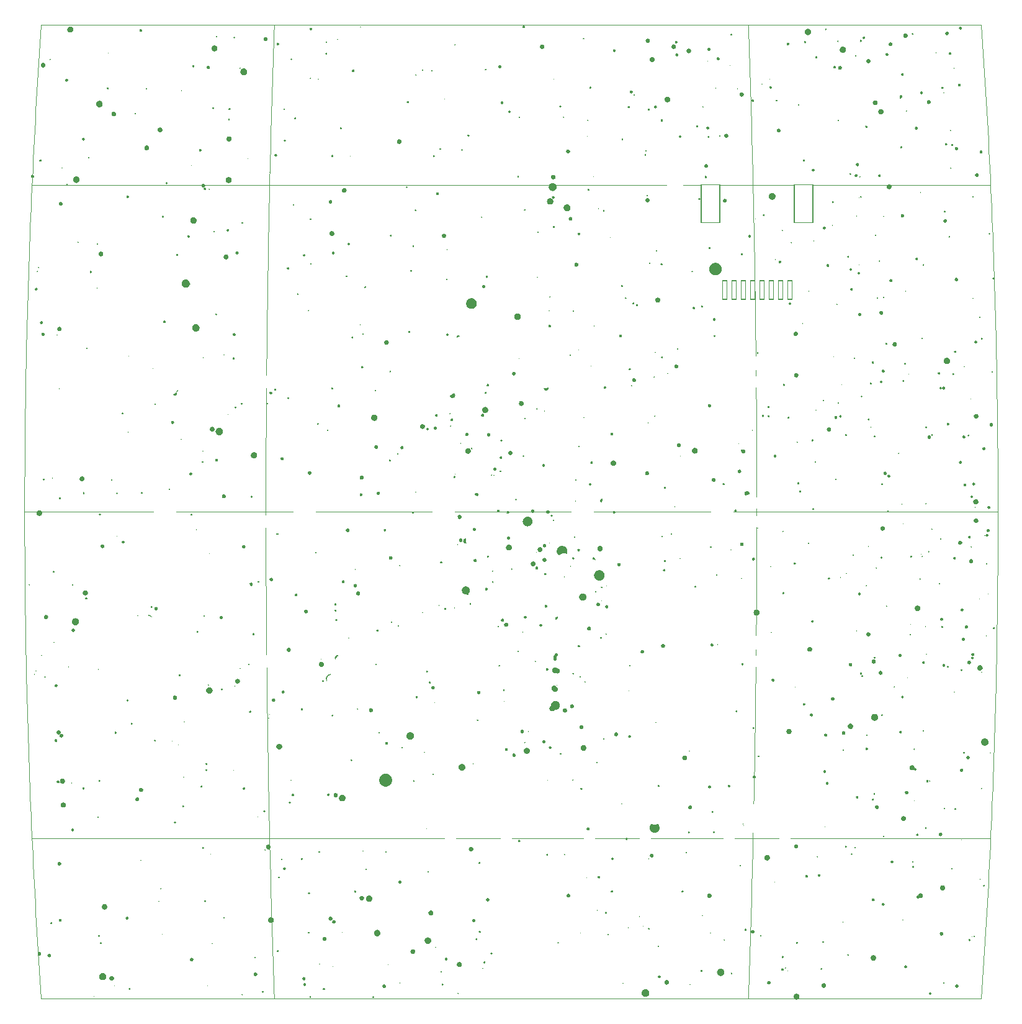
<source format=gbo>
%TF.GenerationSoftware,KiCad,Pcbnew,7.0.1*%
%TF.CreationDate,2023-04-24T02:46:49-04:00*%
%TF.ProjectId,quadrate_pcb_routed,71756164-7261-4746-955f-7063625f726f,v1.0.0*%
%TF.SameCoordinates,Original*%
%TF.FileFunction,Legend,Bot*%
%TF.FilePolarity,Positive*%
%FSLAX46Y46*%
G04 Gerber Fmt 4.6, Leading zero omitted, Abs format (unit mm)*
G04 Created by KiCad (PCBNEW 7.0.1) date 2023-04-24 02:46:49*
%MOMM*%
%LPD*%
G01*
G04 APERTURE LIST*
G04 Aperture macros list*
%AMRoundRect*
0 Rectangle with rounded corners*
0 $1 Rounding radius*
0 $2 $3 $4 $5 $6 $7 $8 $9 X,Y pos of 4 corners*
0 Add a 4 corners polygon primitive as box body*
4,1,4,$2,$3,$4,$5,$6,$7,$8,$9,$2,$3,0*
0 Add four circle primitives for the rounded corners*
1,1,$1+$1,$2,$3*
1,1,$1+$1,$4,$5*
1,1,$1+$1,$6,$7*
1,1,$1+$1,$8,$9*
0 Add four rect primitives between the rounded corners*
20,1,$1+$1,$2,$3,$4,$5,0*
20,1,$1+$1,$4,$5,$6,$7,0*
20,1,$1+$1,$6,$7,$8,$9,0*
20,1,$1+$1,$8,$9,$2,$3,0*%
G04 Aperture macros list end*
%ADD10C,0.000000*%
%ADD11C,0.026458*%
%ADD12C,0.200000*%
%ADD13C,1.801800*%
%ADD14C,1.600000*%
%ADD15C,4.087800*%
%ADD16C,2.386000*%
%ADD17RoundRect,0.050000X0.320000X1.270000X-0.320000X1.270000X-0.320000X-1.270000X0.320000X-1.270000X0*%
%ADD18RoundRect,0.050000X1.270000X2.605000X-1.270000X2.605000X-1.270000X-2.605000X1.270000X-2.605000X0*%
%ADD19C,0.800000*%
%ADD20C,4.500000*%
%ADD21O,1.600000X2.600000*%
%ADD22O,2.600000X1.600000*%
G04 APERTURE END LIST*
D10*
G36*
X233683975Y-189775556D02*
G01*
X233688113Y-189775870D01*
X233692192Y-189776389D01*
X233696205Y-189777105D01*
X233700147Y-189778015D01*
X233704014Y-189779113D01*
X233707801Y-189780394D01*
X233711501Y-189781854D01*
X233715111Y-189783485D01*
X233718625Y-189785285D01*
X233722037Y-189787247D01*
X233725343Y-189789367D01*
X233728538Y-189791639D01*
X233731617Y-189794058D01*
X233734573Y-189796619D01*
X233737404Y-189799317D01*
X233740102Y-189802147D01*
X233742663Y-189805104D01*
X233745082Y-189808183D01*
X233747354Y-189811378D01*
X233749474Y-189814684D01*
X233751436Y-189818096D01*
X233753235Y-189821610D01*
X233754867Y-189825220D01*
X233756326Y-189828920D01*
X233757608Y-189832707D01*
X233758706Y-189836574D01*
X233759616Y-189840516D01*
X233760332Y-189844529D01*
X233760850Y-189848607D01*
X233761165Y-189852746D01*
X233761271Y-189856939D01*
X233761165Y-189861133D01*
X233760850Y-189865271D01*
X233760332Y-189869349D01*
X233759616Y-189873362D01*
X233758706Y-189877305D01*
X233757608Y-189881172D01*
X233756326Y-189884958D01*
X233754867Y-189888659D01*
X233753235Y-189892269D01*
X233751436Y-189895782D01*
X233749474Y-189899195D01*
X233747354Y-189902501D01*
X233745082Y-189905696D01*
X233742663Y-189908774D01*
X233740102Y-189911731D01*
X233737404Y-189914561D01*
X233734573Y-189917259D01*
X233731617Y-189919821D01*
X233728538Y-189922240D01*
X233725343Y-189924512D01*
X233722037Y-189926631D01*
X233718625Y-189928594D01*
X233715111Y-189930393D01*
X233711501Y-189932025D01*
X233707801Y-189933484D01*
X233704014Y-189934765D01*
X233700147Y-189935863D01*
X233696205Y-189936773D01*
X233692192Y-189937490D01*
X233688113Y-189938008D01*
X233683975Y-189938323D01*
X233679782Y-189938429D01*
X233675588Y-189938323D01*
X233671450Y-189938008D01*
X233667371Y-189937490D01*
X233663358Y-189936773D01*
X233659416Y-189935863D01*
X233655549Y-189934765D01*
X233651762Y-189933484D01*
X233648061Y-189932025D01*
X233644452Y-189930393D01*
X233640938Y-189928594D01*
X233637525Y-189926631D01*
X233634219Y-189924512D01*
X233631024Y-189922240D01*
X233627945Y-189919821D01*
X233624988Y-189917259D01*
X233622158Y-189914561D01*
X233619459Y-189911731D01*
X233616898Y-189908774D01*
X233614479Y-189905696D01*
X233612206Y-189902501D01*
X233610087Y-189899195D01*
X233608124Y-189895782D01*
X233606325Y-189892269D01*
X233604693Y-189888659D01*
X233603233Y-189884958D01*
X233601952Y-189881172D01*
X233600854Y-189877305D01*
X233599944Y-189873362D01*
X233599227Y-189869349D01*
X233598709Y-189865271D01*
X233598394Y-189861133D01*
X233598288Y-189856939D01*
X233598394Y-189852746D01*
X233598709Y-189848607D01*
X233599227Y-189844529D01*
X233599944Y-189840516D01*
X233600854Y-189836574D01*
X233601952Y-189832707D01*
X233603233Y-189828920D01*
X233604693Y-189825220D01*
X233606325Y-189821610D01*
X233608124Y-189818096D01*
X233610087Y-189814684D01*
X233612206Y-189811378D01*
X233614479Y-189808183D01*
X233616898Y-189805104D01*
X233619459Y-189802147D01*
X233622158Y-189799317D01*
X233624988Y-189796619D01*
X233627945Y-189794058D01*
X233631024Y-189791639D01*
X233634219Y-189789367D01*
X233637525Y-189787247D01*
X233640938Y-189785285D01*
X233644452Y-189783485D01*
X233648061Y-189781854D01*
X233651762Y-189780394D01*
X233655549Y-189779113D01*
X233659416Y-189778015D01*
X233663358Y-189777105D01*
X233667371Y-189776389D01*
X233671450Y-189775870D01*
X233675588Y-189775556D01*
X233679782Y-189775450D01*
X233683975Y-189775556D01*
G37*
G36*
X199195326Y-131947755D02*
G01*
X199204087Y-131948421D01*
X199212720Y-131949519D01*
X199221215Y-131951036D01*
X199229560Y-131952962D01*
X199237746Y-131955287D01*
X199245762Y-131957999D01*
X199253595Y-131961088D01*
X199261237Y-131964543D01*
X199268675Y-131968353D01*
X199275899Y-131972507D01*
X199282898Y-131976994D01*
X199289662Y-131981804D01*
X199296179Y-131986925D01*
X199302438Y-131992347D01*
X199308429Y-131998059D01*
X199314142Y-132004051D01*
X199319564Y-132010310D01*
X199324685Y-132016827D01*
X199329495Y-132023590D01*
X199333982Y-132030590D01*
X199338136Y-132037814D01*
X199341946Y-132045252D01*
X199345401Y-132052893D01*
X199348490Y-132060727D01*
X199351202Y-132068742D01*
X199353527Y-132076928D01*
X199355453Y-132085274D01*
X199356970Y-132093769D01*
X199358067Y-132102402D01*
X199358733Y-132111162D01*
X199358958Y-132120039D01*
X199358733Y-132128916D01*
X199358067Y-132137677D01*
X199356970Y-132146311D01*
X199355453Y-132154806D01*
X199353527Y-132163153D01*
X199351202Y-132171339D01*
X199348490Y-132179355D01*
X199345401Y-132187189D01*
X199341946Y-132194831D01*
X199338136Y-132202269D01*
X199333982Y-132209494D01*
X199329495Y-132216493D01*
X199324685Y-132223257D01*
X199319564Y-132229774D01*
X199314142Y-132236034D01*
X199308429Y-132242025D01*
X199302438Y-132247738D01*
X199296179Y-132253160D01*
X199289662Y-132258281D01*
X199282898Y-132263091D01*
X199275899Y-132267579D01*
X199268675Y-132271733D01*
X199261237Y-132275543D01*
X199253595Y-132278997D01*
X199245762Y-132282086D01*
X199237746Y-132284799D01*
X199229560Y-132287123D01*
X199221215Y-132289050D01*
X199212720Y-132290567D01*
X199204087Y-132291664D01*
X199195326Y-132292330D01*
X199186450Y-132292555D01*
X199177573Y-132292330D01*
X199168813Y-132291664D01*
X199160180Y-132290567D01*
X199151685Y-132289050D01*
X199143339Y-132287123D01*
X199135153Y-132284799D01*
X199127138Y-132282086D01*
X199119304Y-132278997D01*
X199111663Y-132275543D01*
X199104224Y-132271733D01*
X199097000Y-132267579D01*
X199090001Y-132263091D01*
X199083238Y-132258281D01*
X199076721Y-132253160D01*
X199070461Y-132247738D01*
X199064470Y-132242025D01*
X199058758Y-132236034D01*
X199053336Y-132229774D01*
X199048214Y-132223257D01*
X199043405Y-132216493D01*
X199038917Y-132209494D01*
X199034763Y-132202269D01*
X199030954Y-132194831D01*
X199027499Y-132187189D01*
X199024410Y-132179355D01*
X199021698Y-132171339D01*
X199019373Y-132163153D01*
X199017446Y-132154806D01*
X199015929Y-132146311D01*
X199014832Y-132137677D01*
X199014166Y-132128916D01*
X199013941Y-132120039D01*
X199014166Y-132111162D01*
X199014832Y-132102402D01*
X199015929Y-132093769D01*
X199017446Y-132085274D01*
X199019373Y-132076928D01*
X199021698Y-132068742D01*
X199024410Y-132060727D01*
X199027499Y-132052893D01*
X199030954Y-132045252D01*
X199034763Y-132037814D01*
X199038917Y-132030590D01*
X199043405Y-132023590D01*
X199048214Y-132016827D01*
X199053336Y-132010310D01*
X199058758Y-132004051D01*
X199064470Y-131998059D01*
X199070461Y-131992347D01*
X199076721Y-131986925D01*
X199083238Y-131981804D01*
X199090001Y-131976994D01*
X199097000Y-131972507D01*
X199104224Y-131968353D01*
X199111663Y-131964543D01*
X199119304Y-131961088D01*
X199127138Y-131957999D01*
X199135153Y-131955287D01*
X199143339Y-131952962D01*
X199151685Y-131951036D01*
X199160180Y-131949519D01*
X199168813Y-131948421D01*
X199177573Y-131947755D01*
X199186450Y-131947531D01*
X199195326Y-131947755D01*
G37*
G36*
X169224256Y-116426072D02*
G01*
X169230598Y-116426554D01*
X169236847Y-116427348D01*
X169242997Y-116428446D01*
X169249039Y-116429841D01*
X169254965Y-116431524D01*
X169260767Y-116433487D01*
X169266438Y-116435723D01*
X169271970Y-116438224D01*
X169277354Y-116440982D01*
X169282584Y-116443989D01*
X169287651Y-116447237D01*
X169292547Y-116450719D01*
X169297264Y-116454426D01*
X169301795Y-116458352D01*
X169306132Y-116462487D01*
X169310267Y-116466824D01*
X169314192Y-116471355D01*
X169317899Y-116476073D01*
X169321381Y-116480969D01*
X169324629Y-116486036D01*
X169327636Y-116491266D01*
X169330393Y-116496651D01*
X169332894Y-116502183D01*
X169335130Y-116507854D01*
X169337093Y-116513657D01*
X169338776Y-116519583D01*
X169340170Y-116525625D01*
X169341268Y-116531776D01*
X169342063Y-116538026D01*
X169342545Y-116544368D01*
X169342707Y-116550795D01*
X169342545Y-116557221D01*
X169342063Y-116563563D01*
X169341268Y-116569813D01*
X169340170Y-116575962D01*
X169338776Y-116582004D01*
X169337093Y-116587930D01*
X169335130Y-116593733D01*
X169332894Y-116599404D01*
X169330393Y-116604936D01*
X169327636Y-116610320D01*
X169324629Y-116615550D01*
X169321381Y-116620617D01*
X169317899Y-116625513D01*
X169314192Y-116630231D01*
X169310267Y-116634762D01*
X169306132Y-116639099D01*
X169301795Y-116643234D01*
X169297264Y-116647159D01*
X169292547Y-116650867D01*
X169287651Y-116654348D01*
X169282584Y-116657597D01*
X169277354Y-116660604D01*
X169271970Y-116663362D01*
X169266438Y-116665862D01*
X169260767Y-116668098D01*
X169254965Y-116670062D01*
X169249039Y-116671745D01*
X169242997Y-116673139D01*
X169236847Y-116674237D01*
X169230598Y-116675032D01*
X169224256Y-116675514D01*
X169217829Y-116675676D01*
X169211403Y-116675514D01*
X169205061Y-116675032D01*
X169198811Y-116674237D01*
X169192662Y-116673139D01*
X169186620Y-116671745D01*
X169180694Y-116670062D01*
X169174892Y-116668098D01*
X169169221Y-116665862D01*
X169163689Y-116663362D01*
X169158304Y-116660604D01*
X169153075Y-116657597D01*
X169148008Y-116654348D01*
X169143112Y-116650867D01*
X169138395Y-116647159D01*
X169133864Y-116643234D01*
X169129527Y-116639099D01*
X169125392Y-116634762D01*
X169121467Y-116630231D01*
X169117760Y-116625513D01*
X169114278Y-116620617D01*
X169111030Y-116615550D01*
X169108023Y-116610320D01*
X169105266Y-116604936D01*
X169102765Y-116599404D01*
X169100529Y-116593733D01*
X169098566Y-116587930D01*
X169096883Y-116582004D01*
X169095488Y-116575962D01*
X169094390Y-116569813D01*
X169093596Y-116563563D01*
X169093114Y-116557221D01*
X169092951Y-116550795D01*
X169093114Y-116544368D01*
X169093596Y-116538026D01*
X169094390Y-116531776D01*
X169095488Y-116525625D01*
X169096883Y-116519583D01*
X169098566Y-116513657D01*
X169100529Y-116507854D01*
X169102765Y-116502183D01*
X169105266Y-116496651D01*
X169108023Y-116491266D01*
X169111030Y-116486036D01*
X169114278Y-116480969D01*
X169117760Y-116476073D01*
X169121467Y-116471355D01*
X169125392Y-116466824D01*
X169129527Y-116462487D01*
X169133864Y-116458352D01*
X169138395Y-116454426D01*
X169143112Y-116450719D01*
X169148008Y-116447237D01*
X169153075Y-116443989D01*
X169158304Y-116440982D01*
X169163689Y-116438224D01*
X169169221Y-116435723D01*
X169174892Y-116433487D01*
X169180694Y-116431524D01*
X169186620Y-116429841D01*
X169192662Y-116428446D01*
X169198811Y-116427348D01*
X169205061Y-116426554D01*
X169211403Y-116426072D01*
X169217829Y-116425909D01*
X169224256Y-116426072D01*
G37*
D11*
X255574163Y-132025000D02*
X254262357Y-132025000D01*
X223383711Y-176577894D02*
X222066279Y-176577894D01*
X226424037Y-132025000D02*
X225087634Y-132025000D01*
D10*
G36*
X228229390Y-194318430D02*
G01*
X228255135Y-194320387D01*
X228280505Y-194323611D01*
X228305469Y-194328070D01*
X228329996Y-194333730D01*
X228354052Y-194340562D01*
X228377607Y-194348532D01*
X228400628Y-194357610D01*
X228423083Y-194367762D01*
X228444942Y-194378957D01*
X228466171Y-194391164D01*
X228486739Y-194404351D01*
X228506615Y-194418485D01*
X228525765Y-194433535D01*
X228544160Y-194449469D01*
X228561765Y-194466255D01*
X228578551Y-194483862D01*
X228594484Y-194502256D01*
X228609534Y-194521408D01*
X228623668Y-194541284D01*
X228636854Y-194561853D01*
X228649060Y-194583082D01*
X228660256Y-194604941D01*
X228670408Y-194627398D01*
X228679485Y-194650420D01*
X228687455Y-194673975D01*
X228694286Y-194698032D01*
X228699946Y-194722559D01*
X228704405Y-194747524D01*
X228707628Y-194772895D01*
X228709586Y-194798640D01*
X228710246Y-194824728D01*
X228709586Y-194850814D01*
X228707628Y-194876559D01*
X228704405Y-194901928D01*
X228699946Y-194926892D01*
X228694286Y-194951418D01*
X228687455Y-194975474D01*
X228679485Y-194999029D01*
X228670408Y-195022049D01*
X228660256Y-195044505D01*
X228649060Y-195066363D01*
X228636854Y-195087593D01*
X228623668Y-195108161D01*
X228609534Y-195128036D01*
X228594484Y-195147187D01*
X228578551Y-195165582D01*
X228561765Y-195183187D01*
X228544160Y-195199973D01*
X228525765Y-195215907D01*
X228506615Y-195230957D01*
X228486739Y-195245091D01*
X228466171Y-195258277D01*
X228444942Y-195270484D01*
X228423083Y-195281679D01*
X228400628Y-195291832D01*
X228377607Y-195300909D01*
X228354052Y-195308879D01*
X228329996Y-195315710D01*
X228305469Y-195321371D01*
X228280505Y-195325829D01*
X228255135Y-195329053D01*
X228229390Y-195331011D01*
X228203303Y-195331671D01*
X228177216Y-195331011D01*
X228151471Y-195329053D01*
X228126101Y-195325829D01*
X228101137Y-195321371D01*
X228076610Y-195315710D01*
X228052554Y-195308879D01*
X228028999Y-195300909D01*
X228005978Y-195291832D01*
X227983523Y-195281679D01*
X227961664Y-195270484D01*
X227940435Y-195258277D01*
X227919867Y-195245091D01*
X227899991Y-195230957D01*
X227880841Y-195215907D01*
X227862447Y-195199973D01*
X227844841Y-195183187D01*
X227828055Y-195165582D01*
X227812122Y-195147187D01*
X227797072Y-195128036D01*
X227782938Y-195108161D01*
X227769752Y-195087593D01*
X227757546Y-195066363D01*
X227746350Y-195044505D01*
X227736198Y-195022049D01*
X227727122Y-194999029D01*
X227719151Y-194975474D01*
X227712320Y-194951418D01*
X227706660Y-194926892D01*
X227702201Y-194901928D01*
X227698978Y-194876559D01*
X227697020Y-194850814D01*
X227696360Y-194824728D01*
X227697020Y-194798640D01*
X227698978Y-194772895D01*
X227702201Y-194747524D01*
X227706660Y-194722559D01*
X227712320Y-194698032D01*
X227719151Y-194673975D01*
X227727122Y-194650420D01*
X227736198Y-194627398D01*
X227746350Y-194604941D01*
X227757546Y-194583082D01*
X227769752Y-194561853D01*
X227782938Y-194541284D01*
X227797072Y-194521408D01*
X227812122Y-194502256D01*
X227828055Y-194483862D01*
X227844841Y-194466255D01*
X227862447Y-194449469D01*
X227880841Y-194433535D01*
X227899991Y-194418485D01*
X227919867Y-194404351D01*
X227940435Y-194391164D01*
X227961664Y-194378957D01*
X227983523Y-194367762D01*
X228005978Y-194357610D01*
X228028999Y-194348532D01*
X228052554Y-194340562D01*
X228076610Y-194333730D01*
X228101137Y-194328070D01*
X228126101Y-194323611D01*
X228151471Y-194320387D01*
X228177216Y-194318430D01*
X228203303Y-194317770D01*
X228229390Y-194318430D01*
G37*
D11*
X209006850Y-132025000D02*
X207664237Y-132025000D01*
X257459351Y-198430166D02*
X256196796Y-198430166D01*
X138404681Y-132025000D02*
X137100909Y-132025000D01*
D10*
G36*
X237453658Y-119073696D02*
G01*
X237460268Y-119074199D01*
X237466783Y-119075026D01*
X237473193Y-119076171D01*
X237479491Y-119077625D01*
X237485668Y-119079379D01*
X237491717Y-119081426D01*
X237497628Y-119083757D01*
X237503394Y-119086364D01*
X237509007Y-119089239D01*
X237514458Y-119092373D01*
X237519740Y-119095759D01*
X237524843Y-119099389D01*
X237529761Y-119103253D01*
X237534484Y-119107345D01*
X237539005Y-119111655D01*
X237543315Y-119116176D01*
X237547407Y-119120900D01*
X237551271Y-119125817D01*
X237554900Y-119130921D01*
X237558286Y-119136203D01*
X237561421Y-119141654D01*
X237564295Y-119147267D01*
X237566902Y-119153034D01*
X237569233Y-119158945D01*
X237571280Y-119164993D01*
X237573034Y-119171171D01*
X237574487Y-119177469D01*
X237575632Y-119183879D01*
X237576460Y-119190394D01*
X237576963Y-119197004D01*
X237577132Y-119203703D01*
X237576963Y-119210402D01*
X237576460Y-119217013D01*
X237575632Y-119223528D01*
X237574487Y-119229938D01*
X237573034Y-119236236D01*
X237571280Y-119242414D01*
X237569233Y-119248462D01*
X237566902Y-119254374D01*
X237564295Y-119260140D01*
X237561421Y-119265753D01*
X237558286Y-119271205D01*
X237554900Y-119276486D01*
X237551271Y-119281590D01*
X237547407Y-119286508D01*
X237543315Y-119291231D01*
X237539005Y-119295752D01*
X237534484Y-119300062D01*
X237529761Y-119304154D01*
X237524843Y-119308018D01*
X237519740Y-119311648D01*
X237514458Y-119315034D01*
X237509007Y-119318168D01*
X237503394Y-119321043D01*
X237497628Y-119323650D01*
X237491717Y-119325981D01*
X237485668Y-119328027D01*
X237479491Y-119329781D01*
X237473193Y-119331235D01*
X237466783Y-119332380D01*
X237460268Y-119333207D01*
X237453658Y-119333710D01*
X237446959Y-119333879D01*
X237440260Y-119333710D01*
X237433650Y-119333207D01*
X237427135Y-119332380D01*
X237420724Y-119331235D01*
X237414426Y-119329781D01*
X237408249Y-119328027D01*
X237402201Y-119325981D01*
X237396289Y-119323650D01*
X237390523Y-119321043D01*
X237384910Y-119318168D01*
X237379459Y-119315034D01*
X237374177Y-119311648D01*
X237369074Y-119308018D01*
X237364156Y-119304154D01*
X237359433Y-119300062D01*
X237354912Y-119295752D01*
X237350601Y-119291231D01*
X237346510Y-119286508D01*
X237342646Y-119281590D01*
X237339016Y-119276486D01*
X237335630Y-119271205D01*
X237332496Y-119265753D01*
X237329621Y-119260140D01*
X237327014Y-119254374D01*
X237324683Y-119248462D01*
X237322637Y-119242414D01*
X237320883Y-119236236D01*
X237319429Y-119229938D01*
X237318284Y-119223528D01*
X237317457Y-119217013D01*
X237316954Y-119210402D01*
X237316785Y-119203703D01*
X237316954Y-119197004D01*
X237317457Y-119190394D01*
X237318284Y-119183879D01*
X237319429Y-119177469D01*
X237320883Y-119171171D01*
X237322637Y-119164993D01*
X237324683Y-119158945D01*
X237327014Y-119153034D01*
X237329621Y-119147267D01*
X237332496Y-119141654D01*
X237335630Y-119136203D01*
X237339016Y-119130921D01*
X237342646Y-119125817D01*
X237346510Y-119120900D01*
X237350601Y-119116176D01*
X237354912Y-119111655D01*
X237359433Y-119107345D01*
X237364156Y-119103253D01*
X237369074Y-119099389D01*
X237374177Y-119095759D01*
X237379459Y-119092373D01*
X237384910Y-119089239D01*
X237390523Y-119086364D01*
X237396289Y-119083757D01*
X237402201Y-119081426D01*
X237408249Y-119079379D01*
X237414426Y-119077625D01*
X237420724Y-119076171D01*
X237427135Y-119075026D01*
X237433650Y-119074199D01*
X237440260Y-119073696D01*
X237446959Y-119073526D01*
X237453658Y-119073696D01*
G37*
G36*
X225960341Y-157379411D02*
G01*
X225967920Y-157379988D01*
X225975388Y-157380936D01*
X225982737Y-157382249D01*
X225989956Y-157383915D01*
X225997038Y-157385925D01*
X226003971Y-157388271D01*
X226010748Y-157390943D01*
X226017358Y-157393931D01*
X226023792Y-157397226D01*
X226030041Y-157400819D01*
X226036096Y-157404700D01*
X226041946Y-157408861D01*
X226047583Y-157413290D01*
X226052998Y-157417980D01*
X226058180Y-157422921D01*
X226063121Y-157428103D01*
X226067811Y-157433518D01*
X226072241Y-157439155D01*
X226076401Y-157445005D01*
X226080283Y-157451060D01*
X226083876Y-157457309D01*
X226087171Y-157463743D01*
X226090159Y-157470353D01*
X226092831Y-157477130D01*
X226095177Y-157484064D01*
X226097188Y-157491145D01*
X226098854Y-157498365D01*
X226100166Y-157505714D01*
X226101115Y-157513182D01*
X226101691Y-157520761D01*
X226101885Y-157528440D01*
X226101691Y-157536119D01*
X226101115Y-157543698D01*
X226100166Y-157551165D01*
X226098854Y-157558514D01*
X226097188Y-157565733D01*
X226095177Y-157572815D01*
X226092831Y-157579748D01*
X226090159Y-157586524D01*
X226087171Y-157593135D01*
X226083876Y-157599569D01*
X226080283Y-157605818D01*
X226076401Y-157611872D01*
X226072241Y-157617723D01*
X226067811Y-157623360D01*
X226063121Y-157628774D01*
X226058180Y-157633957D01*
X226052998Y-157638898D01*
X226047583Y-157643588D01*
X226041946Y-157648018D01*
X226036096Y-157652179D01*
X226030041Y-157656060D01*
X226023792Y-157659653D01*
X226017358Y-157662949D01*
X226010748Y-157665937D01*
X226003971Y-157668609D01*
X225997038Y-157670955D01*
X225989956Y-157672966D01*
X225982737Y-157674632D01*
X225975388Y-157675944D01*
X225967920Y-157676893D01*
X225960341Y-157677470D01*
X225952662Y-157677664D01*
X225944983Y-157677470D01*
X225937404Y-157676893D01*
X225929936Y-157675944D01*
X225922588Y-157674632D01*
X225915368Y-157672966D01*
X225908287Y-157670955D01*
X225901353Y-157668609D01*
X225894577Y-157665937D01*
X225887966Y-157662949D01*
X225881532Y-157659653D01*
X225875283Y-157656060D01*
X225869229Y-157652179D01*
X225863378Y-157648018D01*
X225857741Y-157643588D01*
X225852327Y-157638898D01*
X225847144Y-157633957D01*
X225842203Y-157628774D01*
X225837513Y-157623360D01*
X225833083Y-157617723D01*
X225828923Y-157611872D01*
X225825042Y-157605818D01*
X225821449Y-157599569D01*
X225818153Y-157593135D01*
X225815165Y-157586524D01*
X225812493Y-157579748D01*
X225810147Y-157572815D01*
X225808137Y-157565733D01*
X225806470Y-157558514D01*
X225805158Y-157551165D01*
X225804209Y-157543698D01*
X225803633Y-157536119D01*
X225803439Y-157528440D01*
X225803633Y-157520761D01*
X225804209Y-157513182D01*
X225805158Y-157505714D01*
X225806470Y-157498365D01*
X225808137Y-157491145D01*
X225810147Y-157484064D01*
X225812493Y-157477130D01*
X225815165Y-157470353D01*
X225818153Y-157463743D01*
X225821449Y-157457309D01*
X225825042Y-157451060D01*
X225828923Y-157445005D01*
X225833083Y-157439155D01*
X225837513Y-157433518D01*
X225842203Y-157428103D01*
X225847144Y-157422921D01*
X225852327Y-157417980D01*
X225857741Y-157413290D01*
X225863378Y-157408861D01*
X225869229Y-157404700D01*
X225875283Y-157400819D01*
X225881532Y-157397226D01*
X225887966Y-157393931D01*
X225894577Y-157390943D01*
X225901353Y-157388271D01*
X225908287Y-157385925D01*
X225915368Y-157383915D01*
X225922588Y-157382249D01*
X225929936Y-157380936D01*
X225937404Y-157379988D01*
X225944983Y-157379411D01*
X225952662Y-157379217D01*
X225960341Y-157379411D01*
G37*
D11*
X133199999Y-132025000D02*
X133200930Y-133368391D01*
D10*
G36*
X219216498Y-174440497D02*
G01*
X219251057Y-174443125D01*
X219285113Y-174447452D01*
X219318624Y-174453437D01*
X219351548Y-174461036D01*
X219383840Y-174470206D01*
X219415460Y-174480904D01*
X219446362Y-174493089D01*
X219476506Y-174506717D01*
X219505848Y-174521745D01*
X219534346Y-174538131D01*
X219561956Y-174555831D01*
X219588637Y-174574804D01*
X219614344Y-174595006D01*
X219639036Y-174616395D01*
X219662670Y-174638927D01*
X219685202Y-174662561D01*
X219706591Y-174687253D01*
X219726793Y-174712961D01*
X219745766Y-174739641D01*
X219763467Y-174767252D01*
X219779853Y-174795749D01*
X219794881Y-174825092D01*
X219808509Y-174855236D01*
X219820694Y-174886139D01*
X219831392Y-174917758D01*
X219840562Y-174950051D01*
X219848161Y-174982975D01*
X219854146Y-175016487D01*
X219858473Y-175050544D01*
X219861101Y-175085104D01*
X219861987Y-175120123D01*
X219861101Y-175155142D01*
X219858473Y-175189700D01*
X219854146Y-175223757D01*
X219848161Y-175257268D01*
X219840562Y-175290191D01*
X219831392Y-175322484D01*
X219820694Y-175354103D01*
X219808509Y-175385006D01*
X219794881Y-175415149D01*
X219779853Y-175444491D01*
X219763467Y-175472989D01*
X219745766Y-175500599D01*
X219726793Y-175527279D01*
X219706591Y-175552986D01*
X219685202Y-175577678D01*
X219662670Y-175601312D01*
X219639036Y-175623844D01*
X219614344Y-175645233D01*
X219588637Y-175665435D01*
X219561956Y-175684407D01*
X219534346Y-175702108D01*
X219505848Y-175718494D01*
X219476506Y-175733522D01*
X219446362Y-175747149D01*
X219415460Y-175759334D01*
X219383840Y-175770033D01*
X219351548Y-175779203D01*
X219318624Y-175786801D01*
X219285113Y-175792786D01*
X219251057Y-175797113D01*
X219216498Y-175799741D01*
X219181479Y-175800627D01*
X219146460Y-175799741D01*
X219111901Y-175797113D01*
X219077844Y-175792786D01*
X219044333Y-175786801D01*
X219011409Y-175779203D01*
X218979116Y-175770033D01*
X218947497Y-175759334D01*
X218916594Y-175747149D01*
X218886450Y-175733522D01*
X218857107Y-175718494D01*
X218828609Y-175702108D01*
X218800999Y-175684407D01*
X218774319Y-175665435D01*
X218748611Y-175645233D01*
X218723919Y-175623844D01*
X218700285Y-175601312D01*
X218677752Y-175577678D01*
X218656364Y-175552986D01*
X218636161Y-175527279D01*
X218617189Y-175500599D01*
X218599488Y-175472989D01*
X218583102Y-175444491D01*
X218568074Y-175415149D01*
X218554446Y-175385006D01*
X218542261Y-175354103D01*
X218531562Y-175322484D01*
X218522392Y-175290191D01*
X218514793Y-175257268D01*
X218508809Y-175223757D01*
X218504481Y-175189700D01*
X218501853Y-175155142D01*
X218500968Y-175120123D01*
X218501853Y-175085104D01*
X218504481Y-175050544D01*
X218508809Y-175016487D01*
X218514793Y-174982975D01*
X218522392Y-174950051D01*
X218531562Y-174917758D01*
X218542261Y-174886139D01*
X218554446Y-174855236D01*
X218568074Y-174825092D01*
X218583102Y-174795749D01*
X218599488Y-174767252D01*
X218617189Y-174739641D01*
X218636161Y-174712961D01*
X218656364Y-174687253D01*
X218677752Y-174662561D01*
X218700285Y-174638927D01*
X218723919Y-174616395D01*
X218748611Y-174595006D01*
X218774319Y-174574804D01*
X218800999Y-174555831D01*
X218828609Y-174538131D01*
X218857107Y-174521745D01*
X218886450Y-174506717D01*
X218916594Y-174493089D01*
X218947497Y-174480904D01*
X218979116Y-174470206D01*
X219011409Y-174461036D01*
X219044333Y-174453437D01*
X219077844Y-174447452D01*
X219111901Y-174443125D01*
X219146460Y-174440497D01*
X219181479Y-174439611D01*
X219216498Y-174440497D01*
G37*
D11*
X177574732Y-198430166D02*
X176282550Y-198430166D01*
D10*
G36*
X204904944Y-102660808D02*
G01*
X204909029Y-102661119D01*
X204913054Y-102661630D01*
X204917015Y-102662338D01*
X204920907Y-102663236D01*
X204924724Y-102664320D01*
X204928461Y-102665584D01*
X204932113Y-102667024D01*
X204935676Y-102668635D01*
X204939144Y-102670411D01*
X204942513Y-102672348D01*
X204945776Y-102674440D01*
X204948930Y-102676683D01*
X204951968Y-102679071D01*
X204954887Y-102681599D01*
X204957680Y-102684262D01*
X204960343Y-102687055D01*
X204962871Y-102689974D01*
X204965259Y-102693012D01*
X204967501Y-102696166D01*
X204969594Y-102699429D01*
X204971530Y-102702797D01*
X204973307Y-102706265D01*
X204974917Y-102709828D01*
X204976357Y-102713481D01*
X204977622Y-102717218D01*
X204978706Y-102721035D01*
X204979604Y-102724926D01*
X204980311Y-102728887D01*
X204980823Y-102732913D01*
X204981133Y-102736997D01*
X204981238Y-102741137D01*
X204981133Y-102745276D01*
X204980823Y-102749360D01*
X204980311Y-102753386D01*
X204979604Y-102757347D01*
X204978706Y-102761238D01*
X204977622Y-102765055D01*
X204976357Y-102768792D01*
X204974917Y-102772445D01*
X204973307Y-102776008D01*
X204971530Y-102779476D01*
X204969594Y-102782844D01*
X204967501Y-102786107D01*
X204965259Y-102789261D01*
X204962871Y-102792299D01*
X204960343Y-102795218D01*
X204957680Y-102798011D01*
X204954887Y-102800675D01*
X204951968Y-102803203D01*
X204948930Y-102805590D01*
X204945776Y-102807833D01*
X204942513Y-102809925D01*
X204939144Y-102811862D01*
X204935676Y-102813638D01*
X204932113Y-102815249D01*
X204928461Y-102816689D01*
X204924724Y-102817953D01*
X204920907Y-102819037D01*
X204917015Y-102819935D01*
X204913054Y-102820643D01*
X204909029Y-102821154D01*
X204904944Y-102821465D01*
X204900805Y-102821569D01*
X204896666Y-102821465D01*
X204892581Y-102821154D01*
X204888556Y-102820643D01*
X204884595Y-102819935D01*
X204880704Y-102819037D01*
X204876887Y-102817953D01*
X204873150Y-102816689D01*
X204869497Y-102815249D01*
X204865934Y-102813638D01*
X204862466Y-102811862D01*
X204859098Y-102809925D01*
X204855834Y-102807833D01*
X204852681Y-102805590D01*
X204849642Y-102803203D01*
X204846724Y-102800675D01*
X204843930Y-102798011D01*
X204841267Y-102795218D01*
X204838739Y-102792299D01*
X204836351Y-102789261D01*
X204834109Y-102786107D01*
X204832017Y-102782844D01*
X204830080Y-102779476D01*
X204828304Y-102776008D01*
X204826693Y-102772445D01*
X204825253Y-102768792D01*
X204823988Y-102765055D01*
X204822904Y-102761238D01*
X204822006Y-102757347D01*
X204821299Y-102753386D01*
X204820788Y-102749360D01*
X204820477Y-102745276D01*
X204820372Y-102741137D01*
X204820477Y-102736997D01*
X204820788Y-102732913D01*
X204821299Y-102728887D01*
X204822006Y-102724926D01*
X204822904Y-102721035D01*
X204823988Y-102717218D01*
X204825253Y-102713481D01*
X204826693Y-102709828D01*
X204828304Y-102706265D01*
X204830080Y-102702797D01*
X204832017Y-102699429D01*
X204834109Y-102696166D01*
X204836351Y-102693012D01*
X204838739Y-102689974D01*
X204841267Y-102687055D01*
X204843930Y-102684262D01*
X204846724Y-102681599D01*
X204849642Y-102679071D01*
X204852681Y-102676683D01*
X204855834Y-102674440D01*
X204859098Y-102672348D01*
X204862466Y-102670411D01*
X204865934Y-102668635D01*
X204869497Y-102667024D01*
X204873150Y-102665584D01*
X204876887Y-102664320D01*
X204880704Y-102663236D01*
X204884595Y-102662338D01*
X204888556Y-102661630D01*
X204892581Y-102661119D01*
X204896666Y-102660808D01*
X204900805Y-102660704D01*
X204904944Y-102660808D01*
G37*
G36*
X245896046Y-85895716D02*
G01*
X245901475Y-85896128D01*
X245906824Y-85896808D01*
X245912088Y-85897748D01*
X245917259Y-85898942D01*
X245922332Y-85900382D01*
X245927298Y-85902063D01*
X245932152Y-85903977D01*
X245936887Y-85906117D01*
X245941496Y-85908478D01*
X245945973Y-85911052D01*
X245950310Y-85913832D01*
X245954500Y-85916812D01*
X245958538Y-85919986D01*
X245962417Y-85923345D01*
X245966129Y-85926885D01*
X245969669Y-85930597D01*
X245973028Y-85934476D01*
X245976201Y-85938514D01*
X245979182Y-85942705D01*
X245981962Y-85947042D01*
X245984536Y-85951518D01*
X245986896Y-85956127D01*
X245989037Y-85960862D01*
X245990951Y-85965716D01*
X245992631Y-85970683D01*
X245994072Y-85975755D01*
X245995265Y-85980927D01*
X245996206Y-85986191D01*
X245996885Y-85991541D01*
X245997298Y-85996969D01*
X245997437Y-86002470D01*
X245997298Y-86007971D01*
X245996885Y-86013399D01*
X245996206Y-86018749D01*
X245995265Y-86024013D01*
X245994072Y-86029185D01*
X245992631Y-86034257D01*
X245990951Y-86039224D01*
X245989037Y-86044078D01*
X245986896Y-86048813D01*
X245984536Y-86053422D01*
X245981962Y-86057898D01*
X245979182Y-86062235D01*
X245976201Y-86066426D01*
X245973028Y-86070464D01*
X245969669Y-86074343D01*
X245966129Y-86078055D01*
X245962417Y-86081595D01*
X245958538Y-86084954D01*
X245954500Y-86088128D01*
X245950310Y-86091108D01*
X245945973Y-86093888D01*
X245941496Y-86096462D01*
X245936887Y-86098823D01*
X245932152Y-86100963D01*
X245927298Y-86102877D01*
X245922332Y-86104558D01*
X245917259Y-86105998D01*
X245912088Y-86107192D01*
X245906824Y-86108132D01*
X245901475Y-86108812D01*
X245896046Y-86109224D01*
X245890546Y-86109364D01*
X245885045Y-86109224D01*
X245879617Y-86108812D01*
X245874267Y-86108132D01*
X245869003Y-86107192D01*
X245863832Y-86105998D01*
X245858759Y-86104558D01*
X245853793Y-86102877D01*
X245848939Y-86100963D01*
X245844204Y-86098823D01*
X245839595Y-86096462D01*
X245835118Y-86093888D01*
X245830782Y-86091108D01*
X245826591Y-86088128D01*
X245822553Y-86084954D01*
X245818674Y-86081595D01*
X245814962Y-86078055D01*
X245811422Y-86074343D01*
X245808063Y-86070464D01*
X245804890Y-86066426D01*
X245801909Y-86062235D01*
X245799129Y-86057898D01*
X245796555Y-86053422D01*
X245794195Y-86048813D01*
X245792054Y-86044078D01*
X245790140Y-86039224D01*
X245788460Y-86034257D01*
X245787019Y-86029185D01*
X245785826Y-86024013D01*
X245784886Y-86018749D01*
X245784206Y-86013399D01*
X245783793Y-86007971D01*
X245783654Y-86002470D01*
X245783793Y-85996969D01*
X245784206Y-85991541D01*
X245784886Y-85986191D01*
X245785826Y-85980927D01*
X245787019Y-85975755D01*
X245788460Y-85970683D01*
X245790140Y-85965716D01*
X245792054Y-85960862D01*
X245794195Y-85956127D01*
X245796555Y-85951518D01*
X245799129Y-85947042D01*
X245801909Y-85942705D01*
X245804890Y-85938514D01*
X245808063Y-85934476D01*
X245811422Y-85930597D01*
X245814962Y-85926885D01*
X245818674Y-85923345D01*
X245822553Y-85919986D01*
X245826591Y-85916812D01*
X245830782Y-85913832D01*
X245835118Y-85911052D01*
X245839595Y-85908478D01*
X245844204Y-85906117D01*
X245848939Y-85903977D01*
X245853793Y-85902063D01*
X245858759Y-85900382D01*
X245863832Y-85898942D01*
X245869003Y-85897748D01*
X245874267Y-85896808D01*
X245879617Y-85896128D01*
X245885045Y-85895716D01*
X245890546Y-85895576D01*
X245896046Y-85895716D01*
G37*
D11*
X166501422Y-170833975D02*
X166528399Y-172161367D01*
X254723867Y-87472111D02*
X253431992Y-87472111D01*
D10*
G36*
X232790359Y-168013871D02*
G01*
X232800303Y-168014627D01*
X232810101Y-168015872D01*
X232819743Y-168017594D01*
X232829216Y-168019780D01*
X232838507Y-168022419D01*
X232847605Y-168025497D01*
X232856496Y-168029002D01*
X232865169Y-168032923D01*
X232873611Y-168037247D01*
X232881810Y-168041961D01*
X232889754Y-168047054D01*
X232897430Y-168052512D01*
X232904827Y-168058324D01*
X232911931Y-168064478D01*
X232918731Y-168070961D01*
X232925214Y-168077761D01*
X232931368Y-168084865D01*
X232937180Y-168092261D01*
X232942639Y-168099938D01*
X232947732Y-168107881D01*
X232952446Y-168116081D01*
X232956770Y-168124523D01*
X232960691Y-168133196D01*
X232964196Y-168142087D01*
X232967274Y-168151185D01*
X232969913Y-168160476D01*
X232972099Y-168169949D01*
X232973821Y-168179591D01*
X232975066Y-168189390D01*
X232975822Y-168199334D01*
X232976077Y-168209410D01*
X232975822Y-168219485D01*
X232975066Y-168229428D01*
X232973821Y-168239226D01*
X232972099Y-168248868D01*
X232969913Y-168258340D01*
X232967274Y-168267631D01*
X232964196Y-168276728D01*
X232960691Y-168285619D01*
X232956770Y-168294292D01*
X232952446Y-168302734D01*
X232947732Y-168310933D01*
X232942639Y-168318876D01*
X232937180Y-168326552D01*
X232931368Y-168333948D01*
X232925214Y-168341052D01*
X232918731Y-168347852D01*
X232911931Y-168354334D01*
X232904827Y-168360488D01*
X232897430Y-168366300D01*
X232889754Y-168371759D01*
X232881810Y-168376851D01*
X232873611Y-168381565D01*
X232865169Y-168385889D01*
X232856496Y-168389810D01*
X232847605Y-168393315D01*
X232838507Y-168396393D01*
X232829216Y-168399032D01*
X232819743Y-168401218D01*
X232810101Y-168402939D01*
X232800303Y-168404184D01*
X232790359Y-168404940D01*
X232780284Y-168405195D01*
X232770208Y-168404940D01*
X232760265Y-168404184D01*
X232750467Y-168402939D01*
X232740825Y-168401218D01*
X232731353Y-168399032D01*
X232722062Y-168396393D01*
X232712964Y-168393315D01*
X232704073Y-168389810D01*
X232695400Y-168385889D01*
X232686958Y-168381565D01*
X232678759Y-168376851D01*
X232670815Y-168371759D01*
X232663138Y-168366300D01*
X232655742Y-168360488D01*
X232648638Y-168354334D01*
X232641838Y-168347852D01*
X232635355Y-168341052D01*
X232629201Y-168333948D01*
X232623388Y-168326552D01*
X232617929Y-168318876D01*
X232612837Y-168310933D01*
X232608122Y-168302734D01*
X232603798Y-168294292D01*
X232599877Y-168285619D01*
X232596371Y-168276728D01*
X232593293Y-168267631D01*
X232590655Y-168258340D01*
X232588468Y-168248868D01*
X232586746Y-168239226D01*
X232585501Y-168229428D01*
X232584745Y-168219485D01*
X232584490Y-168209410D01*
X232584745Y-168199334D01*
X232585501Y-168189390D01*
X232586746Y-168179591D01*
X232588468Y-168169949D01*
X232590655Y-168160476D01*
X232593293Y-168151185D01*
X232596371Y-168142087D01*
X232599877Y-168133196D01*
X232603798Y-168124523D01*
X232608122Y-168116081D01*
X232612837Y-168107881D01*
X232617929Y-168099938D01*
X232623388Y-168092261D01*
X232629201Y-168084865D01*
X232635355Y-168077761D01*
X232641838Y-168070961D01*
X232648638Y-168064478D01*
X232655742Y-168058324D01*
X232663138Y-168052512D01*
X232670815Y-168047054D01*
X232678759Y-168041961D01*
X232686958Y-168037247D01*
X232695400Y-168032923D01*
X232704073Y-168029002D01*
X232712964Y-168025497D01*
X232722062Y-168022419D01*
X232731353Y-168019780D01*
X232740825Y-168017594D01*
X232750467Y-168015872D01*
X232760265Y-168014627D01*
X232770208Y-168013871D01*
X232780284Y-168013617D01*
X232790359Y-168013871D01*
G37*
D11*
X183495021Y-132025000D02*
X182154505Y-132025000D01*
D10*
G36*
X186208039Y-191686648D02*
G01*
X186224270Y-191687882D01*
X186240265Y-191689914D01*
X186256004Y-191692725D01*
X186271467Y-191696294D01*
X186286634Y-191700601D01*
X186301485Y-191705626D01*
X186315999Y-191711349D01*
X186330157Y-191717749D01*
X186343938Y-191724808D01*
X186357323Y-191732504D01*
X186370291Y-191740818D01*
X186382822Y-191749729D01*
X186394896Y-191759217D01*
X186406493Y-191769263D01*
X186417594Y-191779846D01*
X186428177Y-191790947D01*
X186438223Y-191802544D01*
X186447711Y-191814618D01*
X186456623Y-191827150D01*
X186464936Y-191840118D01*
X186472633Y-191853503D01*
X186479691Y-191867285D01*
X186486092Y-191881443D01*
X186491815Y-191895958D01*
X186496840Y-191910809D01*
X186501147Y-191925977D01*
X186504716Y-191941440D01*
X186507527Y-191957181D01*
X186509560Y-191973177D01*
X186510794Y-191989409D01*
X186511210Y-192005857D01*
X186510794Y-192022305D01*
X186509560Y-192038537D01*
X186507527Y-192054532D01*
X186504716Y-192070272D01*
X186501147Y-192085735D01*
X186496840Y-192100903D01*
X186491815Y-192115753D01*
X186486092Y-192130268D01*
X186479691Y-192144426D01*
X186472633Y-192158207D01*
X186464936Y-192171592D01*
X186456623Y-192184560D01*
X186447711Y-192197091D01*
X186438223Y-192209165D01*
X186428177Y-192220762D01*
X186417594Y-192231862D01*
X186406493Y-192242445D01*
X186394896Y-192252491D01*
X186382822Y-192261979D01*
X186370291Y-192270890D01*
X186357323Y-192279204D01*
X186343938Y-192286900D01*
X186330157Y-192293958D01*
X186315999Y-192300359D01*
X186301485Y-192306081D01*
X186286634Y-192311106D01*
X186271467Y-192315413D01*
X186256004Y-192318982D01*
X186240265Y-192321793D01*
X186224270Y-192323826D01*
X186208039Y-192325060D01*
X186191592Y-192325476D01*
X186175144Y-192325060D01*
X186158913Y-192323826D01*
X186142917Y-192321793D01*
X186127177Y-192318982D01*
X186111714Y-192315413D01*
X186096547Y-192311106D01*
X186081696Y-192306081D01*
X186067182Y-192300359D01*
X186053024Y-192293958D01*
X186039242Y-192286900D01*
X186025858Y-192279204D01*
X186012890Y-192270890D01*
X186000359Y-192261979D01*
X185988285Y-192252491D01*
X185976687Y-192242445D01*
X185965587Y-192231862D01*
X185955004Y-192220762D01*
X185944959Y-192209165D01*
X185935470Y-192197091D01*
X185926559Y-192184560D01*
X185918246Y-192171592D01*
X185910550Y-192158207D01*
X185903491Y-192144426D01*
X185897091Y-192130268D01*
X185891368Y-192115753D01*
X185886343Y-192100903D01*
X185882036Y-192085735D01*
X185878467Y-192070272D01*
X185875656Y-192054532D01*
X185873624Y-192038537D01*
X185872390Y-192022305D01*
X185871974Y-192005857D01*
X185872390Y-191989409D01*
X185873624Y-191973177D01*
X185875656Y-191957181D01*
X185878467Y-191941440D01*
X185882036Y-191925977D01*
X185886343Y-191910809D01*
X185891368Y-191895958D01*
X185897091Y-191881443D01*
X185903491Y-191867285D01*
X185910550Y-191853503D01*
X185918246Y-191840118D01*
X185926559Y-191827150D01*
X185935470Y-191814618D01*
X185944959Y-191802544D01*
X185955004Y-191790947D01*
X185965587Y-191779846D01*
X185976687Y-191769263D01*
X185988285Y-191759217D01*
X186000359Y-191749729D01*
X186012890Y-191740818D01*
X186025858Y-191732504D01*
X186039242Y-191724808D01*
X186053024Y-191717749D01*
X186067182Y-191711349D01*
X186081696Y-191705626D01*
X186096547Y-191700601D01*
X186111714Y-191696294D01*
X186127177Y-191692725D01*
X186142917Y-191689914D01*
X186158913Y-191687882D01*
X186175144Y-191686648D01*
X186191592Y-191686232D01*
X186208039Y-191686648D01*
G37*
D11*
X133404727Y-152155241D02*
X133432894Y-153494215D01*
D10*
G36*
X208101605Y-153949998D02*
G01*
X208108860Y-153950550D01*
X208116010Y-153951458D01*
X208123046Y-153952715D01*
X208129959Y-153954310D01*
X208136738Y-153956235D01*
X208143377Y-153958481D01*
X208149865Y-153961039D01*
X208156194Y-153963901D01*
X208162354Y-153967056D01*
X208168337Y-153970496D01*
X208174134Y-153974212D01*
X208179735Y-153978195D01*
X208185132Y-153982437D01*
X208190316Y-153986927D01*
X208195278Y-153991658D01*
X208200009Y-153996620D01*
X208204499Y-154001804D01*
X208208741Y-154007202D01*
X208212724Y-154012803D01*
X208216440Y-154018600D01*
X208219880Y-154024583D01*
X208223036Y-154030744D01*
X208225897Y-154037073D01*
X208228455Y-154043561D01*
X208230701Y-154050200D01*
X208232626Y-154056980D01*
X208234222Y-154063892D01*
X208235478Y-154070928D01*
X208236387Y-154078079D01*
X208236938Y-154085335D01*
X208237124Y-154092688D01*
X208236938Y-154100040D01*
X208236387Y-154107296D01*
X208235478Y-154114447D01*
X208234222Y-154121483D01*
X208232626Y-154128396D01*
X208230701Y-154135176D01*
X208228455Y-154141815D01*
X208225897Y-154148304D01*
X208223036Y-154154633D01*
X208219880Y-154160794D01*
X208216440Y-154166777D01*
X208212724Y-154172574D01*
X208208741Y-154178176D01*
X208204499Y-154183574D01*
X208200009Y-154188759D01*
X208195278Y-154193721D01*
X208190316Y-154198452D01*
X208185132Y-154202943D01*
X208179735Y-154207185D01*
X208174134Y-154211168D01*
X208168337Y-154214885D01*
X208162354Y-154218325D01*
X208156194Y-154221481D01*
X208149865Y-154224342D01*
X208143377Y-154226901D01*
X208136738Y-154229147D01*
X208129959Y-154231072D01*
X208123046Y-154232668D01*
X208116010Y-154233925D01*
X208108860Y-154234833D01*
X208101605Y-154235385D01*
X208094252Y-154235571D01*
X208086900Y-154235385D01*
X208079644Y-154234833D01*
X208072494Y-154233925D01*
X208065458Y-154232668D01*
X208058546Y-154231072D01*
X208051766Y-154229147D01*
X208045128Y-154226901D01*
X208038640Y-154224342D01*
X208032311Y-154221481D01*
X208026151Y-154218325D01*
X208020168Y-154214885D01*
X208014371Y-154211168D01*
X208008769Y-154207185D01*
X208003372Y-154202943D01*
X207998188Y-154198452D01*
X207993226Y-154193721D01*
X207988496Y-154188759D01*
X207984005Y-154183574D01*
X207979764Y-154178176D01*
X207975780Y-154172574D01*
X207972064Y-154166777D01*
X207968624Y-154160794D01*
X207965469Y-154154633D01*
X207962608Y-154148304D01*
X207960050Y-154141815D01*
X207957804Y-154135176D01*
X207955878Y-154128396D01*
X207954283Y-154121483D01*
X207953027Y-154114447D01*
X207952118Y-154107296D01*
X207951566Y-154100040D01*
X207951380Y-154092688D01*
X207951566Y-154085335D01*
X207952118Y-154078079D01*
X207953027Y-154070928D01*
X207954283Y-154063892D01*
X207955878Y-154056980D01*
X207957804Y-154050200D01*
X207960050Y-154043561D01*
X207962608Y-154037073D01*
X207965469Y-154030744D01*
X207968624Y-154024583D01*
X207972064Y-154018600D01*
X207975780Y-154012803D01*
X207979764Y-154007202D01*
X207984005Y-154001804D01*
X207988496Y-153996620D01*
X207993226Y-153991658D01*
X207998188Y-153986927D01*
X208003372Y-153982437D01*
X208008769Y-153978195D01*
X208014371Y-153974212D01*
X208020168Y-153970496D01*
X208026151Y-153967056D01*
X208032311Y-153963901D01*
X208038640Y-153961039D01*
X208045128Y-153958481D01*
X208051766Y-153956235D01*
X208058546Y-153954310D01*
X208065458Y-153952715D01*
X208072494Y-153951458D01*
X208079644Y-153950550D01*
X208086900Y-153949998D01*
X208094252Y-153949812D01*
X208101605Y-153949998D01*
G37*
G36*
X186562007Y-90816001D02*
G01*
X186567865Y-90816447D01*
X186573638Y-90817180D01*
X186579318Y-90818195D01*
X186584899Y-90819483D01*
X186590373Y-90821037D01*
X186595733Y-90822851D01*
X186600971Y-90824917D01*
X186606081Y-90827227D01*
X186611055Y-90829774D01*
X186615886Y-90832552D01*
X186620566Y-90835553D01*
X186625089Y-90838769D01*
X186629447Y-90842193D01*
X186633632Y-90845819D01*
X186637639Y-90849639D01*
X186641458Y-90853645D01*
X186645084Y-90857831D01*
X186648509Y-90862189D01*
X186651725Y-90866712D01*
X186654726Y-90871392D01*
X186657504Y-90876223D01*
X186660051Y-90881197D01*
X186662362Y-90886307D01*
X186664427Y-90891546D01*
X186666241Y-90896906D01*
X186667795Y-90902381D01*
X186669084Y-90907962D01*
X186670098Y-90913643D01*
X186670832Y-90919416D01*
X186671277Y-90925275D01*
X186671427Y-90931211D01*
X186671277Y-90937148D01*
X186670832Y-90943006D01*
X186670098Y-90948780D01*
X186669084Y-90954460D01*
X186667795Y-90960041D01*
X186666241Y-90965516D01*
X186664427Y-90970876D01*
X186662362Y-90976114D01*
X186660051Y-90981224D01*
X186657504Y-90986198D01*
X186654726Y-90991029D01*
X186651725Y-90995710D01*
X186648509Y-91000232D01*
X186645084Y-91004590D01*
X186641458Y-91008776D01*
X186637639Y-91012782D01*
X186633632Y-91016602D01*
X186629447Y-91020228D01*
X186625089Y-91023652D01*
X186620566Y-91026869D01*
X186615886Y-91029869D01*
X186611055Y-91032647D01*
X186606081Y-91035194D01*
X186600971Y-91037504D01*
X186595733Y-91039570D01*
X186590373Y-91041384D01*
X186584899Y-91042938D01*
X186579318Y-91044226D01*
X186573638Y-91045241D01*
X186567865Y-91045974D01*
X186562007Y-91046420D01*
X186556071Y-91046570D01*
X186550135Y-91046420D01*
X186544277Y-91045974D01*
X186538504Y-91045241D01*
X186532823Y-91044226D01*
X186527242Y-91042938D01*
X186521768Y-91041384D01*
X186516408Y-91039570D01*
X186511170Y-91037504D01*
X186506060Y-91035194D01*
X186501085Y-91032647D01*
X186496254Y-91029869D01*
X186491573Y-91026869D01*
X186487050Y-91023652D01*
X186482692Y-91020228D01*
X186478506Y-91016602D01*
X186474499Y-91012782D01*
X186470679Y-91008776D01*
X186467053Y-91004590D01*
X186463628Y-91000232D01*
X186460411Y-90995710D01*
X186457410Y-90991029D01*
X186454632Y-90986198D01*
X186452084Y-90981224D01*
X186449774Y-90976114D01*
X186447708Y-90970876D01*
X186445894Y-90965516D01*
X186444339Y-90960041D01*
X186443051Y-90954460D01*
X186442036Y-90948780D01*
X186441303Y-90943006D01*
X186440857Y-90937148D01*
X186440707Y-90931211D01*
X186440857Y-90925275D01*
X186441303Y-90919416D01*
X186442036Y-90913643D01*
X186443051Y-90907962D01*
X186444339Y-90902381D01*
X186445894Y-90896906D01*
X186447708Y-90891546D01*
X186449774Y-90886307D01*
X186452084Y-90881197D01*
X186454632Y-90876223D01*
X186457410Y-90871392D01*
X186460411Y-90866712D01*
X186463628Y-90862189D01*
X186467053Y-90857831D01*
X186470679Y-90853645D01*
X186474499Y-90849639D01*
X186478506Y-90845819D01*
X186482692Y-90842193D01*
X186487050Y-90838769D01*
X186491573Y-90835553D01*
X186496254Y-90832552D01*
X186501085Y-90829774D01*
X186506060Y-90827227D01*
X186511170Y-90824917D01*
X186516408Y-90822851D01*
X186521768Y-90821037D01*
X186527242Y-90819483D01*
X186532823Y-90818195D01*
X186538504Y-90817180D01*
X186544277Y-90816447D01*
X186550135Y-90816001D01*
X186556071Y-90815851D01*
X186562007Y-90816001D01*
G37*
G36*
X263830451Y-108331896D02*
G01*
X263836417Y-108332350D01*
X263842296Y-108333097D01*
X263848081Y-108334130D01*
X263853765Y-108335442D01*
X263859339Y-108337025D01*
X263864798Y-108338872D01*
X263870132Y-108340975D01*
X263875336Y-108343328D01*
X263880401Y-108345922D01*
X263885321Y-108348751D01*
X263890087Y-108351807D01*
X263894693Y-108355082D01*
X263899131Y-108358569D01*
X263903393Y-108362262D01*
X263907473Y-108366151D01*
X263911363Y-108370231D01*
X263915055Y-108374494D01*
X263918543Y-108378932D01*
X263921818Y-108383537D01*
X263924874Y-108388304D01*
X263927702Y-108393223D01*
X263930297Y-108398288D01*
X263932649Y-108403492D01*
X263934753Y-108408826D01*
X263936599Y-108414285D01*
X263938182Y-108419859D01*
X263939494Y-108425542D01*
X263940527Y-108431327D01*
X263941274Y-108437206D01*
X263941728Y-108443172D01*
X263941881Y-108449217D01*
X263941728Y-108455262D01*
X263941274Y-108461228D01*
X263940527Y-108467107D01*
X263939494Y-108472892D01*
X263938182Y-108478576D01*
X263936599Y-108484151D01*
X263934753Y-108489609D01*
X263932649Y-108494944D01*
X263930297Y-108500148D01*
X263927702Y-108505213D01*
X263924874Y-108510133D01*
X263921818Y-108514899D01*
X263918543Y-108519505D01*
X263915055Y-108523943D01*
X263911363Y-108528206D01*
X263907473Y-108532286D01*
X263903393Y-108536176D01*
X263899131Y-108539868D01*
X263894693Y-108543355D01*
X263890087Y-108546631D01*
X263885321Y-108549687D01*
X263880401Y-108552515D01*
X263875336Y-108555110D01*
X263870132Y-108557462D01*
X263864798Y-108559566D01*
X263859339Y-108561413D01*
X263853765Y-108562996D01*
X263848081Y-108564308D01*
X263842296Y-108565341D01*
X263836417Y-108566088D01*
X263830451Y-108566541D01*
X263824406Y-108566694D01*
X263818361Y-108566541D01*
X263812395Y-108566088D01*
X263806516Y-108565341D01*
X263800731Y-108564308D01*
X263795047Y-108562996D01*
X263789472Y-108561413D01*
X263784014Y-108559566D01*
X263778679Y-108557462D01*
X263773476Y-108555110D01*
X263768410Y-108552515D01*
X263763491Y-108549687D01*
X263758724Y-108546631D01*
X263754119Y-108543355D01*
X263749681Y-108539868D01*
X263745418Y-108536176D01*
X263741338Y-108532286D01*
X263737449Y-108528206D01*
X263733756Y-108523943D01*
X263730269Y-108519505D01*
X263726994Y-108514899D01*
X263723938Y-108510133D01*
X263721109Y-108505213D01*
X263718515Y-108500148D01*
X263716163Y-108494944D01*
X263714059Y-108489609D01*
X263712212Y-108484151D01*
X263710629Y-108478576D01*
X263709317Y-108472892D01*
X263708284Y-108467107D01*
X263707537Y-108461228D01*
X263707084Y-108455262D01*
X263706931Y-108449217D01*
X263707084Y-108443172D01*
X263707537Y-108437206D01*
X263708284Y-108431327D01*
X263709317Y-108425542D01*
X263710629Y-108419859D01*
X263712212Y-108414285D01*
X263714059Y-108408826D01*
X263716163Y-108403492D01*
X263718515Y-108398288D01*
X263721109Y-108393223D01*
X263723938Y-108388304D01*
X263726994Y-108383537D01*
X263730269Y-108378932D01*
X263733756Y-108374494D01*
X263737449Y-108370231D01*
X263741338Y-108366151D01*
X263745418Y-108362262D01*
X263749681Y-108358569D01*
X263754119Y-108355082D01*
X263758724Y-108351807D01*
X263763491Y-108348751D01*
X263768410Y-108345922D01*
X263773476Y-108343328D01*
X263778679Y-108340975D01*
X263784014Y-108338872D01*
X263789472Y-108337025D01*
X263795047Y-108335442D01*
X263800731Y-108334130D01*
X263806516Y-108333097D01*
X263812395Y-108332350D01*
X263818361Y-108331896D01*
X263824406Y-108331743D01*
X263830451Y-108331896D01*
G37*
D11*
X133462908Y-154832602D02*
X133494723Y-156170355D01*
D10*
G36*
X238572695Y-197745406D02*
G01*
X238593280Y-197746971D01*
X238613566Y-197749549D01*
X238633527Y-197753113D01*
X238653138Y-197757639D01*
X238672373Y-197763100D01*
X238691207Y-197769472D01*
X238709614Y-197776730D01*
X238727569Y-197784846D01*
X238745046Y-197793797D01*
X238762021Y-197803556D01*
X238778467Y-197814099D01*
X238794359Y-197825399D01*
X238809672Y-197837432D01*
X238824379Y-197850171D01*
X238838457Y-197863592D01*
X238851878Y-197877669D01*
X238864618Y-197892376D01*
X238876651Y-197907688D01*
X238887953Y-197923579D01*
X238898496Y-197940025D01*
X238908256Y-197956999D01*
X238917208Y-197974477D01*
X238925325Y-197992432D01*
X238932583Y-198010839D01*
X238938955Y-198029673D01*
X238944417Y-198048908D01*
X238948944Y-198068519D01*
X238952508Y-198088481D01*
X238955086Y-198108767D01*
X238956651Y-198129353D01*
X238957179Y-198150213D01*
X238956651Y-198171073D01*
X238955086Y-198191659D01*
X238952508Y-198211946D01*
X238948944Y-198231907D01*
X238944417Y-198251518D01*
X238938955Y-198270754D01*
X238932583Y-198289588D01*
X238925325Y-198307995D01*
X238917208Y-198325950D01*
X238908256Y-198343427D01*
X238898496Y-198360401D01*
X238887953Y-198376847D01*
X238876651Y-198392739D01*
X238864618Y-198408051D01*
X238851878Y-198422758D01*
X238838457Y-198436834D01*
X238824379Y-198450255D01*
X238809672Y-198462994D01*
X238794359Y-198475027D01*
X238778467Y-198486327D01*
X238762021Y-198496870D01*
X238745046Y-198506629D01*
X238727569Y-198515580D01*
X238709614Y-198523697D01*
X238691207Y-198530954D01*
X238672373Y-198537326D01*
X238653138Y-198542788D01*
X238633527Y-198547313D01*
X238613566Y-198550878D01*
X238593280Y-198553455D01*
X238572695Y-198555020D01*
X238551837Y-198555548D01*
X238530978Y-198555020D01*
X238510393Y-198553455D01*
X238490107Y-198550878D01*
X238470146Y-198547313D01*
X238450536Y-198542788D01*
X238431301Y-198537326D01*
X238412467Y-198530954D01*
X238394060Y-198523697D01*
X238376105Y-198515580D01*
X238358627Y-198506629D01*
X238341653Y-198496870D01*
X238325207Y-198486327D01*
X238309315Y-198475027D01*
X238294002Y-198462994D01*
X238279295Y-198450255D01*
X238265218Y-198436834D01*
X238251796Y-198422758D01*
X238239056Y-198408051D01*
X238227023Y-198392739D01*
X238215722Y-198376847D01*
X238205179Y-198360401D01*
X238195419Y-198343427D01*
X238186467Y-198325950D01*
X238178350Y-198307995D01*
X238171092Y-198289588D01*
X238164720Y-198270754D01*
X238159258Y-198251518D01*
X238154732Y-198231907D01*
X238151167Y-198211946D01*
X238148589Y-198191659D01*
X238147024Y-198171073D01*
X238146496Y-198150213D01*
X238147024Y-198129353D01*
X238148589Y-198108767D01*
X238151167Y-198088481D01*
X238154732Y-198068519D01*
X238159258Y-198048908D01*
X238164720Y-198029673D01*
X238171092Y-198010839D01*
X238178350Y-197992432D01*
X238186467Y-197974477D01*
X238195419Y-197956999D01*
X238205179Y-197940025D01*
X238215722Y-197923579D01*
X238227023Y-197907688D01*
X238239056Y-197892376D01*
X238251796Y-197877669D01*
X238265218Y-197863592D01*
X238279295Y-197850171D01*
X238294002Y-197837432D01*
X238309315Y-197825399D01*
X238325207Y-197814099D01*
X238341653Y-197803556D01*
X238358627Y-197793797D01*
X238376105Y-197784846D01*
X238394060Y-197776730D01*
X238412467Y-197769472D01*
X238431301Y-197763100D01*
X238450536Y-197757639D01*
X238470146Y-197753113D01*
X238490107Y-197749549D01*
X238510393Y-197746971D01*
X238530978Y-197745406D01*
X238551837Y-197744879D01*
X238572695Y-197745406D01*
G37*
G36*
X250447329Y-102729784D02*
G01*
X250451952Y-102730136D01*
X250456507Y-102730714D01*
X250460989Y-102731515D01*
X250465392Y-102732531D01*
X250469711Y-102733758D01*
X250473940Y-102735189D01*
X250478074Y-102736818D01*
X250482105Y-102738641D01*
X250486030Y-102740651D01*
X250489841Y-102742842D01*
X250493534Y-102745210D01*
X250497103Y-102747747D01*
X250500541Y-102750449D01*
X250503844Y-102753310D01*
X250507005Y-102756323D01*
X250510019Y-102759484D01*
X250512879Y-102762787D01*
X250515581Y-102766225D01*
X250518119Y-102769793D01*
X250520486Y-102773486D01*
X250522678Y-102777297D01*
X250524688Y-102781222D01*
X250526511Y-102785253D01*
X250528140Y-102789387D01*
X250529571Y-102793616D01*
X250530798Y-102797935D01*
X250531814Y-102802338D01*
X250532615Y-102806820D01*
X250533194Y-102811375D01*
X250533545Y-102815997D01*
X250533663Y-102820681D01*
X250533545Y-102825364D01*
X250533194Y-102829986D01*
X250532615Y-102834541D01*
X250531814Y-102839023D01*
X250530798Y-102843427D01*
X250529571Y-102847746D01*
X250528140Y-102851975D01*
X250526511Y-102856108D01*
X250524688Y-102860139D01*
X250522678Y-102864064D01*
X250520486Y-102867875D01*
X250518119Y-102871568D01*
X250515581Y-102875136D01*
X250512879Y-102878575D01*
X250510019Y-102881877D01*
X250507005Y-102885038D01*
X250503844Y-102888052D01*
X250500541Y-102890912D01*
X250497103Y-102893614D01*
X250493534Y-102896152D01*
X250489841Y-102898519D01*
X250486030Y-102900711D01*
X250482105Y-102902720D01*
X250478074Y-102904543D01*
X250473940Y-102906173D01*
X250469711Y-102907604D01*
X250465392Y-102908830D01*
X250460989Y-102909846D01*
X250456507Y-102910647D01*
X250451952Y-102911226D01*
X250447329Y-102911577D01*
X250442646Y-102911695D01*
X250437962Y-102911577D01*
X250433340Y-102911226D01*
X250428785Y-102910647D01*
X250424303Y-102909846D01*
X250419899Y-102908830D01*
X250415580Y-102907604D01*
X250411351Y-102906173D01*
X250407218Y-102904543D01*
X250403186Y-102902720D01*
X250399262Y-102900711D01*
X250395450Y-102898519D01*
X250391757Y-102896152D01*
X250388189Y-102893614D01*
X250384751Y-102890912D01*
X250381448Y-102888052D01*
X250378287Y-102885038D01*
X250375273Y-102881877D01*
X250372413Y-102878575D01*
X250369711Y-102875136D01*
X250367173Y-102871568D01*
X250364806Y-102867875D01*
X250362614Y-102864064D01*
X250360604Y-102860139D01*
X250358781Y-102856108D01*
X250357152Y-102851975D01*
X250355721Y-102847746D01*
X250354494Y-102843427D01*
X250353478Y-102839023D01*
X250352678Y-102834541D01*
X250352099Y-102829986D01*
X250351747Y-102825364D01*
X250351629Y-102820681D01*
X250351747Y-102815997D01*
X250352099Y-102811375D01*
X250352678Y-102806820D01*
X250353478Y-102802338D01*
X250354494Y-102797935D01*
X250355721Y-102793616D01*
X250357152Y-102789387D01*
X250358781Y-102785253D01*
X250360604Y-102781222D01*
X250362614Y-102777297D01*
X250364806Y-102773486D01*
X250367173Y-102769793D01*
X250369711Y-102766225D01*
X250372413Y-102762787D01*
X250375273Y-102759484D01*
X250378287Y-102756323D01*
X250381448Y-102753310D01*
X250384751Y-102750449D01*
X250388189Y-102747747D01*
X250391757Y-102745210D01*
X250395450Y-102742842D01*
X250399262Y-102740651D01*
X250403186Y-102738641D01*
X250407218Y-102736818D01*
X250411351Y-102735189D01*
X250415580Y-102733758D01*
X250419899Y-102732531D01*
X250424303Y-102731515D01*
X250428785Y-102730714D01*
X250433340Y-102730136D01*
X250437962Y-102729784D01*
X250442646Y-102729666D01*
X250447329Y-102729784D01*
G37*
G36*
X170280914Y-143208318D02*
G01*
X170290427Y-143209042D01*
X170299802Y-143210233D01*
X170309028Y-143211880D01*
X170318091Y-143213972D01*
X170326981Y-143216497D01*
X170335685Y-143219442D01*
X170344192Y-143222796D01*
X170352490Y-143226547D01*
X170360568Y-143230684D01*
X170368413Y-143235195D01*
X170376013Y-143240068D01*
X170383358Y-143245290D01*
X170390435Y-143250852D01*
X170397232Y-143256740D01*
X170403738Y-143262942D01*
X170409940Y-143269448D01*
X170415828Y-143276245D01*
X170421390Y-143283322D01*
X170426612Y-143290667D01*
X170431485Y-143298268D01*
X170435996Y-143306112D01*
X170440133Y-143314190D01*
X170443884Y-143322488D01*
X170447238Y-143330995D01*
X170450183Y-143339699D01*
X170452708Y-143348589D01*
X170454800Y-143357652D01*
X170456447Y-143366878D01*
X170457638Y-143376253D01*
X170458362Y-143385767D01*
X170458605Y-143395407D01*
X170458362Y-143405046D01*
X170457638Y-143414559D01*
X170456447Y-143423934D01*
X170454800Y-143433159D01*
X170452708Y-143442221D01*
X170450183Y-143451111D01*
X170447238Y-143459814D01*
X170443884Y-143468321D01*
X170440133Y-143476619D01*
X170435996Y-143484696D01*
X170431485Y-143492540D01*
X170426612Y-143500141D01*
X170421390Y-143507485D01*
X170415828Y-143514562D01*
X170409940Y-143521359D01*
X170403738Y-143527864D01*
X170397232Y-143534067D01*
X170390435Y-143539955D01*
X170383358Y-143545516D01*
X170376013Y-143550739D01*
X170368413Y-143555611D01*
X170360568Y-143560122D01*
X170352490Y-143564259D01*
X170344192Y-143568010D01*
X170335685Y-143571364D01*
X170326981Y-143574309D01*
X170318091Y-143576834D01*
X170309028Y-143578925D01*
X170299802Y-143580573D01*
X170290427Y-143581764D01*
X170280914Y-143582488D01*
X170271273Y-143582731D01*
X170261634Y-143582488D01*
X170252121Y-143581764D01*
X170242746Y-143580573D01*
X170233521Y-143578925D01*
X170224459Y-143576834D01*
X170215569Y-143574309D01*
X170206866Y-143571364D01*
X170198359Y-143568010D01*
X170190061Y-143564259D01*
X170181984Y-143560122D01*
X170174140Y-143555611D01*
X170166539Y-143550739D01*
X170159195Y-143545516D01*
X170152118Y-143539955D01*
X170145321Y-143534067D01*
X170138816Y-143527864D01*
X170132613Y-143521359D01*
X170126725Y-143514562D01*
X170121164Y-143507485D01*
X170115941Y-143500141D01*
X170111069Y-143492540D01*
X170106558Y-143484696D01*
X170102421Y-143476619D01*
X170098670Y-143468321D01*
X170095316Y-143459814D01*
X170092371Y-143451111D01*
X170089846Y-143442221D01*
X170087755Y-143433159D01*
X170086107Y-143423934D01*
X170084916Y-143414559D01*
X170084193Y-143405046D01*
X170083949Y-143395407D01*
X170084193Y-143385767D01*
X170084916Y-143376253D01*
X170086107Y-143366878D01*
X170087755Y-143357652D01*
X170089846Y-143348589D01*
X170092371Y-143339699D01*
X170095316Y-143330995D01*
X170098670Y-143322488D01*
X170102421Y-143314190D01*
X170106558Y-143306112D01*
X170111069Y-143298268D01*
X170115941Y-143290667D01*
X170121164Y-143283322D01*
X170126725Y-143276245D01*
X170132613Y-143269448D01*
X170138816Y-143262942D01*
X170145321Y-143256740D01*
X170152118Y-143250852D01*
X170159195Y-143245290D01*
X170166539Y-143240068D01*
X170174140Y-143235195D01*
X170181984Y-143230684D01*
X170190061Y-143226547D01*
X170198359Y-143222796D01*
X170206866Y-143219442D01*
X170215569Y-143216497D01*
X170224459Y-143213972D01*
X170233521Y-143211880D01*
X170242746Y-143210233D01*
X170252121Y-143209042D01*
X170261634Y-143208318D01*
X170271273Y-143208075D01*
X170280914Y-143208318D01*
G37*
D11*
X133291018Y-145452826D02*
X133310122Y-146794195D01*
D10*
G36*
X143287848Y-153467770D02*
G01*
X143290750Y-153467990D01*
X143293610Y-153468354D01*
X143296425Y-153468856D01*
X143299190Y-153469495D01*
X143301902Y-153470265D01*
X143304557Y-153471163D01*
X143307153Y-153472187D01*
X143309684Y-153473331D01*
X143312148Y-153474593D01*
X143314542Y-153475970D01*
X143316861Y-153477456D01*
X143319101Y-153479050D01*
X143321260Y-153480746D01*
X143323334Y-153482543D01*
X143325319Y-153484435D01*
X143327211Y-153486420D01*
X143329008Y-153488494D01*
X143330704Y-153490653D01*
X143332298Y-153492893D01*
X143333784Y-153495212D01*
X143335161Y-153497606D01*
X143336423Y-153500070D01*
X143337567Y-153502602D01*
X143338591Y-153505197D01*
X143339489Y-153507852D01*
X143340259Y-153510564D01*
X143340898Y-153513329D01*
X143341400Y-153516144D01*
X143341764Y-153519004D01*
X143341984Y-153521906D01*
X143342059Y-153524847D01*
X143341984Y-153527788D01*
X143341764Y-153530690D01*
X143341400Y-153533550D01*
X143340898Y-153536365D01*
X143340259Y-153539130D01*
X143339489Y-153541842D01*
X143338591Y-153544497D01*
X143337567Y-153547093D01*
X143336423Y-153549624D01*
X143335161Y-153552088D01*
X143333784Y-153554482D01*
X143332298Y-153556801D01*
X143330704Y-153559041D01*
X143329008Y-153561200D01*
X143327211Y-153563274D01*
X143325319Y-153565259D01*
X143323334Y-153567151D01*
X143321260Y-153568948D01*
X143319101Y-153570644D01*
X143316861Y-153572238D01*
X143314542Y-153573724D01*
X143312148Y-153575101D01*
X143309684Y-153576363D01*
X143307153Y-153577507D01*
X143304557Y-153578531D01*
X143301902Y-153579429D01*
X143299190Y-153580199D01*
X143296425Y-153580838D01*
X143293610Y-153581340D01*
X143290750Y-153581704D01*
X143287848Y-153581924D01*
X143284907Y-153581999D01*
X143281966Y-153581924D01*
X143279064Y-153581704D01*
X143276204Y-153581340D01*
X143273389Y-153580838D01*
X143270624Y-153580199D01*
X143267912Y-153579429D01*
X143265257Y-153578531D01*
X143262661Y-153577507D01*
X143260130Y-153576363D01*
X143257666Y-153575101D01*
X143255272Y-153573724D01*
X143252953Y-153572238D01*
X143250713Y-153570644D01*
X143248554Y-153568948D01*
X143246480Y-153567151D01*
X143244495Y-153565259D01*
X143242603Y-153563274D01*
X143240806Y-153561200D01*
X143239110Y-153559041D01*
X143237516Y-153556801D01*
X143236030Y-153554482D01*
X143234653Y-153552088D01*
X143233391Y-153549624D01*
X143232247Y-153547093D01*
X143231223Y-153544497D01*
X143230325Y-153541842D01*
X143229555Y-153539130D01*
X143228916Y-153536365D01*
X143228414Y-153533550D01*
X143228050Y-153530690D01*
X143227830Y-153527788D01*
X143227755Y-153524847D01*
X143227830Y-153521906D01*
X143228050Y-153519004D01*
X143228414Y-153516144D01*
X143228916Y-153513329D01*
X143229555Y-153510564D01*
X143230325Y-153507852D01*
X143231223Y-153505197D01*
X143232247Y-153502602D01*
X143233391Y-153500070D01*
X143234653Y-153497606D01*
X143236030Y-153495212D01*
X143237516Y-153492893D01*
X143239110Y-153490653D01*
X143240806Y-153488494D01*
X143242603Y-153486420D01*
X143244495Y-153484435D01*
X143246480Y-153482543D01*
X143248554Y-153480746D01*
X143250713Y-153479050D01*
X143252953Y-153477456D01*
X143255272Y-153475970D01*
X143257666Y-153474593D01*
X143260130Y-153473331D01*
X143262661Y-153472187D01*
X143265257Y-153471163D01*
X143267912Y-153470265D01*
X143270624Y-153469495D01*
X143273389Y-153468856D01*
X143276204Y-153468354D01*
X143279064Y-153467990D01*
X143281966Y-153467770D01*
X143284907Y-153467695D01*
X143287848Y-153467770D01*
G37*
G36*
X151817357Y-183358746D02*
G01*
X151821765Y-183359081D01*
X151826108Y-183359633D01*
X151830381Y-183360396D01*
X151834580Y-183361365D01*
X151838698Y-183362535D01*
X151842730Y-183363899D01*
X151846671Y-183365453D01*
X151850515Y-183367191D01*
X151854257Y-183369108D01*
X151857892Y-183371198D01*
X151861413Y-183373455D01*
X151864815Y-183375875D01*
X151868094Y-183378451D01*
X151871243Y-183381179D01*
X151874257Y-183384052D01*
X151877130Y-183387066D01*
X151879858Y-183390215D01*
X151882434Y-183393494D01*
X151884854Y-183396896D01*
X151887112Y-183400417D01*
X151889201Y-183404052D01*
X151891118Y-183407794D01*
X151892856Y-183411638D01*
X151894410Y-183415579D01*
X151895774Y-183419611D01*
X151896944Y-183423729D01*
X151897913Y-183427928D01*
X151898676Y-183432201D01*
X151899228Y-183436545D01*
X151899563Y-183440952D01*
X151899676Y-183445417D01*
X151899563Y-183449883D01*
X151899228Y-183454290D01*
X151898676Y-183458633D01*
X151897913Y-183462907D01*
X151896944Y-183467106D01*
X151895774Y-183471224D01*
X151894410Y-183475256D01*
X151892856Y-183479197D01*
X151891118Y-183483041D01*
X151889201Y-183486783D01*
X151887112Y-183490417D01*
X151884854Y-183493939D01*
X151882434Y-183497341D01*
X151879858Y-183500620D01*
X151877130Y-183503769D01*
X151874257Y-183506783D01*
X151871243Y-183509656D01*
X151868094Y-183512384D01*
X151864815Y-183514960D01*
X151861413Y-183517380D01*
X151857892Y-183519637D01*
X151854257Y-183521727D01*
X151850515Y-183523644D01*
X151846671Y-183525382D01*
X151842730Y-183526936D01*
X151838698Y-183528300D01*
X151834580Y-183529469D01*
X151830381Y-183530439D01*
X151826108Y-183531202D01*
X151821765Y-183531754D01*
X151817357Y-183532089D01*
X151812892Y-183532202D01*
X151808426Y-183532089D01*
X151804019Y-183531754D01*
X151799676Y-183531202D01*
X151795402Y-183530439D01*
X151791203Y-183529469D01*
X151787085Y-183528300D01*
X151783053Y-183526936D01*
X151779112Y-183525382D01*
X151775268Y-183523644D01*
X151771526Y-183521727D01*
X151767892Y-183519637D01*
X151764370Y-183517380D01*
X151760968Y-183514960D01*
X151757689Y-183512384D01*
X151754541Y-183509656D01*
X151751527Y-183506783D01*
X151748653Y-183503769D01*
X151745925Y-183500620D01*
X151743349Y-183497341D01*
X151740929Y-183493939D01*
X151738672Y-183490417D01*
X151736582Y-183486783D01*
X151734665Y-183483041D01*
X151732927Y-183479197D01*
X151731374Y-183475256D01*
X151730009Y-183471224D01*
X151728840Y-183467106D01*
X151727871Y-183462907D01*
X151727107Y-183458633D01*
X151726555Y-183454290D01*
X151726220Y-183449883D01*
X151726107Y-183445417D01*
X151726220Y-183440952D01*
X151726555Y-183436545D01*
X151727107Y-183432201D01*
X151727871Y-183427928D01*
X151728840Y-183423729D01*
X151730009Y-183419611D01*
X151731374Y-183415579D01*
X151732927Y-183411638D01*
X151734665Y-183407794D01*
X151736582Y-183404052D01*
X151738672Y-183400417D01*
X151740929Y-183396896D01*
X151743349Y-183393494D01*
X151745925Y-183390215D01*
X151748653Y-183387066D01*
X151751527Y-183384052D01*
X151754541Y-183381179D01*
X151757689Y-183378451D01*
X151760968Y-183375875D01*
X151764370Y-183373455D01*
X151767892Y-183371198D01*
X151771526Y-183369108D01*
X151775268Y-183367191D01*
X151779112Y-183365453D01*
X151783053Y-183363899D01*
X151787085Y-183362535D01*
X151791203Y-183361365D01*
X151795402Y-183360396D01*
X151799676Y-183359633D01*
X151804019Y-183359081D01*
X151808426Y-183358746D01*
X151812892Y-183358633D01*
X151817357Y-183358746D01*
G37*
D11*
X154860827Y-87472111D02*
X153559359Y-87472111D01*
X237091763Y-198430166D02*
X235808568Y-198430166D01*
X207541800Y-87472111D02*
X206219363Y-87472111D01*
D10*
G36*
X248964727Y-111546973D02*
G01*
X248972628Y-111547573D01*
X248980414Y-111548563D01*
X248988075Y-111549931D01*
X248995602Y-111551668D01*
X249002984Y-111553765D01*
X249010213Y-111556211D01*
X249017278Y-111558996D01*
X249024169Y-111562112D01*
X249030877Y-111565548D01*
X249037392Y-111569294D01*
X249043704Y-111573341D01*
X249049803Y-111577678D01*
X249055680Y-111582297D01*
X249061325Y-111587187D01*
X249066728Y-111592338D01*
X249071879Y-111597741D01*
X249076769Y-111603386D01*
X249081388Y-111609263D01*
X249085725Y-111615363D01*
X249089771Y-111621675D01*
X249093517Y-111628190D01*
X249096953Y-111634898D01*
X249100068Y-111641790D01*
X249102854Y-111648854D01*
X249105300Y-111656083D01*
X249107396Y-111663465D01*
X249109133Y-111670992D01*
X249110501Y-111678653D01*
X249111491Y-111686439D01*
X249112091Y-111694339D01*
X249112294Y-111702345D01*
X249112091Y-111710351D01*
X249111491Y-111718252D01*
X249110501Y-111726038D01*
X249109133Y-111733699D01*
X249107396Y-111741226D01*
X249105300Y-111748608D01*
X249102854Y-111755837D01*
X249100068Y-111762902D01*
X249096953Y-111769793D01*
X249093517Y-111776501D01*
X249089771Y-111783016D01*
X249085725Y-111789329D01*
X249081388Y-111795428D01*
X249076769Y-111801305D01*
X249071879Y-111806950D01*
X249066728Y-111812353D01*
X249061325Y-111817504D01*
X249055680Y-111822394D01*
X249049803Y-111827013D01*
X249043704Y-111831350D01*
X249037392Y-111835397D01*
X249030877Y-111839143D01*
X249024169Y-111842578D01*
X249017278Y-111845694D01*
X249010213Y-111848480D01*
X249002984Y-111850925D01*
X248995602Y-111853022D01*
X248988075Y-111854759D01*
X248980414Y-111856127D01*
X248972628Y-111857116D01*
X248964727Y-111857717D01*
X248956721Y-111857920D01*
X248948715Y-111857717D01*
X248940814Y-111857116D01*
X248933028Y-111856127D01*
X248925367Y-111854759D01*
X248917840Y-111853022D01*
X248910458Y-111850925D01*
X248903229Y-111848480D01*
X248896164Y-111845694D01*
X248889273Y-111842578D01*
X248882565Y-111839143D01*
X248876050Y-111835397D01*
X248869737Y-111831350D01*
X248863638Y-111827013D01*
X248857761Y-111822394D01*
X248852116Y-111817504D01*
X248846713Y-111812353D01*
X248841561Y-111806950D01*
X248836672Y-111801305D01*
X248832053Y-111795428D01*
X248827716Y-111789329D01*
X248823669Y-111783016D01*
X248819923Y-111776501D01*
X248816487Y-111769793D01*
X248813372Y-111762902D01*
X248810586Y-111755837D01*
X248808140Y-111748608D01*
X248806044Y-111741226D01*
X248804307Y-111733699D01*
X248802939Y-111726038D01*
X248801949Y-111718252D01*
X248801349Y-111710351D01*
X248801146Y-111702345D01*
X248801349Y-111694339D01*
X248801949Y-111686439D01*
X248802939Y-111678653D01*
X248804307Y-111670992D01*
X248806044Y-111663465D01*
X248808140Y-111656083D01*
X248810586Y-111648854D01*
X248813372Y-111641790D01*
X248816487Y-111634898D01*
X248819923Y-111628190D01*
X248823669Y-111621675D01*
X248827716Y-111615363D01*
X248832053Y-111609263D01*
X248836672Y-111603386D01*
X248841561Y-111597741D01*
X248846713Y-111592338D01*
X248852116Y-111587187D01*
X248857761Y-111582297D01*
X248863638Y-111577678D01*
X248869737Y-111573341D01*
X248876050Y-111569294D01*
X248882565Y-111565548D01*
X248889273Y-111562112D01*
X248896164Y-111558996D01*
X248903229Y-111556211D01*
X248910458Y-111553765D01*
X248917840Y-111551668D01*
X248925367Y-111549931D01*
X248933028Y-111548563D01*
X248940814Y-111547573D01*
X248948715Y-111546973D01*
X248956721Y-111546770D01*
X248964727Y-111546973D01*
G37*
G36*
X158600899Y-178664613D02*
G01*
X158604286Y-178664870D01*
X158607623Y-178665294D01*
X158610906Y-178665881D01*
X158614132Y-178666625D01*
X158617296Y-178667524D01*
X158620394Y-178668572D01*
X158623422Y-178669766D01*
X158626376Y-178671101D01*
X158629250Y-178672574D01*
X158632043Y-178674180D01*
X158634748Y-178675914D01*
X158637362Y-178677773D01*
X158639880Y-178679753D01*
X158642299Y-178681848D01*
X158644615Y-178684056D01*
X158646822Y-178686372D01*
X158648918Y-178688792D01*
X158650897Y-178691311D01*
X158652756Y-178693925D01*
X158654490Y-178696630D01*
X158656095Y-178699423D01*
X158657567Y-178702298D01*
X158658902Y-178705252D01*
X158660096Y-178708280D01*
X158661144Y-178711378D01*
X158662043Y-178714542D01*
X158662787Y-178717768D01*
X158663373Y-178721052D01*
X158663797Y-178724389D01*
X158664055Y-178727775D01*
X158664141Y-178731207D01*
X158664055Y-178734638D01*
X158663797Y-178738025D01*
X158663373Y-178741362D01*
X158662787Y-178744645D01*
X158662043Y-178747871D01*
X158661144Y-178751035D01*
X158660096Y-178754133D01*
X158658902Y-178757161D01*
X158657567Y-178760114D01*
X158656095Y-178762989D01*
X158654490Y-178765781D01*
X158652756Y-178768487D01*
X158650897Y-178771101D01*
X158648918Y-178773619D01*
X158646822Y-178776038D01*
X158644615Y-178778354D01*
X158642299Y-178780561D01*
X158639880Y-178782657D01*
X158637362Y-178784636D01*
X158634748Y-178786495D01*
X158632043Y-178788229D01*
X158629250Y-178789834D01*
X158626376Y-178791306D01*
X158623422Y-178792641D01*
X158620394Y-178793835D01*
X158617296Y-178794883D01*
X158614132Y-178795781D01*
X158610906Y-178796526D01*
X158607623Y-178797112D01*
X158604286Y-178797536D01*
X158600899Y-178797793D01*
X158597468Y-178797880D01*
X158594037Y-178797793D01*
X158590650Y-178797536D01*
X158587313Y-178797112D01*
X158584029Y-178796526D01*
X158580803Y-178795781D01*
X158577639Y-178794883D01*
X158574541Y-178793835D01*
X158571513Y-178792641D01*
X158568559Y-178791306D01*
X158565684Y-178789834D01*
X158562891Y-178788229D01*
X158560186Y-178786495D01*
X158557572Y-178784636D01*
X158555053Y-178782657D01*
X158552633Y-178780561D01*
X158550317Y-178778354D01*
X158548110Y-178776038D01*
X158546014Y-178773619D01*
X158544034Y-178771101D01*
X158542175Y-178768487D01*
X158540441Y-178765781D01*
X158538835Y-178762989D01*
X158537363Y-178760114D01*
X158536027Y-178757161D01*
X158534833Y-178754133D01*
X158533785Y-178751035D01*
X158532886Y-178747871D01*
X158532142Y-178744645D01*
X158531555Y-178741362D01*
X158531131Y-178738025D01*
X158530874Y-178734638D01*
X158530787Y-178731207D01*
X158530874Y-178727775D01*
X158531131Y-178724389D01*
X158531555Y-178721052D01*
X158532142Y-178717768D01*
X158532886Y-178714542D01*
X158533785Y-178711378D01*
X158534833Y-178708280D01*
X158536027Y-178705252D01*
X158537363Y-178702298D01*
X158538835Y-178699423D01*
X158540441Y-178696630D01*
X158542175Y-178693925D01*
X158544034Y-178691311D01*
X158546014Y-178688792D01*
X158548110Y-178686372D01*
X158550317Y-178684056D01*
X158552633Y-178681848D01*
X158555053Y-178679753D01*
X158557572Y-178677773D01*
X158560186Y-178675914D01*
X158562891Y-178674180D01*
X158565684Y-178672574D01*
X158568559Y-178671101D01*
X158571513Y-178669766D01*
X158574541Y-178668572D01*
X158577639Y-178667524D01*
X158580803Y-178666625D01*
X158584029Y-178665881D01*
X158587313Y-178665294D01*
X158590650Y-178664870D01*
X158594037Y-178664613D01*
X158597468Y-178664526D01*
X158600899Y-178664613D01*
G37*
G36*
X167780598Y-68104475D02*
G01*
X167790004Y-68105190D01*
X167799273Y-68106368D01*
X167808393Y-68107997D01*
X167817354Y-68110065D01*
X167826143Y-68112561D01*
X167834748Y-68115472D01*
X167843159Y-68118789D01*
X167851363Y-68122497D01*
X167859349Y-68126588D01*
X167867105Y-68131047D01*
X167874620Y-68135865D01*
X167881881Y-68141028D01*
X167888878Y-68146526D01*
X167895598Y-68152348D01*
X167902031Y-68158480D01*
X167908163Y-68164912D01*
X167913985Y-68171632D01*
X167919483Y-68178629D01*
X167924647Y-68185890D01*
X167929464Y-68193405D01*
X167933924Y-68201161D01*
X167938014Y-68209146D01*
X167941723Y-68217350D01*
X167945040Y-68225761D01*
X167947952Y-68234366D01*
X167950447Y-68243155D01*
X167952516Y-68252116D01*
X167954144Y-68261236D01*
X167955322Y-68270505D01*
X167956037Y-68279911D01*
X167956278Y-68289441D01*
X167956037Y-68298972D01*
X167955322Y-68308378D01*
X167954144Y-68317647D01*
X167952516Y-68326767D01*
X167950447Y-68335728D01*
X167947952Y-68344516D01*
X167945040Y-68353122D01*
X167941723Y-68361532D01*
X167938014Y-68369736D01*
X167933924Y-68377722D01*
X167929464Y-68385478D01*
X167924647Y-68392993D01*
X167919483Y-68400254D01*
X167913985Y-68407250D01*
X167908163Y-68413971D01*
X167902031Y-68420403D01*
X167895598Y-68426535D01*
X167888878Y-68432356D01*
X167881881Y-68437855D01*
X167874620Y-68443018D01*
X167867105Y-68447836D01*
X167859349Y-68452295D01*
X167851363Y-68456385D01*
X167843159Y-68460094D01*
X167834748Y-68463411D01*
X167826143Y-68466322D01*
X167817354Y-68468818D01*
X167808393Y-68470886D01*
X167799273Y-68472515D01*
X167790004Y-68473693D01*
X167780598Y-68474408D01*
X167771067Y-68474649D01*
X167761537Y-68474408D01*
X167752131Y-68473693D01*
X167742862Y-68472515D01*
X167733741Y-68470886D01*
X167724781Y-68468818D01*
X167715992Y-68466322D01*
X167707386Y-68463411D01*
X167698976Y-68460094D01*
X167690771Y-68456385D01*
X167682786Y-68452295D01*
X167675029Y-68447836D01*
X167667515Y-68443018D01*
X167660253Y-68437855D01*
X167653257Y-68432356D01*
X167646536Y-68426535D01*
X167640104Y-68420403D01*
X167633971Y-68413971D01*
X167628150Y-68407250D01*
X167622652Y-68400254D01*
X167617488Y-68392993D01*
X167612670Y-68385478D01*
X167608211Y-68377722D01*
X167604120Y-68369736D01*
X167600411Y-68361532D01*
X167597095Y-68353122D01*
X167594183Y-68344516D01*
X167591687Y-68335728D01*
X167589619Y-68326767D01*
X167587990Y-68317647D01*
X167586812Y-68308378D01*
X167586097Y-68298972D01*
X167585856Y-68289441D01*
X167586097Y-68279911D01*
X167586812Y-68270505D01*
X167587990Y-68261236D01*
X167589619Y-68252116D01*
X167591687Y-68243155D01*
X167594183Y-68234366D01*
X167597095Y-68225761D01*
X167600411Y-68217350D01*
X167604120Y-68209146D01*
X167608211Y-68201161D01*
X167612670Y-68193405D01*
X167617488Y-68185890D01*
X167622652Y-68178629D01*
X167628150Y-68171632D01*
X167633971Y-68164912D01*
X167640104Y-68158480D01*
X167646536Y-68152348D01*
X167653257Y-68146526D01*
X167660253Y-68141028D01*
X167667515Y-68135865D01*
X167675029Y-68131047D01*
X167682786Y-68126588D01*
X167690771Y-68122497D01*
X167698976Y-68118789D01*
X167707386Y-68115472D01*
X167715992Y-68112561D01*
X167724781Y-68110065D01*
X167733741Y-68107997D01*
X167742862Y-68106368D01*
X167752131Y-68105190D01*
X167761537Y-68104475D01*
X167771067Y-68104234D01*
X167780598Y-68104475D01*
G37*
D11*
X133640093Y-102535593D02*
X133601031Y-103870485D01*
X166219325Y-111894762D02*
X166206027Y-113234285D01*
D10*
G36*
X208830419Y-109897763D02*
G01*
X208833482Y-109897996D01*
X208836501Y-109898379D01*
X208839472Y-109898910D01*
X208842390Y-109899583D01*
X208845252Y-109900396D01*
X208848055Y-109901345D01*
X208850795Y-109902425D01*
X208853467Y-109903633D01*
X208856067Y-109904965D01*
X208858594Y-109906417D01*
X208861041Y-109907986D01*
X208863406Y-109909668D01*
X208865685Y-109911459D01*
X208867874Y-109913355D01*
X208869969Y-109915352D01*
X208871966Y-109917447D01*
X208873862Y-109919636D01*
X208875653Y-109921915D01*
X208877335Y-109924280D01*
X208878904Y-109926727D01*
X208880356Y-109929253D01*
X208881688Y-109931854D01*
X208882896Y-109934526D01*
X208883976Y-109937266D01*
X208884925Y-109940068D01*
X208885738Y-109942931D01*
X208886411Y-109945849D01*
X208886942Y-109948820D01*
X208887325Y-109951839D01*
X208887558Y-109954902D01*
X208887637Y-109958006D01*
X208887558Y-109961110D01*
X208887325Y-109964174D01*
X208886942Y-109967193D01*
X208886411Y-109970164D01*
X208885738Y-109973082D01*
X208884925Y-109975945D01*
X208883976Y-109978748D01*
X208882896Y-109981488D01*
X208881688Y-109984160D01*
X208880356Y-109986761D01*
X208878904Y-109989287D01*
X208877335Y-109991735D01*
X208875653Y-109994100D01*
X208873862Y-109996379D01*
X208871966Y-109998568D01*
X208869969Y-110000663D01*
X208867874Y-110002660D01*
X208865685Y-110004556D01*
X208863406Y-110006347D01*
X208861041Y-110008029D01*
X208858594Y-110009598D01*
X208856067Y-110011051D01*
X208853467Y-110012383D01*
X208850795Y-110013591D01*
X208848055Y-110014671D01*
X208845252Y-110015619D01*
X208842390Y-110016432D01*
X208839472Y-110017106D01*
X208836501Y-110017636D01*
X208833482Y-110018020D01*
X208830419Y-110018253D01*
X208827315Y-110018332D01*
X208824211Y-110018253D01*
X208821147Y-110018020D01*
X208818128Y-110017636D01*
X208815157Y-110017106D01*
X208812238Y-110016432D01*
X208809376Y-110015619D01*
X208806573Y-110014671D01*
X208803833Y-110013591D01*
X208801161Y-110012383D01*
X208798560Y-110011051D01*
X208796034Y-110009598D01*
X208793586Y-110008029D01*
X208791221Y-110006347D01*
X208788942Y-110004556D01*
X208786753Y-110002660D01*
X208784658Y-110000663D01*
X208782661Y-109998568D01*
X208780765Y-109996379D01*
X208778974Y-109994100D01*
X208777292Y-109991735D01*
X208775723Y-109989287D01*
X208774270Y-109986761D01*
X208772938Y-109984160D01*
X208771730Y-109981488D01*
X208770650Y-109978748D01*
X208769701Y-109975945D01*
X208768889Y-109973082D01*
X208768215Y-109970164D01*
X208767684Y-109967193D01*
X208767301Y-109964174D01*
X208767068Y-109961110D01*
X208766989Y-109958006D01*
X208767068Y-109954902D01*
X208767301Y-109951839D01*
X208767684Y-109948820D01*
X208768215Y-109945849D01*
X208768889Y-109942931D01*
X208769701Y-109940068D01*
X208770650Y-109937266D01*
X208771730Y-109934526D01*
X208772938Y-109931854D01*
X208774270Y-109929253D01*
X208775723Y-109926727D01*
X208777292Y-109924280D01*
X208778974Y-109921915D01*
X208780765Y-109919636D01*
X208782661Y-109917447D01*
X208784658Y-109915352D01*
X208786753Y-109913355D01*
X208788942Y-109911459D01*
X208791221Y-109909668D01*
X208793586Y-109907986D01*
X208796034Y-109906417D01*
X208798560Y-109904965D01*
X208801161Y-109903633D01*
X208803833Y-109902425D01*
X208806573Y-109901345D01*
X208809376Y-109900396D01*
X208812238Y-109899583D01*
X208815157Y-109898910D01*
X208818128Y-109898379D01*
X208821147Y-109897996D01*
X208824211Y-109897763D01*
X208827315Y-109897684D01*
X208830419Y-109897763D01*
G37*
G36*
X164221332Y-129854662D02*
G01*
X164228319Y-129855193D01*
X164235205Y-129856068D01*
X164241980Y-129857278D01*
X164248636Y-129858814D01*
X164255165Y-129860668D01*
X164261558Y-129862830D01*
X164267806Y-129865294D01*
X164273900Y-129868049D01*
X164279833Y-129871087D01*
X164285594Y-129874400D01*
X164291176Y-129877978D01*
X164296570Y-129881814D01*
X164301767Y-129885898D01*
X164306759Y-129890222D01*
X164311537Y-129894777D01*
X164316093Y-129899555D01*
X164320417Y-129904547D01*
X164324501Y-129909745D01*
X164328337Y-129915139D01*
X164331915Y-129920721D01*
X164335228Y-129926482D01*
X164338266Y-129932414D01*
X164341021Y-129938509D01*
X164343484Y-129944757D01*
X164345647Y-129951149D01*
X164347501Y-129957678D01*
X164349037Y-129964335D01*
X164350247Y-129971110D01*
X164351122Y-129977996D01*
X164351653Y-129984983D01*
X164351832Y-129992064D01*
X164351653Y-129999144D01*
X164351122Y-130006131D01*
X164350247Y-130013017D01*
X164349037Y-130019792D01*
X164347501Y-130026449D01*
X164345647Y-130032978D01*
X164343484Y-130039370D01*
X164341021Y-130045618D01*
X164338266Y-130051713D01*
X164335228Y-130057645D01*
X164331915Y-130063406D01*
X164328337Y-130068988D01*
X164324501Y-130074382D01*
X164320417Y-130079580D01*
X164316093Y-130084572D01*
X164311537Y-130089350D01*
X164306759Y-130093905D01*
X164301767Y-130098229D01*
X164296570Y-130102313D01*
X164291176Y-130106149D01*
X164285594Y-130109728D01*
X164279833Y-130113040D01*
X164273900Y-130116078D01*
X164267806Y-130118833D01*
X164261558Y-130121297D01*
X164255165Y-130123459D01*
X164248636Y-130125313D01*
X164241980Y-130126849D01*
X164235205Y-130128059D01*
X164228319Y-130128934D01*
X164221332Y-130129465D01*
X164214251Y-130129644D01*
X164207171Y-130129465D01*
X164200184Y-130128934D01*
X164193298Y-130128059D01*
X164186522Y-130126849D01*
X164179866Y-130125313D01*
X164173337Y-130123459D01*
X164166944Y-130121297D01*
X164160696Y-130118833D01*
X164154602Y-130116078D01*
X164148670Y-130113040D01*
X164142908Y-130109728D01*
X164137326Y-130106149D01*
X164131932Y-130102313D01*
X164126735Y-130098229D01*
X164121743Y-130093905D01*
X164116965Y-130089350D01*
X164112410Y-130084572D01*
X164108086Y-130079580D01*
X164104001Y-130074382D01*
X164100166Y-130068988D01*
X164096587Y-130063406D01*
X164093275Y-130057645D01*
X164090236Y-130051713D01*
X164087481Y-130045618D01*
X164085018Y-130039370D01*
X164082855Y-130032978D01*
X164081001Y-130026449D01*
X164079465Y-130019792D01*
X164078255Y-130013017D01*
X164077381Y-130006131D01*
X164076849Y-129999144D01*
X164076670Y-129992064D01*
X164076849Y-129984983D01*
X164077381Y-129977996D01*
X164078255Y-129971110D01*
X164079465Y-129964335D01*
X164081001Y-129957678D01*
X164082855Y-129951149D01*
X164085018Y-129944757D01*
X164087481Y-129938509D01*
X164090236Y-129932414D01*
X164093275Y-129926482D01*
X164096587Y-129920721D01*
X164100166Y-129915139D01*
X164104001Y-129909745D01*
X164108086Y-129904547D01*
X164112410Y-129899555D01*
X164116965Y-129894777D01*
X164121743Y-129890222D01*
X164126735Y-129885898D01*
X164131932Y-129881814D01*
X164137326Y-129877978D01*
X164142908Y-129874400D01*
X164148670Y-129871087D01*
X164154602Y-129868049D01*
X164160696Y-129865294D01*
X164166944Y-129862830D01*
X164173337Y-129860668D01*
X164179866Y-129858814D01*
X164186522Y-129857278D01*
X164193298Y-129856068D01*
X164200184Y-129855193D01*
X164207171Y-129854662D01*
X164214251Y-129854483D01*
X164221332Y-129854662D01*
G37*
D11*
X166138583Y-141426680D02*
X166145472Y-142769033D01*
D10*
G36*
X204153218Y-118269229D02*
G01*
X204156819Y-118269503D01*
X204160368Y-118269954D01*
X204163860Y-118270577D01*
X204167290Y-118271369D01*
X204170655Y-118272325D01*
X204173950Y-118273439D01*
X204177170Y-118274709D01*
X204180311Y-118276129D01*
X204183368Y-118277695D01*
X204186338Y-118279403D01*
X204189215Y-118281247D01*
X204191995Y-118283224D01*
X204194673Y-118285329D01*
X204197246Y-118287558D01*
X204199709Y-118289906D01*
X204202056Y-118292369D01*
X204204285Y-118294942D01*
X204206390Y-118297620D01*
X204208367Y-118300400D01*
X204210211Y-118303277D01*
X204211919Y-118306247D01*
X204213485Y-118309304D01*
X204214905Y-118312445D01*
X204216174Y-118315665D01*
X204217289Y-118318960D01*
X204218244Y-118322324D01*
X204219036Y-118325755D01*
X204219660Y-118329246D01*
X204220111Y-118332795D01*
X204220385Y-118336395D01*
X204220477Y-118340044D01*
X204220385Y-118343693D01*
X204220111Y-118347294D01*
X204219660Y-118350843D01*
X204219036Y-118354335D01*
X204218244Y-118357765D01*
X204217289Y-118361130D01*
X204216174Y-118364425D01*
X204214905Y-118367645D01*
X204213485Y-118370786D01*
X204211919Y-118373844D01*
X204210211Y-118376813D01*
X204208367Y-118379691D01*
X204206390Y-118382471D01*
X204204285Y-118385150D01*
X204202056Y-118387723D01*
X204199709Y-118390185D01*
X204197246Y-118392533D01*
X204194673Y-118394762D01*
X204191995Y-118396867D01*
X204189215Y-118398844D01*
X204186338Y-118400689D01*
X204183368Y-118402396D01*
X204180311Y-118403963D01*
X204177170Y-118405383D01*
X204173950Y-118406652D01*
X204170655Y-118407767D01*
X204167290Y-118408723D01*
X204163860Y-118409515D01*
X204160368Y-118410138D01*
X204156819Y-118410589D01*
X204153218Y-118410863D01*
X204149569Y-118410955D01*
X204145920Y-118410863D01*
X204142319Y-118410589D01*
X204138770Y-118410138D01*
X204135279Y-118409515D01*
X204131848Y-118408723D01*
X204128483Y-118407767D01*
X204125188Y-118406652D01*
X204121968Y-118405383D01*
X204118827Y-118403963D01*
X204115769Y-118402396D01*
X204112800Y-118400689D01*
X204109923Y-118398844D01*
X204107142Y-118396867D01*
X204104464Y-118394762D01*
X204101891Y-118392533D01*
X204099428Y-118390185D01*
X204097080Y-118387723D01*
X204094851Y-118385150D01*
X204092746Y-118382471D01*
X204090769Y-118379691D01*
X204088924Y-118376813D01*
X204087217Y-118373844D01*
X204085651Y-118370786D01*
X204084231Y-118367645D01*
X204082961Y-118364425D01*
X204081846Y-118361130D01*
X204080890Y-118357765D01*
X204080099Y-118354335D01*
X204079475Y-118350843D01*
X204079024Y-118347294D01*
X204078750Y-118343693D01*
X204078658Y-118340044D01*
X204078750Y-118336395D01*
X204079024Y-118332795D01*
X204079475Y-118329246D01*
X204080099Y-118325755D01*
X204080890Y-118322324D01*
X204081846Y-118318960D01*
X204082961Y-118315665D01*
X204084231Y-118312445D01*
X204085651Y-118309304D01*
X204087217Y-118306247D01*
X204088924Y-118303277D01*
X204090769Y-118300400D01*
X204092746Y-118297620D01*
X204094851Y-118294942D01*
X204097080Y-118292369D01*
X204099428Y-118289906D01*
X204101891Y-118287558D01*
X204104464Y-118285329D01*
X204107142Y-118283224D01*
X204109923Y-118281247D01*
X204112800Y-118279403D01*
X204115769Y-118277695D01*
X204118827Y-118276129D01*
X204121968Y-118274709D01*
X204125188Y-118273439D01*
X204128483Y-118272325D01*
X204131848Y-118271369D01*
X204135279Y-118270577D01*
X204138770Y-118269954D01*
X204142319Y-118269503D01*
X204145920Y-118269229D01*
X204149569Y-118269136D01*
X204153218Y-118269229D01*
G37*
G36*
X158465264Y-137678084D02*
G01*
X158468273Y-137678313D01*
X158471239Y-137678690D01*
X158474158Y-137679211D01*
X158477025Y-137679873D01*
X158479837Y-137680671D01*
X158482591Y-137681603D01*
X158485282Y-137682664D01*
X158487908Y-137683850D01*
X158490463Y-137685159D01*
X158492945Y-137686586D01*
X158495349Y-137688127D01*
X158497673Y-137689779D01*
X158499912Y-137691538D01*
X158502062Y-137693401D01*
X158504121Y-137695363D01*
X158506083Y-137697421D01*
X158507946Y-137699571D01*
X158509705Y-137701810D01*
X158511357Y-137704134D01*
X158512899Y-137706538D01*
X158514326Y-137709020D01*
X158515635Y-137711576D01*
X158516822Y-137714201D01*
X158517883Y-137716892D01*
X158518815Y-137719646D01*
X158519613Y-137722459D01*
X158520275Y-137725326D01*
X158520796Y-137728245D01*
X158521173Y-137731212D01*
X158521402Y-137734222D01*
X158521479Y-137737272D01*
X158521402Y-137740322D01*
X158521173Y-137743332D01*
X158520796Y-137746298D01*
X158520275Y-137749216D01*
X158519613Y-137752083D01*
X158518815Y-137754895D01*
X158517883Y-137757649D01*
X158516822Y-137760340D01*
X158515635Y-137762966D01*
X158514326Y-137765521D01*
X158512899Y-137768003D01*
X158511357Y-137770407D01*
X158509705Y-137772731D01*
X158507946Y-137774970D01*
X158506083Y-137777120D01*
X158504121Y-137779179D01*
X158502062Y-137781141D01*
X158499912Y-137783004D01*
X158497673Y-137784763D01*
X158495349Y-137786416D01*
X158492945Y-137787957D01*
X158490463Y-137789384D01*
X158487908Y-137790693D01*
X158485282Y-137791880D01*
X158482591Y-137792941D01*
X158479837Y-137793873D01*
X158477025Y-137794672D01*
X158474158Y-137795333D01*
X158471239Y-137795855D01*
X158468273Y-137796231D01*
X158465264Y-137796460D01*
X158462214Y-137796537D01*
X158459164Y-137796460D01*
X158456153Y-137796231D01*
X158453187Y-137795855D01*
X158450268Y-137795333D01*
X158447400Y-137794672D01*
X158444587Y-137793873D01*
X158441833Y-137792941D01*
X158439142Y-137791880D01*
X158436516Y-137790693D01*
X158433960Y-137789384D01*
X158431478Y-137787957D01*
X158429073Y-137786416D01*
X158426749Y-137784763D01*
X158424510Y-137783004D01*
X158422360Y-137781141D01*
X158420301Y-137779179D01*
X158418339Y-137777120D01*
X158416476Y-137774970D01*
X158414716Y-137772731D01*
X158413064Y-137770407D01*
X158411522Y-137768003D01*
X158410095Y-137765521D01*
X158408786Y-137762966D01*
X158407599Y-137760340D01*
X158406538Y-137757649D01*
X158405606Y-137754895D01*
X158404807Y-137752083D01*
X158404146Y-137749216D01*
X158403624Y-137746298D01*
X158403247Y-137743332D01*
X158403019Y-137740322D01*
X158402941Y-137737272D01*
X158403019Y-137734222D01*
X158403247Y-137731212D01*
X158403624Y-137728245D01*
X158404146Y-137725326D01*
X158404807Y-137722459D01*
X158405606Y-137719646D01*
X158406538Y-137716892D01*
X158407599Y-137714201D01*
X158408786Y-137711576D01*
X158410095Y-137709020D01*
X158411522Y-137706538D01*
X158413064Y-137704134D01*
X158414716Y-137701810D01*
X158416476Y-137699571D01*
X158418339Y-137697421D01*
X158420301Y-137695363D01*
X158422360Y-137693401D01*
X158424510Y-137691538D01*
X158426749Y-137689779D01*
X158429073Y-137688127D01*
X158431478Y-137686586D01*
X158433960Y-137685159D01*
X158436516Y-137683850D01*
X158439142Y-137682664D01*
X158441833Y-137681603D01*
X158444587Y-137680671D01*
X158447400Y-137679873D01*
X158450268Y-137679211D01*
X158453187Y-137678690D01*
X158456153Y-137678313D01*
X158459164Y-137678084D01*
X158462214Y-137678007D01*
X158465264Y-137678084D01*
G37*
D11*
X263747646Y-65619833D02*
X262493367Y-65619833D01*
X133528338Y-106542547D02*
X133494723Y-107879641D01*
X265570266Y-102535593D02*
X265609324Y-103870485D01*
X185060359Y-87472111D02*
X183739779Y-87472111D01*
D10*
G36*
X254426990Y-179685718D02*
G01*
X254431343Y-179686049D01*
X254435634Y-179686594D01*
X254439855Y-179687347D01*
X254444003Y-179688305D01*
X254448071Y-179689460D01*
X254452054Y-179690807D01*
X254455947Y-179692342D01*
X254459744Y-179694059D01*
X254463441Y-179695952D01*
X254467030Y-179698016D01*
X254470509Y-179700245D01*
X254473870Y-179702635D01*
X254477108Y-179705180D01*
X254480219Y-179707874D01*
X254483196Y-179710712D01*
X254486034Y-179713689D01*
X254488729Y-179716800D01*
X254491274Y-179720038D01*
X254493664Y-179723399D01*
X254495893Y-179726877D01*
X254497958Y-179730467D01*
X254499851Y-179734163D01*
X254501568Y-179737961D01*
X254503102Y-179741854D01*
X254504450Y-179745837D01*
X254505605Y-179749905D01*
X254506563Y-179754052D01*
X254507317Y-179758274D01*
X254507862Y-179762564D01*
X254508193Y-179766918D01*
X254508304Y-179771330D01*
X254508193Y-179775742D01*
X254507862Y-179780095D01*
X254507317Y-179784386D01*
X254506563Y-179788607D01*
X254505605Y-179792755D01*
X254504450Y-179796823D01*
X254503102Y-179800806D01*
X254501568Y-179804699D01*
X254499851Y-179808496D01*
X254497958Y-179812193D01*
X254495893Y-179815783D01*
X254493664Y-179819261D01*
X254491274Y-179822622D01*
X254488729Y-179825860D01*
X254486034Y-179828970D01*
X254483196Y-179831947D01*
X254480219Y-179834786D01*
X254477108Y-179837480D01*
X254473870Y-179840025D01*
X254470509Y-179842415D01*
X254467030Y-179844644D01*
X254463441Y-179846708D01*
X254459744Y-179848601D01*
X254455947Y-179850318D01*
X254452054Y-179851853D01*
X254448071Y-179853200D01*
X254444003Y-179854355D01*
X254439855Y-179855312D01*
X254435634Y-179856066D01*
X254431343Y-179856611D01*
X254426990Y-179856942D01*
X254422578Y-179857054D01*
X254418167Y-179856942D01*
X254413814Y-179856611D01*
X254409524Y-179856066D01*
X254405302Y-179855312D01*
X254401155Y-179854355D01*
X254397087Y-179853200D01*
X254393104Y-179851853D01*
X254389211Y-179850318D01*
X254385413Y-179848601D01*
X254381717Y-179846708D01*
X254378127Y-179844644D01*
X254374649Y-179842415D01*
X254371288Y-179840025D01*
X254368050Y-179837480D01*
X254364939Y-179834786D01*
X254361962Y-179831947D01*
X254359124Y-179828970D01*
X254356429Y-179825860D01*
X254353884Y-179822622D01*
X254351494Y-179819261D01*
X254349264Y-179815783D01*
X254347200Y-179812193D01*
X254345307Y-179808496D01*
X254343590Y-179804699D01*
X254342055Y-179800806D01*
X254340708Y-179796823D01*
X254339553Y-179792755D01*
X254338595Y-179788607D01*
X254337841Y-179784386D01*
X254337296Y-179780095D01*
X254336965Y-179775742D01*
X254336854Y-179771330D01*
X254336965Y-179766918D01*
X254337296Y-179762564D01*
X254337841Y-179758274D01*
X254338595Y-179754052D01*
X254339553Y-179749905D01*
X254340708Y-179745837D01*
X254342055Y-179741854D01*
X254343590Y-179737961D01*
X254345307Y-179734163D01*
X254347200Y-179730467D01*
X254349264Y-179726877D01*
X254351494Y-179723399D01*
X254353884Y-179720038D01*
X254356429Y-179716800D01*
X254359124Y-179713689D01*
X254361962Y-179710712D01*
X254364939Y-179707874D01*
X254368050Y-179705180D01*
X254371288Y-179702635D01*
X254374649Y-179700245D01*
X254378127Y-179698016D01*
X254381717Y-179695952D01*
X254385413Y-179694059D01*
X254389211Y-179692342D01*
X254393104Y-179690807D01*
X254397087Y-179689460D01*
X254401155Y-179688305D01*
X254405302Y-179687347D01*
X254409524Y-179686594D01*
X254413814Y-179686049D01*
X254418167Y-179685718D01*
X254422578Y-179685606D01*
X254426990Y-179685718D01*
G37*
D11*
X167168208Y-68218669D02*
X167125056Y-69520729D01*
X134072863Y-90562330D02*
X134017565Y-91888630D01*
D10*
G36*
X141073885Y-127218614D02*
G01*
X141090976Y-127219913D01*
X141107819Y-127222054D01*
X141124392Y-127225013D01*
X141140674Y-127228772D01*
X141156645Y-127233307D01*
X141172282Y-127238598D01*
X141187565Y-127244624D01*
X141202473Y-127251364D01*
X141216984Y-127258796D01*
X141231078Y-127266900D01*
X141244733Y-127275654D01*
X141257928Y-127285037D01*
X141270641Y-127295028D01*
X141282853Y-127305606D01*
X141294541Y-127316750D01*
X141305685Y-127328438D01*
X141316263Y-127340650D01*
X141326254Y-127353364D01*
X141335637Y-127366559D01*
X141344391Y-127380214D01*
X141352495Y-127394308D01*
X141359927Y-127408819D01*
X141366667Y-127423727D01*
X141372693Y-127439010D01*
X141377984Y-127454648D01*
X141382519Y-127470618D01*
X141386277Y-127486901D01*
X141389237Y-127503474D01*
X141391377Y-127520317D01*
X141392677Y-127537409D01*
X141393115Y-127554728D01*
X141392677Y-127572047D01*
X141391377Y-127589138D01*
X141389237Y-127605982D01*
X141386277Y-127622555D01*
X141382519Y-127638838D01*
X141377984Y-127654809D01*
X141372693Y-127670446D01*
X141366667Y-127685730D01*
X141359927Y-127700638D01*
X141352495Y-127715149D01*
X141344391Y-127729243D01*
X141335637Y-127742898D01*
X141326254Y-127756093D01*
X141316263Y-127768807D01*
X141305685Y-127781018D01*
X141294541Y-127792706D01*
X141282853Y-127803850D01*
X141270641Y-127814428D01*
X141257928Y-127824419D01*
X141244733Y-127833802D01*
X141231078Y-127842556D01*
X141216984Y-127850660D01*
X141202473Y-127858092D01*
X141187565Y-127864832D01*
X141172282Y-127870858D01*
X141156645Y-127876149D01*
X141140674Y-127880684D01*
X141124392Y-127884442D01*
X141107819Y-127887401D01*
X141090976Y-127889542D01*
X141073885Y-127890841D01*
X141056567Y-127891279D01*
X141039248Y-127890841D01*
X141022156Y-127889542D01*
X141005313Y-127887401D01*
X140988739Y-127884442D01*
X140972456Y-127880684D01*
X140956485Y-127876149D01*
X140940848Y-127870858D01*
X140925564Y-127864832D01*
X140910656Y-127858092D01*
X140896144Y-127850660D01*
X140882050Y-127842556D01*
X140868395Y-127833802D01*
X140855200Y-127824419D01*
X140842486Y-127814428D01*
X140830274Y-127803850D01*
X140818586Y-127792706D01*
X140807442Y-127781018D01*
X140796864Y-127768807D01*
X140786873Y-127756093D01*
X140777490Y-127742898D01*
X140768736Y-127729243D01*
X140760632Y-127715149D01*
X140753199Y-127700638D01*
X140746460Y-127685730D01*
X140740433Y-127670446D01*
X140735142Y-127654809D01*
X140730607Y-127638838D01*
X140726849Y-127622555D01*
X140723889Y-127605982D01*
X140721749Y-127589138D01*
X140720449Y-127572047D01*
X140720011Y-127554728D01*
X140720449Y-127537409D01*
X140721749Y-127520317D01*
X140723889Y-127503474D01*
X140726849Y-127486901D01*
X140730607Y-127470618D01*
X140735142Y-127454648D01*
X140740433Y-127439010D01*
X140746460Y-127423727D01*
X140753199Y-127408819D01*
X140760632Y-127394308D01*
X140768736Y-127380214D01*
X140777490Y-127366559D01*
X140786873Y-127353364D01*
X140796864Y-127340650D01*
X140807442Y-127328438D01*
X140818586Y-127316750D01*
X140830274Y-127305606D01*
X140842486Y-127295028D01*
X140855200Y-127285037D01*
X140868395Y-127275654D01*
X140882050Y-127266900D01*
X140896144Y-127258796D01*
X140910656Y-127251364D01*
X140925564Y-127244624D01*
X140940848Y-127238598D01*
X140956485Y-127233307D01*
X140972456Y-127228772D01*
X140988739Y-127225013D01*
X141005313Y-127222054D01*
X141022156Y-127219913D01*
X141039248Y-127218614D01*
X141056567Y-127218176D01*
X141073885Y-127218614D01*
G37*
D11*
X254723867Y-176577894D02*
X253431992Y-176577894D01*
X228646578Y-87472111D02*
X227331965Y-87472111D01*
X191546122Y-132025000D02*
X190203501Y-132025000D01*
X208686495Y-65619833D02*
X207389628Y-65619833D01*
X232362452Y-185368879D02*
X232325545Y-186682180D01*
X162694087Y-87472111D02*
X161385806Y-87472111D01*
X211507662Y-87472111D02*
X210185984Y-87472111D01*
X141907313Y-176577894D02*
X140620074Y-176577894D01*
D10*
G36*
X193579249Y-121261146D02*
G01*
X193590911Y-121262033D01*
X193602405Y-121263493D01*
X193613714Y-121265513D01*
X193624825Y-121268078D01*
X193635723Y-121271172D01*
X193646393Y-121274783D01*
X193656822Y-121278895D01*
X193666995Y-121283495D01*
X193676898Y-121288566D01*
X193686515Y-121294096D01*
X193695833Y-121300070D01*
X193704838Y-121306473D01*
X193713513Y-121313291D01*
X193721847Y-121320510D01*
X193729823Y-121328114D01*
X193737427Y-121336090D01*
X193744646Y-121344423D01*
X193751464Y-121353099D01*
X193757867Y-121362103D01*
X193763841Y-121371421D01*
X193769371Y-121381039D01*
X193774443Y-121390941D01*
X193779042Y-121401114D01*
X193783155Y-121411543D01*
X193786766Y-121422214D01*
X193789860Y-121433112D01*
X193792425Y-121444223D01*
X193794445Y-121455533D01*
X193795905Y-121467026D01*
X193796792Y-121478689D01*
X193797091Y-121490507D01*
X193796792Y-121502325D01*
X193795905Y-121513988D01*
X193794445Y-121525481D01*
X193792425Y-121536791D01*
X193789860Y-121547902D01*
X193786766Y-121558800D01*
X193783155Y-121569471D01*
X193779042Y-121579900D01*
X193774443Y-121590073D01*
X193769371Y-121599975D01*
X193763841Y-121609593D01*
X193757867Y-121618911D01*
X193751464Y-121627915D01*
X193744646Y-121636591D01*
X193737427Y-121644924D01*
X193729823Y-121652900D01*
X193721847Y-121660505D01*
X193713513Y-121667723D01*
X193704838Y-121674541D01*
X193695833Y-121680944D01*
X193686515Y-121686918D01*
X193676898Y-121692448D01*
X193666995Y-121697520D01*
X193656822Y-121702119D01*
X193646393Y-121706231D01*
X193635723Y-121709842D01*
X193624825Y-121712937D01*
X193613714Y-121715501D01*
X193602405Y-121717521D01*
X193590911Y-121718981D01*
X193579249Y-121719868D01*
X193567431Y-121720167D01*
X193555613Y-121719868D01*
X193543951Y-121718981D01*
X193532458Y-121717521D01*
X193521149Y-121715501D01*
X193510038Y-121712937D01*
X193499140Y-121709842D01*
X193488469Y-121706231D01*
X193478040Y-121702119D01*
X193467867Y-121697520D01*
X193457964Y-121692448D01*
X193448347Y-121686918D01*
X193439029Y-121680944D01*
X193430025Y-121674541D01*
X193421349Y-121667723D01*
X193413016Y-121660505D01*
X193405039Y-121652900D01*
X193397435Y-121644924D01*
X193390216Y-121636591D01*
X193383398Y-121627915D01*
X193376995Y-121618911D01*
X193371021Y-121609593D01*
X193365491Y-121599975D01*
X193360419Y-121590073D01*
X193355820Y-121579900D01*
X193351708Y-121569471D01*
X193348097Y-121558800D01*
X193345002Y-121547902D01*
X193342437Y-121536791D01*
X193340417Y-121525481D01*
X193338957Y-121513988D01*
X193338070Y-121502325D01*
X193337771Y-121490507D01*
X193338070Y-121478689D01*
X193338957Y-121467026D01*
X193340417Y-121455533D01*
X193342437Y-121444223D01*
X193345002Y-121433112D01*
X193348097Y-121422214D01*
X193351708Y-121411543D01*
X193355820Y-121401114D01*
X193360419Y-121390941D01*
X193365491Y-121381039D01*
X193371021Y-121371421D01*
X193376995Y-121362103D01*
X193383398Y-121353099D01*
X193390216Y-121344423D01*
X193397435Y-121336090D01*
X193405039Y-121328114D01*
X193413016Y-121320510D01*
X193421349Y-121313291D01*
X193430025Y-121306473D01*
X193439029Y-121300070D01*
X193448347Y-121294096D01*
X193457964Y-121288566D01*
X193467867Y-121283495D01*
X193478040Y-121278895D01*
X193488469Y-121274783D01*
X193499140Y-121271172D01*
X193510038Y-121268078D01*
X193521149Y-121265513D01*
X193532458Y-121263493D01*
X193543951Y-121262033D01*
X193555613Y-121261146D01*
X193567431Y-121260847D01*
X193579249Y-121261146D01*
G37*
D11*
X252399959Y-65619833D02*
X251131406Y-65619833D01*
D10*
G36*
X227266963Y-175617345D02*
G01*
X227273197Y-175617819D01*
X227279341Y-175618600D01*
X227285386Y-175619680D01*
X227291326Y-175621050D01*
X227297151Y-175622705D01*
X227302855Y-175624635D01*
X227308430Y-175626833D01*
X227313868Y-175629291D01*
X227319161Y-175632002D01*
X227324302Y-175634958D01*
X227329283Y-175638151D01*
X227334097Y-175641574D01*
X227338734Y-175645219D01*
X227343189Y-175649077D01*
X227347452Y-175653142D01*
X227351517Y-175657405D01*
X227355376Y-175661860D01*
X227359020Y-175666498D01*
X227362443Y-175671311D01*
X227365637Y-175676292D01*
X227368593Y-175681433D01*
X227371304Y-175686726D01*
X227373762Y-175692164D01*
X227375961Y-175697739D01*
X227377891Y-175703443D01*
X227379545Y-175709269D01*
X227380916Y-175715208D01*
X227381996Y-175721254D01*
X227382776Y-175727398D01*
X227383250Y-175733633D01*
X227383410Y-175739950D01*
X227383250Y-175746267D01*
X227382776Y-175752501D01*
X227381996Y-175758644D01*
X227380916Y-175764689D01*
X227379545Y-175770628D01*
X227377891Y-175776454D01*
X227375961Y-175782157D01*
X227373762Y-175787732D01*
X227371304Y-175793170D01*
X227368593Y-175798463D01*
X227365637Y-175803603D01*
X227362443Y-175808584D01*
X227359020Y-175813397D01*
X227355376Y-175818034D01*
X227351517Y-175822488D01*
X227347452Y-175826752D01*
X227343189Y-175830816D01*
X227338734Y-175834675D01*
X227334097Y-175838319D01*
X227329283Y-175841742D01*
X227324302Y-175844935D01*
X227319161Y-175847891D01*
X227313868Y-175850602D01*
X227308430Y-175853060D01*
X227302855Y-175855258D01*
X227297151Y-175857188D01*
X227291326Y-175858842D01*
X227285386Y-175860213D01*
X227279341Y-175861293D01*
X227273197Y-175862073D01*
X227266963Y-175862547D01*
X227260646Y-175862707D01*
X227254328Y-175862547D01*
X227248093Y-175862073D01*
X227241949Y-175861293D01*
X227235904Y-175860213D01*
X227229964Y-175858842D01*
X227224138Y-175857188D01*
X227218434Y-175855258D01*
X227212859Y-175853060D01*
X227207421Y-175850602D01*
X227202127Y-175847891D01*
X227196986Y-175844935D01*
X227192005Y-175841742D01*
X227187192Y-175838319D01*
X227182554Y-175834675D01*
X227178099Y-175830816D01*
X227173835Y-175826752D01*
X227169770Y-175822488D01*
X227165912Y-175818034D01*
X227162267Y-175813397D01*
X227158844Y-175808584D01*
X227155651Y-175803603D01*
X227152695Y-175798463D01*
X227149984Y-175793170D01*
X227147525Y-175787732D01*
X227145327Y-175782157D01*
X227143397Y-175776454D01*
X227141742Y-175770628D01*
X227140371Y-175764689D01*
X227139292Y-175758644D01*
X227138511Y-175752501D01*
X227138037Y-175746267D01*
X227137877Y-175739950D01*
X227138037Y-175733633D01*
X227138511Y-175727398D01*
X227139292Y-175721254D01*
X227140371Y-175715208D01*
X227141742Y-175709269D01*
X227143397Y-175703443D01*
X227145327Y-175697739D01*
X227147525Y-175692164D01*
X227149984Y-175686726D01*
X227152695Y-175681433D01*
X227155651Y-175676292D01*
X227158844Y-175671311D01*
X227162267Y-175666498D01*
X227165912Y-175661860D01*
X227169770Y-175657405D01*
X227173835Y-175653142D01*
X227178099Y-175649077D01*
X227182554Y-175645219D01*
X227187192Y-175641574D01*
X227192005Y-175638151D01*
X227196986Y-175634958D01*
X227202127Y-175632002D01*
X227207421Y-175629291D01*
X227212859Y-175626833D01*
X227218434Y-175624635D01*
X227224138Y-175622705D01*
X227229964Y-175621050D01*
X227235904Y-175619680D01*
X227241949Y-175618600D01*
X227248093Y-175617819D01*
X227254328Y-175617345D01*
X227260646Y-175617186D01*
X227266963Y-175617345D01*
G37*
G36*
X162007184Y-117686158D02*
G01*
X162013526Y-117686640D01*
X162019776Y-117687434D01*
X162025926Y-117688532D01*
X162031967Y-117689927D01*
X162037893Y-117691610D01*
X162043696Y-117693573D01*
X162049367Y-117695809D01*
X162054898Y-117698310D01*
X162060283Y-117701068D01*
X162065512Y-117704075D01*
X162070579Y-117707323D01*
X162075475Y-117710805D01*
X162080192Y-117714513D01*
X162084724Y-117718438D01*
X162089060Y-117722573D01*
X162093195Y-117726910D01*
X162097120Y-117731441D01*
X162100827Y-117736159D01*
X162104309Y-117741055D01*
X162107557Y-117746122D01*
X162110564Y-117751352D01*
X162113322Y-117756737D01*
X162115822Y-117762269D01*
X162118058Y-117767940D01*
X162120022Y-117773743D01*
X162121704Y-117779669D01*
X162123099Y-117785712D01*
X162124197Y-117791862D01*
X162124991Y-117798112D01*
X162125473Y-117804454D01*
X162125636Y-117810881D01*
X162125473Y-117817307D01*
X162124991Y-117823649D01*
X162124197Y-117829899D01*
X162123099Y-117836048D01*
X162121704Y-117842090D01*
X162120022Y-117848016D01*
X162118058Y-117853819D01*
X162115822Y-117859489D01*
X162113322Y-117865021D01*
X162110564Y-117870406D01*
X162107557Y-117875635D01*
X162104309Y-117880702D01*
X162100827Y-117885598D01*
X162097120Y-117890315D01*
X162093195Y-117894846D01*
X162089060Y-117899183D01*
X162084724Y-117903318D01*
X162080192Y-117907243D01*
X162075475Y-117910950D01*
X162070579Y-117914432D01*
X162065512Y-117917680D01*
X162060283Y-117920687D01*
X162054898Y-117923445D01*
X162049367Y-117925945D01*
X162043696Y-117928181D01*
X162037893Y-117930144D01*
X162031967Y-117931827D01*
X162025926Y-117933222D01*
X162019776Y-117934320D01*
X162013526Y-117935114D01*
X162007184Y-117935596D01*
X162000758Y-117935759D01*
X161994331Y-117935596D01*
X161987988Y-117935114D01*
X161981738Y-117934320D01*
X161975588Y-117933222D01*
X161969545Y-117931827D01*
X161963619Y-117930144D01*
X161957816Y-117928181D01*
X161952145Y-117925945D01*
X161946613Y-117923445D01*
X161941228Y-117920687D01*
X161935998Y-117917680D01*
X161930931Y-117914432D01*
X161926035Y-117910950D01*
X161921317Y-117907243D01*
X161916786Y-117903318D01*
X161912449Y-117899183D01*
X161908314Y-117894846D01*
X161904388Y-117890315D01*
X161900681Y-117885598D01*
X161897199Y-117880702D01*
X161893951Y-117875635D01*
X161890944Y-117870406D01*
X161888187Y-117865021D01*
X161885686Y-117859489D01*
X161883450Y-117853819D01*
X161881486Y-117848016D01*
X161879804Y-117842090D01*
X161878409Y-117836048D01*
X161877311Y-117829899D01*
X161876517Y-117823649D01*
X161876035Y-117817307D01*
X161875872Y-117810881D01*
X161876035Y-117804454D01*
X161876517Y-117798112D01*
X161877311Y-117791862D01*
X161878409Y-117785712D01*
X161879804Y-117779669D01*
X161881486Y-117773743D01*
X161883450Y-117767940D01*
X161885686Y-117762269D01*
X161888187Y-117756737D01*
X161890944Y-117751352D01*
X161893951Y-117746122D01*
X161897199Y-117741055D01*
X161900681Y-117736159D01*
X161904388Y-117731441D01*
X161908314Y-117726910D01*
X161912449Y-117722573D01*
X161916786Y-117718438D01*
X161921317Y-117714513D01*
X161926035Y-117710805D01*
X161930931Y-117707323D01*
X161935998Y-117704075D01*
X161941228Y-117701068D01*
X161946613Y-117698310D01*
X161952145Y-117695809D01*
X161957816Y-117693573D01*
X161963619Y-117691610D01*
X161969545Y-117689927D01*
X161975588Y-117688532D01*
X161981738Y-117687434D01*
X161987988Y-117686640D01*
X161994331Y-117686158D01*
X162000758Y-117685995D01*
X162007184Y-117686158D01*
G37*
G36*
X227537134Y-98097836D02*
G01*
X227580400Y-98101126D01*
X227623037Y-98106544D01*
X227664992Y-98114036D01*
X227706210Y-98123550D01*
X227746639Y-98135030D01*
X227786225Y-98148424D01*
X227824913Y-98163679D01*
X227862652Y-98180741D01*
X227899387Y-98199555D01*
X227935064Y-98220069D01*
X227969631Y-98242230D01*
X228003033Y-98265983D01*
X228035218Y-98291275D01*
X228066131Y-98318052D01*
X228095719Y-98346262D01*
X228123928Y-98375850D01*
X228150706Y-98406763D01*
X228175998Y-98438948D01*
X228199750Y-98472350D01*
X228221911Y-98506917D01*
X228242425Y-98542594D01*
X228261239Y-98579329D01*
X228278301Y-98617067D01*
X228293555Y-98655756D01*
X228306949Y-98695342D01*
X228318430Y-98735770D01*
X228327943Y-98776988D01*
X228335435Y-98818943D01*
X228340853Y-98861579D01*
X228344143Y-98904845D01*
X228345252Y-98948687D01*
X228344143Y-98992528D01*
X228340853Y-99035794D01*
X228335435Y-99078432D01*
X228327943Y-99120386D01*
X228318430Y-99161604D01*
X228306949Y-99202033D01*
X228293555Y-99241619D01*
X228278301Y-99280307D01*
X228261239Y-99318046D01*
X228242425Y-99354781D01*
X228221911Y-99390458D01*
X228199750Y-99425025D01*
X228175998Y-99458427D01*
X228150706Y-99490612D01*
X228123928Y-99521525D01*
X228095719Y-99551113D01*
X228066131Y-99579322D01*
X228035218Y-99606100D01*
X228003033Y-99631392D01*
X227969631Y-99655145D01*
X227935064Y-99677305D01*
X227899387Y-99697819D01*
X227862652Y-99716633D01*
X227824913Y-99733695D01*
X227786225Y-99748949D01*
X227746639Y-99762343D01*
X227706210Y-99773824D01*
X227664992Y-99783337D01*
X227623037Y-99790829D01*
X227580400Y-99796247D01*
X227537134Y-99799537D01*
X227493292Y-99800646D01*
X227449451Y-99799537D01*
X227406185Y-99796247D01*
X227363548Y-99790829D01*
X227321594Y-99783337D01*
X227280376Y-99773824D01*
X227239947Y-99762343D01*
X227200362Y-99748949D01*
X227161673Y-99733695D01*
X227123935Y-99716633D01*
X227087200Y-99697819D01*
X227051522Y-99677305D01*
X227016956Y-99655145D01*
X226983553Y-99631392D01*
X226951369Y-99606100D01*
X226920456Y-99579322D01*
X226890868Y-99551113D01*
X226862658Y-99521525D01*
X226835881Y-99490612D01*
X226810589Y-99458427D01*
X226786836Y-99425025D01*
X226764675Y-99390458D01*
X226744161Y-99354781D01*
X226725346Y-99318046D01*
X226708285Y-99280307D01*
X226693030Y-99241619D01*
X226679636Y-99202033D01*
X226668155Y-99161604D01*
X226658642Y-99120386D01*
X226651150Y-99078432D01*
X226645732Y-99035794D01*
X226642442Y-98992528D01*
X226641333Y-98948687D01*
X226642442Y-98904845D01*
X226645732Y-98861579D01*
X226651150Y-98818943D01*
X226658642Y-98776988D01*
X226668155Y-98735770D01*
X226679636Y-98695342D01*
X226693030Y-98655756D01*
X226708285Y-98617067D01*
X226725346Y-98579329D01*
X226744161Y-98542594D01*
X226764675Y-98506917D01*
X226786836Y-98472350D01*
X226810589Y-98438948D01*
X226835881Y-98406763D01*
X226862658Y-98375850D01*
X226890868Y-98346262D01*
X226920456Y-98318052D01*
X226951369Y-98291275D01*
X226983553Y-98265983D01*
X227016956Y-98242230D01*
X227051522Y-98220069D01*
X227087200Y-98199555D01*
X227123935Y-98180741D01*
X227161673Y-98163679D01*
X227200362Y-98148424D01*
X227239947Y-98135030D01*
X227280376Y-98123550D01*
X227321594Y-98114036D01*
X227363548Y-98106544D01*
X227406185Y-98101126D01*
X227449451Y-98097836D01*
X227493292Y-98096727D01*
X227537134Y-98097836D01*
G37*
G36*
X265138347Y-119932879D02*
G01*
X265150870Y-119933831D01*
X265163211Y-119935399D01*
X265175354Y-119937568D01*
X265187285Y-119940322D01*
X265198986Y-119943645D01*
X265210444Y-119947521D01*
X265221642Y-119951937D01*
X265232565Y-119956875D01*
X265243198Y-119962321D01*
X265253524Y-119968259D01*
X265263529Y-119974673D01*
X265273197Y-119981548D01*
X265282513Y-119988868D01*
X265291460Y-119996619D01*
X265300024Y-120004784D01*
X265308189Y-120013348D01*
X265315940Y-120022296D01*
X265323260Y-120031611D01*
X265330135Y-120041279D01*
X265336549Y-120051284D01*
X265342487Y-120061611D01*
X265347932Y-120072244D01*
X265352871Y-120083167D01*
X265357286Y-120094365D01*
X265361163Y-120105823D01*
X265364486Y-120117524D01*
X265367239Y-120129455D01*
X265369408Y-120141598D01*
X265370976Y-120153939D01*
X265371928Y-120166462D01*
X265372249Y-120179152D01*
X265371928Y-120191841D01*
X265370976Y-120204365D01*
X265369408Y-120216706D01*
X265367239Y-120228849D01*
X265364486Y-120240780D01*
X265361163Y-120252482D01*
X265357286Y-120263940D01*
X265352871Y-120275138D01*
X265347932Y-120286061D01*
X265342487Y-120296694D01*
X265336549Y-120307020D01*
X265330135Y-120317025D01*
X265323260Y-120326693D01*
X265315940Y-120336009D01*
X265308189Y-120344956D01*
X265300024Y-120353520D01*
X265291460Y-120361685D01*
X265282513Y-120369436D01*
X265273197Y-120376756D01*
X265263529Y-120383631D01*
X265253524Y-120390045D01*
X265243198Y-120395983D01*
X265232565Y-120401429D01*
X265221642Y-120406367D01*
X265210444Y-120410782D01*
X265198986Y-120414659D01*
X265187285Y-120417982D01*
X265175354Y-120420735D01*
X265163211Y-120422904D01*
X265150870Y-120424472D01*
X265138347Y-120425424D01*
X265125658Y-120425745D01*
X265112968Y-120425424D01*
X265100445Y-120424472D01*
X265088104Y-120422904D01*
X265075961Y-120420735D01*
X265064031Y-120417982D01*
X265052329Y-120414659D01*
X265040871Y-120410782D01*
X265029673Y-120406367D01*
X265018750Y-120401429D01*
X265008118Y-120395983D01*
X264997791Y-120390045D01*
X264987786Y-120383631D01*
X264978118Y-120376756D01*
X264968803Y-120369436D01*
X264959855Y-120361685D01*
X264951291Y-120353520D01*
X264943126Y-120344956D01*
X264935376Y-120336009D01*
X264928055Y-120326693D01*
X264921180Y-120317025D01*
X264914766Y-120307020D01*
X264908828Y-120296694D01*
X264903383Y-120286061D01*
X264898445Y-120275138D01*
X264894029Y-120263940D01*
X264890152Y-120252482D01*
X264886830Y-120240780D01*
X264884076Y-120228849D01*
X264881907Y-120216706D01*
X264880339Y-120204365D01*
X264879387Y-120191841D01*
X264879066Y-120179152D01*
X264879387Y-120166462D01*
X264880339Y-120153939D01*
X264881907Y-120141598D01*
X264884076Y-120129455D01*
X264886830Y-120117524D01*
X264890152Y-120105823D01*
X264894029Y-120094365D01*
X264898445Y-120083167D01*
X264903383Y-120072244D01*
X264908828Y-120061611D01*
X264914766Y-120051284D01*
X264921180Y-120041279D01*
X264928055Y-120031611D01*
X264935376Y-120022296D01*
X264943126Y-120013348D01*
X264951291Y-120004784D01*
X264959855Y-119996619D01*
X264968803Y-119988868D01*
X264978118Y-119981548D01*
X264987786Y-119974673D01*
X264997791Y-119968259D01*
X265008118Y-119962321D01*
X265018750Y-119956875D01*
X265029673Y-119951937D01*
X265040871Y-119947521D01*
X265052329Y-119943645D01*
X265064031Y-119940322D01*
X265075961Y-119937568D01*
X265088104Y-119935399D01*
X265100445Y-119933831D01*
X265112968Y-119932879D01*
X265125658Y-119932558D01*
X265138347Y-119932879D01*
G37*
G36*
X224046406Y-172077505D02*
G01*
X224060112Y-172078547D01*
X224073617Y-172080264D01*
X224086907Y-172082637D01*
X224099964Y-172085651D01*
X224112770Y-172089287D01*
X224125310Y-172093530D01*
X224137565Y-172098362D01*
X224149519Y-172103767D01*
X224161156Y-172109727D01*
X224172457Y-172116225D01*
X224183407Y-172123244D01*
X224193988Y-172130769D01*
X224204183Y-172138780D01*
X224213975Y-172147263D01*
X224223348Y-172156199D01*
X224232284Y-172165571D01*
X224240766Y-172175363D01*
X224248778Y-172185558D01*
X224256302Y-172196139D01*
X224263322Y-172207089D01*
X224269820Y-172218390D01*
X224275780Y-172230027D01*
X224281185Y-172241981D01*
X224286017Y-172254237D01*
X224290260Y-172266776D01*
X224293897Y-172279583D01*
X224296911Y-172292640D01*
X224299284Y-172305929D01*
X224301000Y-172319436D01*
X224302042Y-172333141D01*
X224302394Y-172347029D01*
X224302042Y-172360916D01*
X224301000Y-172374621D01*
X224299284Y-172388126D01*
X224296911Y-172401415D01*
X224293897Y-172414472D01*
X224290260Y-172427278D01*
X224286017Y-172439817D01*
X224281185Y-172452072D01*
X224275780Y-172464026D01*
X224269820Y-172475662D01*
X224263322Y-172486963D01*
X224256302Y-172497913D01*
X224248778Y-172508493D01*
X224240766Y-172518688D01*
X224232284Y-172528480D01*
X224223348Y-172537852D01*
X224213975Y-172546788D01*
X224204183Y-172555270D01*
X224193988Y-172563282D01*
X224183407Y-172570806D01*
X224172457Y-172577825D01*
X224161156Y-172584324D01*
X224149519Y-172590283D01*
X224137565Y-172595688D01*
X224125310Y-172600520D01*
X224112770Y-172604763D01*
X224099964Y-172608399D01*
X224086907Y-172611413D01*
X224073617Y-172613786D01*
X224060112Y-172615502D01*
X224046406Y-172616545D01*
X224032519Y-172616896D01*
X224018631Y-172616545D01*
X224004926Y-172615502D01*
X223991420Y-172613786D01*
X223978130Y-172611413D01*
X223965073Y-172608399D01*
X223952266Y-172604763D01*
X223939727Y-172600520D01*
X223927471Y-172595688D01*
X223915516Y-172590283D01*
X223903880Y-172584324D01*
X223892578Y-172577825D01*
X223881628Y-172570806D01*
X223871047Y-172563282D01*
X223860852Y-172555270D01*
X223851060Y-172546788D01*
X223841687Y-172537852D01*
X223832751Y-172528480D01*
X223824268Y-172518688D01*
X223816256Y-172508493D01*
X223808732Y-172497913D01*
X223801712Y-172486963D01*
X223795214Y-172475662D01*
X223789254Y-172464026D01*
X223783849Y-172452072D01*
X223779017Y-172439817D01*
X223774774Y-172427278D01*
X223771137Y-172414472D01*
X223768124Y-172401415D01*
X223765750Y-172388126D01*
X223764034Y-172374621D01*
X223762992Y-172360916D01*
X223762641Y-172347029D01*
X223762992Y-172333141D01*
X223764034Y-172319436D01*
X223765750Y-172305929D01*
X223768124Y-172292640D01*
X223771137Y-172279583D01*
X223774774Y-172266776D01*
X223779017Y-172254237D01*
X223783849Y-172241981D01*
X223789254Y-172230027D01*
X223795214Y-172218390D01*
X223801712Y-172207089D01*
X223808732Y-172196139D01*
X223816256Y-172185558D01*
X223824268Y-172175363D01*
X223832751Y-172165571D01*
X223841687Y-172156199D01*
X223851060Y-172147263D01*
X223860852Y-172138780D01*
X223871047Y-172130769D01*
X223881628Y-172123244D01*
X223892578Y-172116225D01*
X223903880Y-172109727D01*
X223915516Y-172103767D01*
X223927471Y-172098362D01*
X223939727Y-172093530D01*
X223952266Y-172089287D01*
X223965073Y-172085651D01*
X223978130Y-172082637D01*
X223991420Y-172080264D01*
X224004926Y-172078547D01*
X224018631Y-172077505D01*
X224032519Y-172077154D01*
X224046406Y-172077505D01*
G37*
D11*
X166811900Y-79995891D02*
X166776797Y-81312083D01*
X231998091Y-66918359D02*
X232042147Y-68218669D01*
D10*
G36*
X175760598Y-146685073D02*
G01*
X175767478Y-146685596D01*
X175774258Y-146686457D01*
X175780929Y-146687648D01*
X175787484Y-146689161D01*
X175793912Y-146690986D01*
X175800207Y-146693116D01*
X175806359Y-146695542D01*
X175812359Y-146698254D01*
X175818201Y-146701246D01*
X175823873Y-146704507D01*
X175829370Y-146708031D01*
X175834681Y-146711808D01*
X175839798Y-146715829D01*
X175844714Y-146720087D01*
X175849418Y-146724572D01*
X175853904Y-146729277D01*
X175858161Y-146734192D01*
X175862183Y-146739310D01*
X175865960Y-146744621D01*
X175869483Y-146750117D01*
X175872745Y-146755790D01*
X175875736Y-146761631D01*
X175878449Y-146767632D01*
X175880874Y-146773784D01*
X175883004Y-146780078D01*
X175884829Y-146786507D01*
X175886342Y-146793061D01*
X175887533Y-146799733D01*
X175888395Y-146806512D01*
X175888918Y-146813392D01*
X175889094Y-146820364D01*
X175888918Y-146827335D01*
X175888395Y-146834214D01*
X175887533Y-146840994D01*
X175886342Y-146847665D01*
X175884829Y-146854219D01*
X175883004Y-146860647D01*
X175880874Y-146866941D01*
X175878449Y-146873093D01*
X175875736Y-146879094D01*
X175872745Y-146884935D01*
X175869483Y-146890608D01*
X175865960Y-146896104D01*
X175862183Y-146901415D01*
X175858161Y-146906533D01*
X175853904Y-146911448D01*
X175849418Y-146916153D01*
X175844714Y-146920639D01*
X175839798Y-146924896D01*
X175834681Y-146928918D01*
X175829370Y-146932695D01*
X175823873Y-146936219D01*
X175818201Y-146939481D01*
X175812359Y-146942472D01*
X175806359Y-146945185D01*
X175800207Y-146947611D01*
X175793912Y-146949741D01*
X175787484Y-146951566D01*
X175780929Y-146953079D01*
X175774258Y-146954271D01*
X175767478Y-146955132D01*
X175760598Y-146955655D01*
X175753627Y-146955832D01*
X175746656Y-146955655D01*
X175739776Y-146955132D01*
X175732997Y-146954271D01*
X175726326Y-146953079D01*
X175719772Y-146951566D01*
X175713344Y-146949741D01*
X175707050Y-146947611D01*
X175700899Y-146945185D01*
X175694898Y-146942472D01*
X175689058Y-146939481D01*
X175683385Y-146936219D01*
X175677889Y-146932695D01*
X175672578Y-146928918D01*
X175667461Y-146924896D01*
X175662546Y-146920639D01*
X175657841Y-146916153D01*
X175653356Y-146911448D01*
X175649099Y-146906533D01*
X175645077Y-146901415D01*
X175641301Y-146896104D01*
X175637777Y-146890608D01*
X175634516Y-146884935D01*
X175631524Y-146879094D01*
X175628812Y-146873093D01*
X175626386Y-146866941D01*
X175624256Y-146860647D01*
X175622431Y-146854219D01*
X175620919Y-146847665D01*
X175619727Y-146840994D01*
X175618866Y-146834214D01*
X175618343Y-146827335D01*
X175618167Y-146820364D01*
X175618343Y-146813392D01*
X175618866Y-146806512D01*
X175619727Y-146799733D01*
X175620919Y-146793061D01*
X175622431Y-146786507D01*
X175624256Y-146780078D01*
X175626386Y-146773784D01*
X175628812Y-146767632D01*
X175631524Y-146761631D01*
X175634516Y-146755790D01*
X175637777Y-146750117D01*
X175641301Y-146744621D01*
X175645077Y-146739310D01*
X175649099Y-146734192D01*
X175653356Y-146729277D01*
X175657841Y-146724572D01*
X175662546Y-146720087D01*
X175667461Y-146715829D01*
X175672578Y-146711808D01*
X175677889Y-146708031D01*
X175683385Y-146704507D01*
X175689058Y-146701246D01*
X175694898Y-146698254D01*
X175700899Y-146695542D01*
X175707050Y-146693116D01*
X175713344Y-146690986D01*
X175719772Y-146689161D01*
X175726326Y-146687648D01*
X175732997Y-146686457D01*
X175739776Y-146685596D01*
X175746656Y-146685073D01*
X175753627Y-146684896D01*
X175760598Y-146685073D01*
G37*
D11*
X172409999Y-65619833D02*
X171120593Y-65619833D01*
D10*
G36*
X243912601Y-127555098D02*
G01*
X243916632Y-127555404D01*
X243920605Y-127555909D01*
X243924514Y-127556607D01*
X243928354Y-127557493D01*
X243932121Y-127558563D01*
X243935809Y-127559811D01*
X243939413Y-127561232D01*
X243942930Y-127562821D01*
X243946352Y-127564574D01*
X243949676Y-127566485D01*
X243952897Y-127568550D01*
X243956009Y-127570762D01*
X243959007Y-127573119D01*
X243961887Y-127575613D01*
X243964644Y-127578241D01*
X243967272Y-127580998D01*
X243969767Y-127583878D01*
X243972124Y-127586876D01*
X243974337Y-127589988D01*
X243976401Y-127593208D01*
X243978313Y-127596532D01*
X243980065Y-127599955D01*
X243981655Y-127603471D01*
X243983076Y-127607075D01*
X243984324Y-127610763D01*
X243985394Y-127614530D01*
X243986280Y-127618370D01*
X243986978Y-127622279D01*
X243987483Y-127626251D01*
X243987790Y-127630282D01*
X243987893Y-127634367D01*
X243987790Y-127638451D01*
X243987483Y-127642482D01*
X243986978Y-127646454D01*
X243986280Y-127650363D01*
X243985394Y-127654203D01*
X243984324Y-127657969D01*
X243983076Y-127661657D01*
X243981655Y-127665262D01*
X243980065Y-127668778D01*
X243978313Y-127672200D01*
X243976401Y-127675524D01*
X243974337Y-127678744D01*
X243972124Y-127681856D01*
X243969767Y-127684855D01*
X243967272Y-127687735D01*
X243964644Y-127690491D01*
X243961887Y-127693119D01*
X243959007Y-127695614D01*
X243956009Y-127697970D01*
X243952897Y-127700183D01*
X243949676Y-127702248D01*
X243946352Y-127704159D01*
X243942930Y-127705912D01*
X243939413Y-127707502D01*
X243935809Y-127708923D01*
X243932121Y-127710171D01*
X243928354Y-127711240D01*
X243924514Y-127712127D01*
X243920605Y-127712825D01*
X243916632Y-127713330D01*
X243912601Y-127713636D01*
X243908517Y-127713739D01*
X243904432Y-127713636D01*
X243900401Y-127713330D01*
X243896428Y-127712825D01*
X243892519Y-127712127D01*
X243888679Y-127711240D01*
X243884912Y-127710171D01*
X243881224Y-127708923D01*
X243877620Y-127707502D01*
X243874104Y-127705912D01*
X243870681Y-127704159D01*
X243867357Y-127702248D01*
X243864136Y-127700183D01*
X243861024Y-127697970D01*
X243858026Y-127695614D01*
X243855146Y-127693119D01*
X243852389Y-127690491D01*
X243849761Y-127687735D01*
X243847266Y-127684855D01*
X243844910Y-127681856D01*
X243842696Y-127678744D01*
X243840632Y-127675524D01*
X243838721Y-127672200D01*
X243836968Y-127668778D01*
X243835378Y-127665262D01*
X243833957Y-127661657D01*
X243832709Y-127657969D01*
X243831639Y-127654203D01*
X243830753Y-127650363D01*
X243830055Y-127646454D01*
X243829550Y-127642482D01*
X243829244Y-127638451D01*
X243829140Y-127634367D01*
X243829244Y-127630282D01*
X243829550Y-127626251D01*
X243830055Y-127622279D01*
X243830753Y-127618370D01*
X243831639Y-127614530D01*
X243832709Y-127610763D01*
X243833957Y-127607075D01*
X243835378Y-127603471D01*
X243836968Y-127599955D01*
X243838721Y-127596532D01*
X243840632Y-127593208D01*
X243842696Y-127589988D01*
X243844910Y-127586876D01*
X243847266Y-127583878D01*
X243849761Y-127580998D01*
X243852389Y-127578241D01*
X243855146Y-127575613D01*
X243858026Y-127573119D01*
X243861024Y-127570762D01*
X243864136Y-127568550D01*
X243867357Y-127566485D01*
X243870681Y-127564574D01*
X243874104Y-127562821D01*
X243877620Y-127561232D01*
X243881224Y-127559811D01*
X243884912Y-127558563D01*
X243888679Y-127557493D01*
X243892519Y-127556607D01*
X243896428Y-127555909D01*
X243900401Y-127555404D01*
X243904432Y-127555098D01*
X243908517Y-127554995D01*
X243912601Y-127555098D01*
G37*
D11*
X264768084Y-82629665D02*
X264834130Y-83948603D01*
D10*
G36*
X245575762Y-192358869D02*
G01*
X245580814Y-192359253D01*
X245585793Y-192359886D01*
X245590692Y-192360761D01*
X245595505Y-192361872D01*
X245600226Y-192363212D01*
X245604848Y-192364776D01*
X245609366Y-192366558D01*
X245613772Y-192368550D01*
X245618062Y-192370747D01*
X245622228Y-192373142D01*
X245626264Y-192375730D01*
X245630165Y-192378503D01*
X245633923Y-192381457D01*
X245637533Y-192384584D01*
X245640988Y-192387877D01*
X245644282Y-192391332D01*
X245647409Y-192394942D01*
X245650362Y-192398700D01*
X245653136Y-192402600D01*
X245655724Y-192406637D01*
X245658119Y-192410802D01*
X245660316Y-192415092D01*
X245662308Y-192419498D01*
X245664090Y-192424016D01*
X245665654Y-192428638D01*
X245666994Y-192433359D01*
X245668105Y-192438171D01*
X245668980Y-192443070D01*
X245669613Y-192448049D01*
X245669997Y-192453100D01*
X245670127Y-192458220D01*
X245669997Y-192463338D01*
X245669613Y-192468389D01*
X245668980Y-192473367D01*
X245668105Y-192478265D01*
X245666994Y-192483077D01*
X245665654Y-192487798D01*
X245664090Y-192492419D01*
X245662308Y-192496936D01*
X245660316Y-192501342D01*
X245658119Y-192505631D01*
X245655724Y-192509797D01*
X245653136Y-192513833D01*
X245650362Y-192517733D01*
X245647409Y-192521491D01*
X245644282Y-192525100D01*
X245640988Y-192528555D01*
X245637533Y-192531849D01*
X245633923Y-192534975D01*
X245630165Y-192537928D01*
X245626264Y-192540702D01*
X245622228Y-192543289D01*
X245618062Y-192545685D01*
X245613772Y-192547882D01*
X245609366Y-192549874D01*
X245604848Y-192551655D01*
X245600226Y-192553219D01*
X245595505Y-192554560D01*
X245590692Y-192555670D01*
X245585793Y-192556545D01*
X245580814Y-192557178D01*
X245575762Y-192557562D01*
X245570643Y-192557692D01*
X245565524Y-192557562D01*
X245560472Y-192557178D01*
X245555493Y-192556545D01*
X245550594Y-192555670D01*
X245545781Y-192554560D01*
X245541060Y-192553219D01*
X245536437Y-192551655D01*
X245531920Y-192549874D01*
X245527513Y-192547882D01*
X245523223Y-192545685D01*
X245519057Y-192543289D01*
X245515021Y-192540702D01*
X245511121Y-192537928D01*
X245507362Y-192534975D01*
X245503753Y-192531849D01*
X245500298Y-192528555D01*
X245497004Y-192525100D01*
X245493877Y-192521491D01*
X245490923Y-192517733D01*
X245488150Y-192513833D01*
X245485562Y-192509797D01*
X245483167Y-192505631D01*
X245480970Y-192501342D01*
X245478978Y-192496936D01*
X245477196Y-192492419D01*
X245475632Y-192487798D01*
X245474292Y-192483077D01*
X245473181Y-192478265D01*
X245472306Y-192473367D01*
X245471673Y-192468389D01*
X245471289Y-192463338D01*
X245471160Y-192458220D01*
X245471289Y-192453100D01*
X245471673Y-192448049D01*
X245472306Y-192443070D01*
X245473181Y-192438171D01*
X245474292Y-192433359D01*
X245475632Y-192428638D01*
X245477196Y-192424016D01*
X245478978Y-192419498D01*
X245480970Y-192415092D01*
X245483167Y-192410802D01*
X245485562Y-192406637D01*
X245488150Y-192402600D01*
X245490923Y-192398700D01*
X245493877Y-192394942D01*
X245497004Y-192391332D01*
X245500298Y-192387877D01*
X245503753Y-192384584D01*
X245507362Y-192381457D01*
X245511121Y-192378503D01*
X245515021Y-192375730D01*
X245519057Y-192373142D01*
X245523223Y-192370747D01*
X245527513Y-192368550D01*
X245531920Y-192366558D01*
X245536437Y-192364776D01*
X245541060Y-192363212D01*
X245545781Y-192361872D01*
X245550594Y-192360761D01*
X245555493Y-192359886D01*
X245560472Y-192359253D01*
X245565524Y-192358869D01*
X245570643Y-192358740D01*
X245575762Y-192358869D01*
G37*
G36*
X173925301Y-154998157D02*
G01*
X173931751Y-154998647D01*
X173938107Y-154999455D01*
X173944361Y-155000572D01*
X173950506Y-155001990D01*
X173956533Y-155003701D01*
X173962434Y-155005697D01*
X173968202Y-155007971D01*
X173973828Y-155010514D01*
X173979304Y-155013319D01*
X173984623Y-155016376D01*
X173989776Y-155019680D01*
X173994755Y-155023220D01*
X173999553Y-155026990D01*
X174004161Y-155030982D01*
X174008572Y-155035187D01*
X174012778Y-155039597D01*
X174016769Y-155044205D01*
X174020540Y-155049003D01*
X174024081Y-155053982D01*
X174027384Y-155059135D01*
X174030442Y-155064453D01*
X174033247Y-155069929D01*
X174035791Y-155075555D01*
X174038065Y-155081322D01*
X174040061Y-155087223D01*
X174041773Y-155093250D01*
X174043191Y-155099394D01*
X174044308Y-155105649D01*
X174045116Y-155112005D01*
X174045606Y-155118455D01*
X174045771Y-155124990D01*
X174045606Y-155131526D01*
X174045116Y-155137976D01*
X174044308Y-155144333D01*
X174043191Y-155150587D01*
X174041773Y-155156732D01*
X174040061Y-155162759D01*
X174038065Y-155168660D01*
X174035791Y-155174428D01*
X174033247Y-155180053D01*
X174030442Y-155185530D01*
X174027384Y-155190848D01*
X174024081Y-155196001D01*
X174020540Y-155200981D01*
X174016769Y-155205779D01*
X174012778Y-155210387D01*
X174008572Y-155214798D01*
X174004161Y-155219003D01*
X173999553Y-155222995D01*
X173994755Y-155226766D01*
X173989776Y-155230307D01*
X173984623Y-155233610D01*
X173979304Y-155236668D01*
X173973828Y-155239473D01*
X173968202Y-155242016D01*
X173962434Y-155244290D01*
X173956533Y-155246287D01*
X173950506Y-155247999D01*
X173944361Y-155249417D01*
X173938107Y-155250534D01*
X173931751Y-155251341D01*
X173925301Y-155251832D01*
X173918765Y-155251997D01*
X173912230Y-155251832D01*
X173905780Y-155251341D01*
X173899425Y-155250534D01*
X173893171Y-155249417D01*
X173887027Y-155247999D01*
X173881000Y-155246287D01*
X173875099Y-155244290D01*
X173869332Y-155242016D01*
X173863707Y-155239473D01*
X173858231Y-155236668D01*
X173852912Y-155233610D01*
X173847760Y-155230307D01*
X173842780Y-155226766D01*
X173837983Y-155222995D01*
X173833375Y-155219003D01*
X173828964Y-155214798D01*
X173824759Y-155210387D01*
X173820767Y-155205779D01*
X173816997Y-155200981D01*
X173813456Y-155196001D01*
X173810152Y-155190848D01*
X173807094Y-155185530D01*
X173804290Y-155180053D01*
X173801746Y-155174428D01*
X173799472Y-155168660D01*
X173797476Y-155162759D01*
X173795764Y-155156732D01*
X173794346Y-155150587D01*
X173793229Y-155144333D01*
X173792422Y-155137976D01*
X173791931Y-155131526D01*
X173791766Y-155124990D01*
X173791931Y-155118455D01*
X173792422Y-155112005D01*
X173793229Y-155105649D01*
X173794346Y-155099394D01*
X173795764Y-155093250D01*
X173797476Y-155087223D01*
X173799472Y-155081322D01*
X173801746Y-155075555D01*
X173804290Y-155069929D01*
X173807094Y-155064453D01*
X173810152Y-155059135D01*
X173813456Y-155053982D01*
X173816997Y-155049003D01*
X173820767Y-155044205D01*
X173824759Y-155039597D01*
X173828964Y-155035187D01*
X173833375Y-155030982D01*
X173837983Y-155026990D01*
X173842780Y-155023220D01*
X173847760Y-155019680D01*
X173852912Y-155016376D01*
X173858231Y-155013319D01*
X173863707Y-155010514D01*
X173869332Y-155007971D01*
X173875099Y-155005697D01*
X173881000Y-155003701D01*
X173887027Y-155001990D01*
X173893171Y-155000572D01*
X173899425Y-154999455D01*
X173905780Y-154998647D01*
X173912230Y-154998157D01*
X173918765Y-154997992D01*
X173925301Y-154998157D01*
G37*
D11*
X265856572Y-114574327D02*
X265879312Y-115914846D01*
X210185984Y-87472111D02*
X208864016Y-87472111D01*
D10*
G36*
X176105208Y-117408548D02*
G01*
X176115903Y-117409361D01*
X176126443Y-117410700D01*
X176136814Y-117412553D01*
X176147003Y-117414904D01*
X176156996Y-117417742D01*
X176166782Y-117421054D01*
X176176345Y-117424825D01*
X176185674Y-117429042D01*
X176194755Y-117433694D01*
X176203574Y-117438765D01*
X176212119Y-117444243D01*
X176220376Y-117450115D01*
X176228332Y-117456367D01*
X176235974Y-117462987D01*
X176243288Y-117469961D01*
X176250261Y-117477275D01*
X176256880Y-117484917D01*
X176263133Y-117492873D01*
X176269004Y-117501130D01*
X176274482Y-117509676D01*
X176279553Y-117518495D01*
X176284204Y-117527576D01*
X176288422Y-117536905D01*
X176292193Y-117546470D01*
X176295504Y-117556255D01*
X176298342Y-117566249D01*
X176300694Y-117576439D01*
X176302546Y-117586810D01*
X176303885Y-117597350D01*
X176304698Y-117608045D01*
X176304972Y-117618883D01*
X176304698Y-117629721D01*
X176303885Y-117640417D01*
X176302546Y-117650957D01*
X176300694Y-117661329D01*
X176298342Y-117671518D01*
X176295504Y-117681512D01*
X176292193Y-117691298D01*
X176288422Y-117700862D01*
X176284204Y-117710191D01*
X176279553Y-117719272D01*
X176274482Y-117728091D01*
X176269004Y-117736636D01*
X176263133Y-117744893D01*
X176256880Y-117752849D01*
X176250261Y-117760491D01*
X176243288Y-117767805D01*
X176235974Y-117774778D01*
X176228332Y-117781398D01*
X176220376Y-117787650D01*
X176212119Y-117793522D01*
X176203574Y-117798999D01*
X176194755Y-117804071D01*
X176185674Y-117808721D01*
X176176345Y-117812939D01*
X176166782Y-117816710D01*
X176156996Y-117820021D01*
X176147003Y-117822859D01*
X176136814Y-117825210D01*
X176126443Y-117827062D01*
X176115903Y-117828401D01*
X176105208Y-117829215D01*
X176094371Y-117829489D01*
X176083533Y-117829215D01*
X176072838Y-117828401D01*
X176062298Y-117827062D01*
X176051927Y-117825210D01*
X176041738Y-117822859D01*
X176031744Y-117820021D01*
X176021958Y-117816710D01*
X176012394Y-117812939D01*
X176003065Y-117808721D01*
X175993984Y-117804071D01*
X175985165Y-117798999D01*
X175976620Y-117793522D01*
X175968362Y-117787650D01*
X175960406Y-117781398D01*
X175952764Y-117774778D01*
X175945450Y-117767805D01*
X175938476Y-117760491D01*
X175931856Y-117752849D01*
X175925604Y-117744893D01*
X175919732Y-117736636D01*
X175914253Y-117728091D01*
X175909182Y-117719272D01*
X175904531Y-117710191D01*
X175900313Y-117700862D01*
X175896542Y-117691298D01*
X175893230Y-117681512D01*
X175890392Y-117671518D01*
X175888040Y-117661329D01*
X175886188Y-117650957D01*
X175884849Y-117640417D01*
X175884035Y-117629721D01*
X175883761Y-117618883D01*
X175884035Y-117608045D01*
X175884849Y-117597350D01*
X175886188Y-117586810D01*
X175888040Y-117576439D01*
X175890392Y-117566249D01*
X175893230Y-117556255D01*
X175896542Y-117546470D01*
X175900313Y-117536905D01*
X175904531Y-117527576D01*
X175909182Y-117518495D01*
X175914253Y-117509676D01*
X175919732Y-117501130D01*
X175925604Y-117492873D01*
X175931856Y-117484917D01*
X175938476Y-117477275D01*
X175945450Y-117469961D01*
X175952764Y-117462987D01*
X175960406Y-117456367D01*
X175968362Y-117450115D01*
X175976620Y-117444243D01*
X175985165Y-117438765D01*
X175993984Y-117433694D01*
X176003065Y-117429042D01*
X176012394Y-117424825D01*
X176021958Y-117421054D01*
X176031744Y-117417742D01*
X176041738Y-117414904D01*
X176051927Y-117412553D01*
X176062298Y-117410700D01*
X176072838Y-117409361D01*
X176083533Y-117408548D01*
X176094371Y-117408274D01*
X176105208Y-117408548D01*
G37*
G36*
X143862735Y-136484931D02*
G01*
X143875580Y-136485908D01*
X143888239Y-136487516D01*
X143900695Y-136489741D01*
X143912932Y-136492565D01*
X143924935Y-136495973D01*
X143936687Y-136499950D01*
X143948174Y-136504479D01*
X143959378Y-136509544D01*
X143970284Y-136515130D01*
X143980876Y-136521220D01*
X143991139Y-136527799D01*
X144001055Y-136534851D01*
X144010611Y-136542360D01*
X144019788Y-136550310D01*
X144028573Y-136558685D01*
X144036948Y-136567470D01*
X144044898Y-136576647D01*
X144052407Y-136586203D01*
X144059459Y-136596119D01*
X144066038Y-136606382D01*
X144072128Y-136616974D01*
X144077714Y-136627880D01*
X144082779Y-136639084D01*
X144087308Y-136650571D01*
X144091285Y-136662323D01*
X144094693Y-136674326D01*
X144097517Y-136686563D01*
X144099742Y-136699019D01*
X144101350Y-136711678D01*
X144102327Y-136724523D01*
X144102656Y-136737539D01*
X144102327Y-136750556D01*
X144101350Y-136763401D01*
X144099742Y-136776060D01*
X144097517Y-136788516D01*
X144094693Y-136800753D01*
X144091285Y-136812756D01*
X144087308Y-136824509D01*
X144082779Y-136835995D01*
X144077714Y-136847200D01*
X144072128Y-136858106D01*
X144066038Y-136868699D01*
X144059459Y-136878962D01*
X144052407Y-136888879D01*
X144044898Y-136898434D01*
X144036948Y-136907612D01*
X144028573Y-136916397D01*
X144019788Y-136924773D01*
X144010611Y-136932723D01*
X144001055Y-136940232D01*
X143991139Y-136947284D01*
X143980876Y-136953864D01*
X143970284Y-136959954D01*
X143959378Y-136965541D01*
X143948174Y-136970606D01*
X143936687Y-136975135D01*
X143924935Y-136979112D01*
X143912932Y-136982521D01*
X143900695Y-136985345D01*
X143888239Y-136987570D01*
X143875580Y-136989178D01*
X143862735Y-136990155D01*
X143849719Y-136990484D01*
X143836702Y-136990155D01*
X143823856Y-136989178D01*
X143811197Y-136987570D01*
X143798740Y-136985345D01*
X143786502Y-136982521D01*
X143774499Y-136979112D01*
X143762746Y-136975135D01*
X143751259Y-136970606D01*
X143740055Y-136965541D01*
X143729148Y-136959954D01*
X143718556Y-136953864D01*
X143708293Y-136947284D01*
X143698376Y-136940232D01*
X143688821Y-136932723D01*
X143679643Y-136924773D01*
X143670858Y-136916397D01*
X143662483Y-136907612D01*
X143654533Y-136898434D01*
X143647024Y-136888879D01*
X143639972Y-136878962D01*
X143633392Y-136868699D01*
X143627302Y-136858106D01*
X143621716Y-136847200D01*
X143616651Y-136835995D01*
X143612122Y-136824509D01*
X143608145Y-136812756D01*
X143604737Y-136800753D01*
X143601913Y-136788516D01*
X143599688Y-136776060D01*
X143598080Y-136763401D01*
X143597103Y-136750556D01*
X143596774Y-136737539D01*
X143597103Y-136724523D01*
X143598080Y-136711678D01*
X143599688Y-136699019D01*
X143601913Y-136686563D01*
X143604737Y-136674326D01*
X143608145Y-136662323D01*
X143612122Y-136650571D01*
X143616651Y-136639084D01*
X143621716Y-136627880D01*
X143627302Y-136616974D01*
X143633392Y-136606382D01*
X143639972Y-136596119D01*
X143647024Y-136586203D01*
X143654533Y-136576647D01*
X143662483Y-136567470D01*
X143670858Y-136558685D01*
X143679643Y-136550310D01*
X143688821Y-136542360D01*
X143698376Y-136534851D01*
X143708293Y-136527799D01*
X143718556Y-136521220D01*
X143729148Y-136515130D01*
X143740055Y-136509544D01*
X143751259Y-136504479D01*
X143762746Y-136499950D01*
X143774499Y-136495973D01*
X143786502Y-136492565D01*
X143798740Y-136489741D01*
X143811197Y-136487516D01*
X143823856Y-136485908D01*
X143836702Y-136484931D01*
X143849719Y-136484602D01*
X143862735Y-136484931D01*
G37*
G36*
X201487467Y-163434170D02*
G01*
X201491283Y-163434460D01*
X201495044Y-163434938D01*
X201498744Y-163435599D01*
X201502380Y-163436438D01*
X201505946Y-163437450D01*
X201509437Y-163438632D01*
X201512850Y-163439977D01*
X201516178Y-163441481D01*
X201519418Y-163443141D01*
X201522565Y-163444950D01*
X201525614Y-163446904D01*
X201528560Y-163448999D01*
X201531398Y-163451229D01*
X201534125Y-163453591D01*
X201536734Y-163456079D01*
X201539222Y-163458688D01*
X201541584Y-163461414D01*
X201543814Y-163464252D01*
X201545909Y-163467198D01*
X201547864Y-163470247D01*
X201549673Y-163473393D01*
X201551332Y-163476633D01*
X201552837Y-163479961D01*
X201554182Y-163483373D01*
X201555363Y-163486864D01*
X201556376Y-163490429D01*
X201557215Y-163494064D01*
X201557876Y-163497764D01*
X201558353Y-163501525D01*
X201558643Y-163505340D01*
X201558741Y-163509207D01*
X201558643Y-163513074D01*
X201558353Y-163516890D01*
X201557876Y-163520651D01*
X201557215Y-163524352D01*
X201556376Y-163527987D01*
X201555363Y-163531553D01*
X201554182Y-163535045D01*
X201552837Y-163538457D01*
X201551332Y-163541786D01*
X201549673Y-163545026D01*
X201547864Y-163548172D01*
X201545909Y-163551221D01*
X201543814Y-163554167D01*
X201541584Y-163557006D01*
X201539222Y-163559732D01*
X201536734Y-163562342D01*
X201534125Y-163564830D01*
X201531398Y-163567191D01*
X201528560Y-163569422D01*
X201525614Y-163571517D01*
X201522565Y-163573471D01*
X201519418Y-163575280D01*
X201516178Y-163576940D01*
X201512850Y-163578444D01*
X201509437Y-163579790D01*
X201505946Y-163580971D01*
X201502380Y-163581983D01*
X201498744Y-163582822D01*
X201495044Y-163583483D01*
X201491283Y-163583961D01*
X201487467Y-163584251D01*
X201483599Y-163584349D01*
X201479732Y-163584251D01*
X201475916Y-163583961D01*
X201472155Y-163583483D01*
X201468454Y-163582822D01*
X201464819Y-163581983D01*
X201461253Y-163580971D01*
X201457761Y-163579790D01*
X201454349Y-163578444D01*
X201451020Y-163576940D01*
X201447780Y-163575280D01*
X201444634Y-163573471D01*
X201441585Y-163571517D01*
X201438639Y-163569422D01*
X201435800Y-163567191D01*
X201433074Y-163564830D01*
X201430464Y-163562342D01*
X201427976Y-163559732D01*
X201425615Y-163557006D01*
X201423384Y-163554167D01*
X201421289Y-163551221D01*
X201419335Y-163548172D01*
X201417526Y-163545026D01*
X201415867Y-163541786D01*
X201414362Y-163538457D01*
X201413017Y-163535045D01*
X201411835Y-163531553D01*
X201410823Y-163527987D01*
X201409984Y-163524352D01*
X201409323Y-163520651D01*
X201408845Y-163516890D01*
X201408555Y-163513074D01*
X201408457Y-163509207D01*
X201408555Y-163505340D01*
X201408845Y-163501525D01*
X201409323Y-163497764D01*
X201409984Y-163494064D01*
X201410823Y-163490429D01*
X201411835Y-163486864D01*
X201413017Y-163483373D01*
X201414362Y-163479961D01*
X201415867Y-163476633D01*
X201417526Y-163473393D01*
X201419335Y-163470247D01*
X201421289Y-163467198D01*
X201423384Y-163464252D01*
X201425615Y-163461414D01*
X201427976Y-163458688D01*
X201430464Y-163456079D01*
X201433074Y-163453591D01*
X201435800Y-163451229D01*
X201438639Y-163448999D01*
X201441585Y-163446904D01*
X201444634Y-163444950D01*
X201447780Y-163443141D01*
X201451020Y-163441481D01*
X201454349Y-163439977D01*
X201457761Y-163438632D01*
X201461253Y-163437450D01*
X201464819Y-163436438D01*
X201468454Y-163435599D01*
X201472155Y-163434938D01*
X201475916Y-163434460D01*
X201479732Y-163434170D01*
X201483599Y-163434073D01*
X201487467Y-163434170D01*
G37*
D11*
X166380160Y-99868269D02*
X166358645Y-101201509D01*
X164784655Y-132025000D02*
X163454173Y-132025000D01*
D10*
G36*
X171441064Y-196319375D02*
G01*
X171450685Y-196320106D01*
X171460166Y-196321311D01*
X171469495Y-196322977D01*
X171478661Y-196325092D01*
X171487651Y-196327644D01*
X171496453Y-196330622D01*
X171505057Y-196334014D01*
X171513448Y-196337808D01*
X171521617Y-196341991D01*
X171529550Y-196346552D01*
X171537237Y-196351480D01*
X171544664Y-196356761D01*
X171551821Y-196362385D01*
X171558695Y-196368339D01*
X171565274Y-196374611D01*
X171571547Y-196381190D01*
X171577501Y-196388063D01*
X171583125Y-196395220D01*
X171588407Y-196402647D01*
X171593334Y-196410333D01*
X171597896Y-196418266D01*
X171602079Y-196426434D01*
X171605873Y-196434826D01*
X171609265Y-196443428D01*
X171612244Y-196452231D01*
X171614796Y-196461220D01*
X171616912Y-196470386D01*
X171618578Y-196479715D01*
X171619783Y-196489196D01*
X171620514Y-196498817D01*
X171620761Y-196508566D01*
X171620514Y-196518315D01*
X171619783Y-196527936D01*
X171618578Y-196537417D01*
X171616912Y-196546746D01*
X171614796Y-196555911D01*
X171612244Y-196564901D01*
X171609265Y-196573703D01*
X171605873Y-196582306D01*
X171602079Y-196590698D01*
X171597896Y-196598866D01*
X171593334Y-196606799D01*
X171588407Y-196614485D01*
X171583125Y-196621912D01*
X171577501Y-196629068D01*
X171571547Y-196635942D01*
X171565274Y-196642521D01*
X171558695Y-196648793D01*
X171551821Y-196654747D01*
X171544664Y-196660371D01*
X171537237Y-196665652D01*
X171529550Y-196670580D01*
X171521617Y-196675141D01*
X171513448Y-196679324D01*
X171505057Y-196683118D01*
X171496453Y-196686509D01*
X171487651Y-196689488D01*
X171478661Y-196692040D01*
X171469495Y-196694155D01*
X171460166Y-196695821D01*
X171450685Y-196697026D01*
X171441064Y-196697757D01*
X171431315Y-196698004D01*
X171421566Y-196697757D01*
X171411945Y-196697026D01*
X171402464Y-196695821D01*
X171393135Y-196694155D01*
X171383969Y-196692040D01*
X171374979Y-196689488D01*
X171366177Y-196686509D01*
X171357574Y-196683118D01*
X171349182Y-196679324D01*
X171341013Y-196675141D01*
X171333080Y-196670580D01*
X171325394Y-196665652D01*
X171317966Y-196660371D01*
X171310809Y-196654747D01*
X171303936Y-196648793D01*
X171297356Y-196642521D01*
X171291084Y-196635942D01*
X171285129Y-196629068D01*
X171279505Y-196621912D01*
X171274223Y-196614485D01*
X171269296Y-196606799D01*
X171264734Y-196598866D01*
X171260551Y-196590698D01*
X171256757Y-196582306D01*
X171253365Y-196573703D01*
X171250387Y-196564901D01*
X171247834Y-196555911D01*
X171245718Y-196546746D01*
X171244052Y-196537417D01*
X171242848Y-196527936D01*
X171242116Y-196518315D01*
X171241870Y-196508566D01*
X171242116Y-196498817D01*
X171242848Y-196489196D01*
X171244052Y-196479715D01*
X171245718Y-196470386D01*
X171247834Y-196461220D01*
X171250387Y-196452231D01*
X171253365Y-196443428D01*
X171256757Y-196434826D01*
X171260551Y-196426434D01*
X171264734Y-196418266D01*
X171269296Y-196410333D01*
X171274223Y-196402647D01*
X171279505Y-196395220D01*
X171285129Y-196388063D01*
X171291084Y-196381190D01*
X171297356Y-196374611D01*
X171303936Y-196368339D01*
X171310809Y-196362385D01*
X171317966Y-196356761D01*
X171325394Y-196351480D01*
X171333080Y-196346552D01*
X171341013Y-196341991D01*
X171349182Y-196337808D01*
X171357574Y-196334014D01*
X171366177Y-196330622D01*
X171374979Y-196327644D01*
X171383969Y-196325092D01*
X171393135Y-196322977D01*
X171402464Y-196321311D01*
X171411945Y-196320106D01*
X171421566Y-196319375D01*
X171431315Y-196319128D01*
X171441064Y-196319375D01*
G37*
D11*
X166847903Y-78681126D02*
X166811900Y-79995891D01*
D10*
G36*
X253460465Y-101919838D02*
G01*
X253463367Y-101920059D01*
X253466227Y-101920422D01*
X253469042Y-101920925D01*
X253471807Y-101921563D01*
X253474519Y-101922333D01*
X253477174Y-101923232D01*
X253479769Y-101924255D01*
X253482301Y-101925400D01*
X253484765Y-101926662D01*
X253487158Y-101928038D01*
X253489477Y-101929525D01*
X253491718Y-101931118D01*
X253493877Y-101932815D01*
X253495951Y-101934611D01*
X253497935Y-101936503D01*
X253499828Y-101938488D01*
X253501624Y-101940562D01*
X253503321Y-101942721D01*
X253504914Y-101944962D01*
X253506401Y-101947281D01*
X253507777Y-101949674D01*
X253509039Y-101952138D01*
X253510184Y-101954670D01*
X253511207Y-101957265D01*
X253512105Y-101959921D01*
X253512876Y-101962633D01*
X253513514Y-101965398D01*
X253514016Y-101968212D01*
X253514380Y-101971072D01*
X253514600Y-101973974D01*
X253514675Y-101976915D01*
X253514600Y-101979856D01*
X253514380Y-101982759D01*
X253514016Y-101985619D01*
X253513514Y-101988433D01*
X253512876Y-101991198D01*
X253512105Y-101993910D01*
X253511207Y-101996565D01*
X253510184Y-101999160D01*
X253509039Y-102001692D01*
X253507777Y-102004156D01*
X253506401Y-102006549D01*
X253504914Y-102008868D01*
X253503321Y-102011108D01*
X253501624Y-102013267D01*
X253499828Y-102015341D01*
X253497935Y-102017325D01*
X253495951Y-102019218D01*
X253493877Y-102021014D01*
X253491718Y-102022710D01*
X253489477Y-102024304D01*
X253487158Y-102025790D01*
X253484765Y-102027166D01*
X253482301Y-102028428D01*
X253479769Y-102029572D01*
X253477174Y-102030596D01*
X253474519Y-102031494D01*
X253471807Y-102032264D01*
X253469042Y-102032902D01*
X253466227Y-102033405D01*
X253463367Y-102033768D01*
X253460465Y-102033989D01*
X253457524Y-102034063D01*
X253454583Y-102033989D01*
X253451681Y-102033768D01*
X253448820Y-102033405D01*
X253446006Y-102032902D01*
X253443241Y-102032264D01*
X253440529Y-102031494D01*
X253437873Y-102030596D01*
X253435278Y-102029572D01*
X253432746Y-102028428D01*
X253430282Y-102027166D01*
X253427889Y-102025790D01*
X253425570Y-102024304D01*
X253423329Y-102022710D01*
X253421170Y-102021014D01*
X253419097Y-102019218D01*
X253417112Y-102017325D01*
X253415219Y-102015341D01*
X253413423Y-102013267D01*
X253411726Y-102011108D01*
X253410133Y-102008868D01*
X253408646Y-102006549D01*
X253407270Y-102004156D01*
X253406008Y-102001692D01*
X253404863Y-101999160D01*
X253403840Y-101996565D01*
X253402942Y-101993910D01*
X253402171Y-101991198D01*
X253401533Y-101988433D01*
X253401031Y-101985619D01*
X253400667Y-101982759D01*
X253400447Y-101979856D01*
X253400372Y-101976915D01*
X253400447Y-101973974D01*
X253400667Y-101971072D01*
X253401031Y-101968212D01*
X253401533Y-101965398D01*
X253402171Y-101962633D01*
X253402942Y-101959921D01*
X253403840Y-101957265D01*
X253404863Y-101954670D01*
X253406008Y-101952138D01*
X253407270Y-101949674D01*
X253408646Y-101947281D01*
X253410133Y-101944962D01*
X253411726Y-101942721D01*
X253413423Y-101940562D01*
X253415219Y-101938488D01*
X253417112Y-101936503D01*
X253419097Y-101934611D01*
X253421170Y-101932815D01*
X253423329Y-101931118D01*
X253425570Y-101929525D01*
X253427889Y-101928038D01*
X253430282Y-101926662D01*
X253432746Y-101925400D01*
X253435278Y-101924255D01*
X253437873Y-101923232D01*
X253440529Y-101922333D01*
X253443241Y-101921563D01*
X253446006Y-101920925D01*
X253448820Y-101920422D01*
X253451681Y-101920059D01*
X253454583Y-101919838D01*
X253457524Y-101919764D01*
X253460465Y-101919838D01*
G37*
G36*
X214330468Y-139016360D02*
G01*
X214342238Y-139017255D01*
X214353837Y-139018729D01*
X214365251Y-139020767D01*
X214376464Y-139023355D01*
X214387463Y-139026479D01*
X214398232Y-139030123D01*
X214408757Y-139034273D01*
X214419024Y-139038915D01*
X214429018Y-139044033D01*
X214438724Y-139049614D01*
X214448128Y-139055643D01*
X214457215Y-139062106D01*
X214465971Y-139068987D01*
X214474381Y-139076272D01*
X214482431Y-139083946D01*
X214490105Y-139091996D01*
X214497390Y-139100406D01*
X214504271Y-139109162D01*
X214510733Y-139118249D01*
X214516762Y-139127653D01*
X214522343Y-139137360D01*
X214527462Y-139147354D01*
X214532104Y-139157621D01*
X214536254Y-139168146D01*
X214539898Y-139178916D01*
X214543021Y-139189914D01*
X214545609Y-139201128D01*
X214547648Y-139212542D01*
X214549122Y-139224141D01*
X214550017Y-139235912D01*
X214550318Y-139247839D01*
X214550017Y-139259765D01*
X214549122Y-139271535D01*
X214547648Y-139283134D01*
X214545609Y-139294548D01*
X214543021Y-139305761D01*
X214539898Y-139316759D01*
X214536254Y-139327528D01*
X214532104Y-139338053D01*
X214527462Y-139348319D01*
X214522343Y-139358313D01*
X214516762Y-139368019D01*
X214510733Y-139377423D01*
X214504271Y-139386510D01*
X214497390Y-139395266D01*
X214490105Y-139403676D01*
X214482431Y-139411725D01*
X214474381Y-139419400D01*
X214465971Y-139426684D01*
X214457215Y-139433565D01*
X214448128Y-139440027D01*
X214438724Y-139446056D01*
X214429018Y-139451637D01*
X214419024Y-139456756D01*
X214408757Y-139461398D01*
X214398232Y-139465548D01*
X214387463Y-139469192D01*
X214376464Y-139472315D01*
X214365251Y-139474903D01*
X214353837Y-139476942D01*
X214342238Y-139478416D01*
X214330468Y-139479311D01*
X214318541Y-139479612D01*
X214306614Y-139479311D01*
X214294844Y-139478416D01*
X214283244Y-139476942D01*
X214271830Y-139474903D01*
X214260617Y-139472315D01*
X214249618Y-139469192D01*
X214238849Y-139465548D01*
X214228323Y-139461398D01*
X214218057Y-139456756D01*
X214208063Y-139451637D01*
X214198357Y-139446056D01*
X214188953Y-139440027D01*
X214179866Y-139433565D01*
X214171110Y-139426684D01*
X214162700Y-139419400D01*
X214154650Y-139411725D01*
X214146976Y-139403676D01*
X214139691Y-139395266D01*
X214132810Y-139386510D01*
X214126348Y-139377423D01*
X214120319Y-139368019D01*
X214114738Y-139358313D01*
X214109620Y-139348319D01*
X214104978Y-139338053D01*
X214100828Y-139327528D01*
X214097184Y-139316759D01*
X214094061Y-139305761D01*
X214091473Y-139294548D01*
X214089435Y-139283134D01*
X214087961Y-139271535D01*
X214087066Y-139259765D01*
X214086764Y-139247839D01*
X214087066Y-139235912D01*
X214087961Y-139224141D01*
X214089435Y-139212542D01*
X214091473Y-139201128D01*
X214094061Y-139189914D01*
X214097184Y-139178916D01*
X214100828Y-139168146D01*
X214104978Y-139157621D01*
X214109620Y-139147354D01*
X214114738Y-139137360D01*
X214120319Y-139127653D01*
X214126348Y-139118249D01*
X214132810Y-139109162D01*
X214139691Y-139100406D01*
X214146976Y-139091996D01*
X214154650Y-139083946D01*
X214162700Y-139076272D01*
X214171110Y-139068987D01*
X214179866Y-139062106D01*
X214188953Y-139055643D01*
X214198357Y-139049614D01*
X214208063Y-139044033D01*
X214218057Y-139038915D01*
X214228323Y-139034273D01*
X214238849Y-139030123D01*
X214249618Y-139026479D01*
X214260617Y-139023355D01*
X214271830Y-139020767D01*
X214283244Y-139018729D01*
X214294844Y-139017255D01*
X214306614Y-139016360D01*
X214318541Y-139016058D01*
X214330468Y-139016360D01*
G37*
G36*
X209072900Y-189426747D02*
G01*
X209076125Y-189426992D01*
X209079303Y-189427396D01*
X209082430Y-189427954D01*
X209085503Y-189428663D01*
X209088516Y-189429519D01*
X209091467Y-189430517D01*
X209094351Y-189431654D01*
X209097164Y-189432926D01*
X209099902Y-189434328D01*
X209102561Y-189435857D01*
X209105138Y-189437508D01*
X209107627Y-189439279D01*
X209110026Y-189441164D01*
X209112331Y-189443159D01*
X209114536Y-189445262D01*
X209116639Y-189447467D01*
X209118635Y-189449771D01*
X209120520Y-189452170D01*
X209122290Y-189454660D01*
X209123942Y-189457236D01*
X209125471Y-189459895D01*
X209126873Y-189462633D01*
X209128145Y-189465446D01*
X209129282Y-189468330D01*
X209130281Y-189471280D01*
X209131136Y-189474293D01*
X209131845Y-189477366D01*
X209132404Y-189480493D01*
X209132808Y-189483671D01*
X209133053Y-189486896D01*
X209133135Y-189490164D01*
X209133053Y-189493432D01*
X209132808Y-189496657D01*
X209132404Y-189499835D01*
X209131845Y-189502962D01*
X209131136Y-189506034D01*
X209130281Y-189509048D01*
X209129282Y-189511998D01*
X209128145Y-189514882D01*
X209126873Y-189517695D01*
X209125471Y-189520433D01*
X209123942Y-189523092D01*
X209122290Y-189525668D01*
X209120520Y-189528158D01*
X209118635Y-189530556D01*
X209116639Y-189532860D01*
X209114536Y-189535066D01*
X209112331Y-189537168D01*
X209110026Y-189539164D01*
X209107627Y-189541049D01*
X209105138Y-189542819D01*
X209102561Y-189544471D01*
X209099902Y-189546000D01*
X209097164Y-189547402D01*
X209094351Y-189548674D01*
X209091467Y-189549810D01*
X209088516Y-189550809D01*
X209085503Y-189551664D01*
X209082430Y-189552373D01*
X209079303Y-189552932D01*
X209076125Y-189553335D01*
X209072900Y-189553581D01*
X209069632Y-189553663D01*
X209066364Y-189553581D01*
X209063139Y-189553335D01*
X209059961Y-189552932D01*
X209056834Y-189552373D01*
X209053762Y-189551664D01*
X209050748Y-189550809D01*
X209047798Y-189549810D01*
X209044914Y-189548674D01*
X209042101Y-189547402D01*
X209039363Y-189546000D01*
X209036704Y-189544471D01*
X209034128Y-189542819D01*
X209031638Y-189541049D01*
X209029240Y-189539164D01*
X209026936Y-189537168D01*
X209024730Y-189535066D01*
X209022628Y-189532860D01*
X209020632Y-189530556D01*
X209018747Y-189528158D01*
X209016977Y-189525668D01*
X209015325Y-189523092D01*
X209013796Y-189520433D01*
X209012394Y-189517695D01*
X209011123Y-189514882D01*
X209009986Y-189511998D01*
X209008987Y-189509048D01*
X209008132Y-189506034D01*
X209007423Y-189502962D01*
X209006864Y-189499835D01*
X209006461Y-189496657D01*
X209006215Y-189493432D01*
X209006133Y-189490164D01*
X209006215Y-189486896D01*
X209006461Y-189483671D01*
X209006864Y-189480493D01*
X209007423Y-189477366D01*
X209008132Y-189474293D01*
X209008987Y-189471280D01*
X209009986Y-189468330D01*
X209011123Y-189465446D01*
X209012394Y-189462633D01*
X209013796Y-189459895D01*
X209015325Y-189457236D01*
X209016977Y-189454660D01*
X209018747Y-189452170D01*
X209020632Y-189449771D01*
X209022628Y-189447467D01*
X209024730Y-189445262D01*
X209026936Y-189443159D01*
X209029240Y-189441164D01*
X209031638Y-189439279D01*
X209034128Y-189437508D01*
X209036704Y-189435857D01*
X209039363Y-189434328D01*
X209042101Y-189432926D01*
X209044914Y-189431654D01*
X209047798Y-189430517D01*
X209050748Y-189429519D01*
X209053762Y-189428663D01*
X209056834Y-189427954D01*
X209059961Y-189427396D01*
X209063139Y-189426992D01*
X209066364Y-189426747D01*
X209069632Y-189426664D01*
X209072900Y-189426747D01*
G37*
G36*
X253373219Y-111729645D02*
G01*
X253379400Y-111730115D01*
X253385491Y-111730889D01*
X253391485Y-111731959D01*
X253397373Y-111733319D01*
X253403149Y-111734959D01*
X253408804Y-111736872D01*
X253414331Y-111739052D01*
X253419722Y-111741489D01*
X253424970Y-111744177D01*
X253430067Y-111747108D01*
X253435005Y-111750274D01*
X253439776Y-111753668D01*
X253444374Y-111757281D01*
X253448790Y-111761107D01*
X253453017Y-111765137D01*
X253457047Y-111769364D01*
X253460872Y-111773780D01*
X253464485Y-111778378D01*
X253467879Y-111783150D01*
X253471044Y-111788088D01*
X253473975Y-111793185D01*
X253476663Y-111798433D01*
X253479100Y-111803824D01*
X253481279Y-111809351D01*
X253483193Y-111815007D01*
X253484833Y-111820782D01*
X253486192Y-111826670D01*
X253487262Y-111832664D01*
X253488036Y-111838755D01*
X253488506Y-111844935D01*
X253488664Y-111851198D01*
X253488506Y-111857461D01*
X253488036Y-111863642D01*
X253487262Y-111869733D01*
X253486192Y-111875726D01*
X253484833Y-111881614D01*
X253483193Y-111887390D01*
X253481279Y-111893045D01*
X253479100Y-111898572D01*
X253476663Y-111903963D01*
X253473975Y-111909211D01*
X253471044Y-111914308D01*
X253467879Y-111919246D01*
X253464485Y-111924018D01*
X253460872Y-111928616D01*
X253457047Y-111933033D01*
X253453017Y-111937260D01*
X253448790Y-111941290D01*
X253444374Y-111945115D01*
X253439776Y-111948729D01*
X253435005Y-111952122D01*
X253430067Y-111955288D01*
X253424970Y-111958219D01*
X253419722Y-111960907D01*
X253414331Y-111963345D01*
X253408804Y-111965524D01*
X253403149Y-111967438D01*
X253397373Y-111969078D01*
X253391485Y-111970437D01*
X253385491Y-111971507D01*
X253379400Y-111972282D01*
X253373219Y-111972752D01*
X253366956Y-111972910D01*
X253360693Y-111972752D01*
X253354512Y-111972282D01*
X253348421Y-111971507D01*
X253342428Y-111970437D01*
X253336540Y-111969078D01*
X253330764Y-111967438D01*
X253325109Y-111965524D01*
X253319582Y-111963345D01*
X253314191Y-111960907D01*
X253308943Y-111958219D01*
X253303846Y-111955288D01*
X253298908Y-111952122D01*
X253294136Y-111948729D01*
X253289539Y-111945115D01*
X253285123Y-111941290D01*
X253280896Y-111937260D01*
X253276866Y-111933033D01*
X253273041Y-111928616D01*
X253269427Y-111924018D01*
X253266034Y-111919246D01*
X253262868Y-111914308D01*
X253259938Y-111909211D01*
X253257250Y-111903963D01*
X253254813Y-111898572D01*
X253252634Y-111893045D01*
X253250720Y-111887390D01*
X253249080Y-111881614D01*
X253247721Y-111875726D01*
X253246651Y-111869733D01*
X253245877Y-111863642D01*
X253245407Y-111857461D01*
X253245248Y-111851198D01*
X253245407Y-111844935D01*
X253245877Y-111838755D01*
X253246651Y-111832664D01*
X253247721Y-111826670D01*
X253249080Y-111820782D01*
X253250720Y-111815007D01*
X253252634Y-111809351D01*
X253254813Y-111803824D01*
X253257250Y-111798433D01*
X253259938Y-111793185D01*
X253262868Y-111788088D01*
X253266034Y-111783150D01*
X253269427Y-111778378D01*
X253273041Y-111773780D01*
X253276866Y-111769364D01*
X253280896Y-111765137D01*
X253285123Y-111761107D01*
X253289539Y-111757281D01*
X253294136Y-111753668D01*
X253298908Y-111750274D01*
X253303846Y-111747108D01*
X253308943Y-111744177D01*
X253314191Y-111741489D01*
X253319582Y-111739052D01*
X253325109Y-111736872D01*
X253330764Y-111734959D01*
X253336540Y-111733319D01*
X253342428Y-111731959D01*
X253348421Y-111730889D01*
X253354512Y-111730115D01*
X253360693Y-111729645D01*
X253366956Y-111729486D01*
X253373219Y-111729645D01*
G37*
D11*
X166338030Y-161514410D02*
X166358645Y-162848494D01*
D10*
G36*
X246769610Y-148227364D02*
G01*
X246773264Y-148227642D01*
X246776866Y-148228099D01*
X246780410Y-148228732D01*
X246783892Y-148229536D01*
X246787307Y-148230506D01*
X246790651Y-148231638D01*
X246793919Y-148232926D01*
X246797107Y-148234368D01*
X246800210Y-148235957D01*
X246803224Y-148237690D01*
X246806144Y-148239563D01*
X246808966Y-148241569D01*
X246811685Y-148243706D01*
X246814296Y-148245968D01*
X246816795Y-148248351D01*
X246819178Y-148250851D01*
X246821440Y-148253462D01*
X246823577Y-148256181D01*
X246825583Y-148259003D01*
X246827455Y-148261923D01*
X246829188Y-148264936D01*
X246830777Y-148268039D01*
X246832219Y-148271227D01*
X246833507Y-148274495D01*
X246834639Y-148277839D01*
X246835608Y-148281254D01*
X246836412Y-148284736D01*
X246837045Y-148288279D01*
X246837503Y-148291881D01*
X246837780Y-148295535D01*
X246837874Y-148299238D01*
X246837780Y-148302941D01*
X246837503Y-148306596D01*
X246837045Y-148310197D01*
X246836412Y-148313741D01*
X246835608Y-148317222D01*
X246834639Y-148320637D01*
X246833507Y-148323981D01*
X246832219Y-148327249D01*
X246830777Y-148330437D01*
X246829188Y-148333540D01*
X246827455Y-148336554D01*
X246825583Y-148339474D01*
X246823577Y-148342296D01*
X246821440Y-148345014D01*
X246819178Y-148347626D01*
X246816795Y-148350125D01*
X246814296Y-148352508D01*
X246811685Y-148354771D01*
X246808966Y-148356907D01*
X246806144Y-148358914D01*
X246803224Y-148360786D01*
X246800210Y-148362519D01*
X246797107Y-148364109D01*
X246793919Y-148365550D01*
X246790651Y-148366839D01*
X246787307Y-148367970D01*
X246783892Y-148368940D01*
X246780410Y-148369744D01*
X246776866Y-148370377D01*
X246773264Y-148370835D01*
X246769610Y-148371113D01*
X246765906Y-148371206D01*
X246762203Y-148371113D01*
X246758548Y-148370835D01*
X246754946Y-148370377D01*
X246751402Y-148369744D01*
X246747921Y-148368940D01*
X246744505Y-148367970D01*
X246741162Y-148366839D01*
X246737893Y-148365550D01*
X246734706Y-148364109D01*
X246731602Y-148362519D01*
X246728589Y-148360786D01*
X246725669Y-148358914D01*
X246722847Y-148356907D01*
X246720128Y-148354771D01*
X246717517Y-148352508D01*
X246715017Y-148350125D01*
X246712634Y-148347626D01*
X246710372Y-148345014D01*
X246708236Y-148342296D01*
X246706229Y-148339474D01*
X246704357Y-148336554D01*
X246702624Y-148333540D01*
X246701035Y-148330437D01*
X246699594Y-148327249D01*
X246698305Y-148323981D01*
X246697174Y-148320637D01*
X246696204Y-148317222D01*
X246695400Y-148313741D01*
X246694767Y-148310197D01*
X246694310Y-148306596D01*
X246694032Y-148302941D01*
X246693938Y-148299238D01*
X246694032Y-148295535D01*
X246694310Y-148291881D01*
X246694767Y-148288279D01*
X246695400Y-148284736D01*
X246696204Y-148281254D01*
X246697174Y-148277839D01*
X246698305Y-148274495D01*
X246699594Y-148271227D01*
X246701035Y-148268039D01*
X246702624Y-148264936D01*
X246704357Y-148261923D01*
X246706229Y-148259003D01*
X246708236Y-148256181D01*
X246710372Y-148253462D01*
X246712634Y-148250851D01*
X246715017Y-148248351D01*
X246717517Y-148245968D01*
X246720128Y-148243706D01*
X246722847Y-148241569D01*
X246725669Y-148239563D01*
X246728589Y-148237690D01*
X246731602Y-148235957D01*
X246734706Y-148234368D01*
X246737893Y-148232926D01*
X246741162Y-148231638D01*
X246744505Y-148230506D01*
X246747921Y-148229536D01*
X246751402Y-148228732D01*
X246754946Y-148228099D01*
X246758548Y-148227642D01*
X246762203Y-148227364D01*
X246765906Y-148227270D01*
X246769610Y-148227364D01*
G37*
D11*
X219049498Y-198430166D02*
X217755618Y-198430166D01*
D10*
G36*
X253421290Y-66830770D02*
G01*
X253436501Y-66831927D01*
X253451490Y-66833832D01*
X253466239Y-66836466D01*
X253480729Y-66839810D01*
X253494942Y-66843846D01*
X253508858Y-66848555D01*
X253522460Y-66853917D01*
X253535727Y-66859915D01*
X253548641Y-66866530D01*
X253561183Y-66873741D01*
X253573335Y-66881532D01*
X253585078Y-66889882D01*
X253596393Y-66898774D01*
X253607260Y-66908187D01*
X253617662Y-66918104D01*
X253627579Y-66928506D01*
X253636993Y-66939374D01*
X253645885Y-66950688D01*
X253654235Y-66962431D01*
X253662026Y-66974583D01*
X253669237Y-66987125D01*
X253675852Y-67000040D01*
X253681850Y-67013307D01*
X253687213Y-67026908D01*
X253691921Y-67040824D01*
X253695957Y-67055037D01*
X253699302Y-67069527D01*
X253701936Y-67084277D01*
X253703840Y-67099266D01*
X253704997Y-67114476D01*
X253705387Y-67129889D01*
X253704997Y-67145301D01*
X253703840Y-67160512D01*
X253701936Y-67175501D01*
X253699302Y-67190250D01*
X253695957Y-67204740D01*
X253691921Y-67218953D01*
X253687213Y-67232869D01*
X253681850Y-67246471D01*
X253675852Y-67259738D01*
X253669237Y-67272652D01*
X253662026Y-67285194D01*
X253654235Y-67297346D01*
X253645885Y-67309089D01*
X253636993Y-67320403D01*
X253627579Y-67331271D01*
X253617662Y-67341672D01*
X253607260Y-67351590D01*
X253596393Y-67361003D01*
X253585078Y-67369895D01*
X253573335Y-67378245D01*
X253561183Y-67386036D01*
X253548641Y-67393247D01*
X253535727Y-67399862D01*
X253522460Y-67405859D01*
X253508858Y-67411222D01*
X253494942Y-67415931D01*
X253480729Y-67419967D01*
X253466239Y-67423311D01*
X253451490Y-67425945D01*
X253436501Y-67427850D01*
X253421290Y-67429007D01*
X253405878Y-67429396D01*
X253390465Y-67429007D01*
X253375255Y-67427850D01*
X253360266Y-67425945D01*
X253345517Y-67423311D01*
X253331026Y-67419967D01*
X253316813Y-67415931D01*
X253302897Y-67411222D01*
X253289296Y-67405859D01*
X253276029Y-67399862D01*
X253263114Y-67393247D01*
X253250572Y-67386036D01*
X253238420Y-67378245D01*
X253226677Y-67369895D01*
X253215362Y-67361003D01*
X253204495Y-67351590D01*
X253194093Y-67341672D01*
X253184176Y-67331271D01*
X253174762Y-67320403D01*
X253165870Y-67309089D01*
X253157520Y-67297346D01*
X253149729Y-67285194D01*
X253142517Y-67272652D01*
X253135903Y-67259738D01*
X253129905Y-67246471D01*
X253124542Y-67232869D01*
X253119833Y-67218953D01*
X253115797Y-67204740D01*
X253112453Y-67190250D01*
X253109819Y-67175501D01*
X253107914Y-67160512D01*
X253106757Y-67145301D01*
X253106368Y-67129889D01*
X253106757Y-67114476D01*
X253107914Y-67099266D01*
X253109819Y-67084277D01*
X253112453Y-67069527D01*
X253115797Y-67055037D01*
X253119833Y-67040824D01*
X253124542Y-67026908D01*
X253129905Y-67013307D01*
X253135903Y-67000040D01*
X253142517Y-66987125D01*
X253149729Y-66974583D01*
X253157520Y-66962431D01*
X253165870Y-66950688D01*
X253174762Y-66939374D01*
X253184176Y-66928506D01*
X253194093Y-66918104D01*
X253204495Y-66908187D01*
X253215362Y-66898774D01*
X253226677Y-66889882D01*
X253238420Y-66881532D01*
X253250572Y-66873741D01*
X253263114Y-66866530D01*
X253276029Y-66859915D01*
X253289296Y-66853917D01*
X253302897Y-66848555D01*
X253316813Y-66843846D01*
X253331026Y-66839810D01*
X253345517Y-66836466D01*
X253360266Y-66833832D01*
X253375255Y-66831927D01*
X253390465Y-66830770D01*
X253405878Y-66830381D01*
X253421290Y-66830770D01*
G37*
G36*
X205425909Y-73015653D02*
G01*
X205428596Y-73015857D01*
X205431245Y-73016194D01*
X205433850Y-73016659D01*
X205436411Y-73017250D01*
X205438922Y-73017963D01*
X205441380Y-73018795D01*
X205443783Y-73019742D01*
X205446127Y-73020802D01*
X205448409Y-73021970D01*
X205450625Y-73023245D01*
X205452772Y-73024621D01*
X205454847Y-73026096D01*
X205456846Y-73027667D01*
X205458766Y-73029330D01*
X205460604Y-73031082D01*
X205462356Y-73032920D01*
X205464019Y-73034840D01*
X205465590Y-73036839D01*
X205467066Y-73038914D01*
X205468442Y-73041061D01*
X205469716Y-73043276D01*
X205470885Y-73045558D01*
X205471945Y-73047902D01*
X205472892Y-73050305D01*
X205473724Y-73052764D01*
X205474437Y-73055275D01*
X205475028Y-73057835D01*
X205475494Y-73060441D01*
X205475830Y-73063089D01*
X205476035Y-73065776D01*
X205476103Y-73068500D01*
X205476035Y-73071223D01*
X205475830Y-73073910D01*
X205475494Y-73076558D01*
X205475028Y-73079164D01*
X205474437Y-73081724D01*
X205473724Y-73084236D01*
X205472892Y-73086694D01*
X205471945Y-73089097D01*
X205470885Y-73091441D01*
X205469716Y-73093723D01*
X205468442Y-73095939D01*
X205467066Y-73098086D01*
X205465590Y-73100161D01*
X205464019Y-73102160D01*
X205462356Y-73104080D01*
X205460604Y-73105917D01*
X205458766Y-73107669D01*
X205456846Y-73109333D01*
X205454847Y-73110903D01*
X205452772Y-73112379D01*
X205450625Y-73113755D01*
X205448409Y-73115029D01*
X205446127Y-73116198D01*
X205443783Y-73117257D01*
X205441380Y-73118205D01*
X205438922Y-73119037D01*
X205436411Y-73119750D01*
X205433850Y-73120341D01*
X205431245Y-73120806D01*
X205428596Y-73121142D01*
X205425909Y-73121347D01*
X205423186Y-73121416D01*
X205420463Y-73121347D01*
X205417776Y-73121142D01*
X205415127Y-73120806D01*
X205412522Y-73120341D01*
X205409961Y-73119750D01*
X205407450Y-73119037D01*
X205404992Y-73118205D01*
X205402589Y-73117257D01*
X205400245Y-73116198D01*
X205397963Y-73115029D01*
X205395747Y-73113755D01*
X205393600Y-73112379D01*
X205391525Y-73110903D01*
X205389526Y-73109333D01*
X205387606Y-73107669D01*
X205385768Y-73105917D01*
X205384016Y-73104080D01*
X205382353Y-73102160D01*
X205380782Y-73100161D01*
X205379306Y-73098086D01*
X205377930Y-73095939D01*
X205376656Y-73093723D01*
X205375487Y-73091441D01*
X205374427Y-73089097D01*
X205373480Y-73086694D01*
X205372648Y-73084236D01*
X205371935Y-73081724D01*
X205371344Y-73079164D01*
X205370878Y-73076558D01*
X205370542Y-73073910D01*
X205370337Y-73071223D01*
X205370269Y-73068500D01*
X205370337Y-73065776D01*
X205370542Y-73063089D01*
X205370878Y-73060441D01*
X205371344Y-73057835D01*
X205371935Y-73055275D01*
X205372648Y-73052764D01*
X205373480Y-73050305D01*
X205374427Y-73047902D01*
X205375487Y-73045558D01*
X205376656Y-73043276D01*
X205377930Y-73041061D01*
X205379306Y-73038914D01*
X205380782Y-73036839D01*
X205382353Y-73034840D01*
X205384016Y-73032920D01*
X205385768Y-73031082D01*
X205387606Y-73029330D01*
X205389526Y-73027667D01*
X205391525Y-73026096D01*
X205393600Y-73024621D01*
X205395747Y-73023245D01*
X205397963Y-73021970D01*
X205400245Y-73020802D01*
X205402589Y-73019742D01*
X205404992Y-73018795D01*
X205407450Y-73017963D01*
X205409961Y-73017250D01*
X205412522Y-73016659D01*
X205415127Y-73016194D01*
X205417776Y-73015857D01*
X205420463Y-73015653D01*
X205423186Y-73015584D01*
X205425909Y-73015653D01*
G37*
D11*
X181454745Y-65619833D02*
X180160861Y-65619833D01*
D10*
G36*
X245367269Y-140386163D02*
G01*
X245370977Y-140386445D01*
X245374632Y-140386910D01*
X245378228Y-140387552D01*
X245381761Y-140388367D01*
X245385226Y-140389351D01*
X245388619Y-140390499D01*
X245391935Y-140391807D01*
X245395170Y-140393269D01*
X245398319Y-140394881D01*
X245401377Y-140396640D01*
X245404340Y-140398539D01*
X245407203Y-140400575D01*
X245409961Y-140402743D01*
X245412611Y-140405038D01*
X245415147Y-140407455D01*
X245417565Y-140409991D01*
X245419860Y-140412641D01*
X245422028Y-140415399D01*
X245424064Y-140418262D01*
X245425964Y-140421225D01*
X245427722Y-140424283D01*
X245429335Y-140427431D01*
X245430797Y-140430666D01*
X245432104Y-140433982D01*
X245433253Y-140437375D01*
X245434237Y-140440840D01*
X245435052Y-140444373D01*
X245435694Y-140447969D01*
X245436159Y-140451623D01*
X245436440Y-140455332D01*
X245436536Y-140459089D01*
X245436440Y-140462848D01*
X245436159Y-140466557D01*
X245435694Y-140470212D01*
X245435052Y-140473808D01*
X245434237Y-140477342D01*
X245433253Y-140480807D01*
X245432104Y-140484201D01*
X245430797Y-140487517D01*
X245429335Y-140490752D01*
X245427722Y-140493901D01*
X245425964Y-140496959D01*
X245424064Y-140499922D01*
X245422028Y-140502785D01*
X245419860Y-140505544D01*
X245417565Y-140508194D01*
X245415147Y-140510730D01*
X245412611Y-140513148D01*
X245409961Y-140515443D01*
X245407203Y-140517611D01*
X245404340Y-140519647D01*
X245401377Y-140521546D01*
X245398319Y-140523305D01*
X245395170Y-140524917D01*
X245391935Y-140526379D01*
X245388619Y-140527687D01*
X245385226Y-140528835D01*
X245381761Y-140529819D01*
X245378228Y-140530634D01*
X245374632Y-140531276D01*
X245370977Y-140531741D01*
X245367269Y-140532023D01*
X245363511Y-140532118D01*
X245359753Y-140532023D01*
X245356045Y-140531741D01*
X245352390Y-140531276D01*
X245348794Y-140530634D01*
X245345261Y-140529819D01*
X245341796Y-140528835D01*
X245338403Y-140527687D01*
X245335087Y-140526379D01*
X245331852Y-140524917D01*
X245328703Y-140523305D01*
X245325645Y-140521546D01*
X245322683Y-140519647D01*
X245319820Y-140517611D01*
X245317061Y-140515443D01*
X245314411Y-140513148D01*
X245311875Y-140510730D01*
X245309457Y-140508194D01*
X245307162Y-140505544D01*
X245304994Y-140502785D01*
X245302958Y-140499922D01*
X245301058Y-140496959D01*
X245299300Y-140493901D01*
X245297687Y-140490752D01*
X245296225Y-140487517D01*
X245294917Y-140484201D01*
X245293769Y-140480807D01*
X245292785Y-140477342D01*
X245291970Y-140473808D01*
X245291327Y-140470212D01*
X245290863Y-140466557D01*
X245290581Y-140462848D01*
X245290486Y-140459089D01*
X245290581Y-140455332D01*
X245290863Y-140451623D01*
X245291327Y-140447969D01*
X245291970Y-140444373D01*
X245292785Y-140440840D01*
X245293769Y-140437375D01*
X245294917Y-140433982D01*
X245296225Y-140430666D01*
X245297687Y-140427431D01*
X245299300Y-140424283D01*
X245301058Y-140421225D01*
X245302958Y-140418262D01*
X245304994Y-140415399D01*
X245307162Y-140412641D01*
X245309457Y-140409991D01*
X245311875Y-140407455D01*
X245314411Y-140405038D01*
X245317061Y-140402743D01*
X245319820Y-140400575D01*
X245322683Y-140398539D01*
X245325645Y-140396640D01*
X245328703Y-140394881D01*
X245331852Y-140393269D01*
X245335087Y-140391807D01*
X245338403Y-140390499D01*
X245341796Y-140389351D01*
X245345261Y-140388367D01*
X245348794Y-140387552D01*
X245352390Y-140386910D01*
X245356045Y-140386445D01*
X245359753Y-140386163D01*
X245363511Y-140386068D01*
X245367269Y-140386163D01*
G37*
D11*
X146810397Y-65619833D02*
X145543292Y-65619833D01*
D10*
G36*
X188105678Y-175203903D02*
G01*
X188108419Y-175204111D01*
X188111120Y-175204455D01*
X188113778Y-175204929D01*
X188116389Y-175205532D01*
X188118950Y-175206260D01*
X188121458Y-175207108D01*
X188123910Y-175208075D01*
X188126300Y-175209156D01*
X188128628Y-175210348D01*
X188130888Y-175211648D01*
X188133078Y-175213052D01*
X188135195Y-175214557D01*
X188137234Y-175216160D01*
X188139192Y-175217856D01*
X188141067Y-175219644D01*
X188142855Y-175221518D01*
X188144551Y-175223477D01*
X188146154Y-175225516D01*
X188147659Y-175227632D01*
X188149063Y-175229822D01*
X188150363Y-175232083D01*
X188151555Y-175234410D01*
X188152636Y-175236801D01*
X188153602Y-175239252D01*
X188154451Y-175241760D01*
X188155179Y-175244322D01*
X188155781Y-175246933D01*
X188156256Y-175249591D01*
X188156599Y-175252292D01*
X188156808Y-175255033D01*
X188156878Y-175257811D01*
X188156808Y-175260589D01*
X188156599Y-175263330D01*
X188156256Y-175266032D01*
X188155781Y-175268690D01*
X188155179Y-175271302D01*
X188154451Y-175273864D01*
X188153602Y-175276372D01*
X188152636Y-175278823D01*
X188151555Y-175281214D01*
X188150363Y-175283542D01*
X188149063Y-175285802D01*
X188147659Y-175287992D01*
X188146154Y-175290108D01*
X188144551Y-175292147D01*
X188142855Y-175294106D01*
X188141067Y-175295980D01*
X188139192Y-175297768D01*
X188137234Y-175299464D01*
X188135195Y-175301066D01*
X188133078Y-175302571D01*
X188130888Y-175303975D01*
X188128628Y-175305275D01*
X188126300Y-175306467D01*
X188123910Y-175307547D01*
X188121458Y-175308514D01*
X188118950Y-175309362D01*
X188116389Y-175310089D01*
X188113778Y-175310692D01*
X188111120Y-175311167D01*
X188108419Y-175311510D01*
X188105678Y-175311718D01*
X188102900Y-175311789D01*
X188100122Y-175311718D01*
X188097381Y-175311510D01*
X188094679Y-175311167D01*
X188092020Y-175310692D01*
X188089409Y-175310089D01*
X188086847Y-175309362D01*
X188084339Y-175308514D01*
X188081888Y-175307547D01*
X188079497Y-175306467D01*
X188077169Y-175305275D01*
X188074909Y-175303975D01*
X188072719Y-175302571D01*
X188070602Y-175301066D01*
X188068563Y-175299464D01*
X188066605Y-175297768D01*
X188064730Y-175295980D01*
X188062943Y-175294106D01*
X188061247Y-175292147D01*
X188059644Y-175290108D01*
X188058140Y-175287992D01*
X188056736Y-175285802D01*
X188055436Y-175283542D01*
X188054244Y-175281214D01*
X188053163Y-175278823D01*
X188052197Y-175276372D01*
X188051349Y-175273864D01*
X188050621Y-175271302D01*
X188050019Y-175268690D01*
X188049544Y-175266032D01*
X188049201Y-175263330D01*
X188048992Y-175260589D01*
X188048922Y-175257811D01*
X188048992Y-175255033D01*
X188049201Y-175252292D01*
X188049544Y-175249591D01*
X188050019Y-175246933D01*
X188050621Y-175244322D01*
X188051349Y-175241760D01*
X188052197Y-175239252D01*
X188053163Y-175236801D01*
X188054244Y-175234410D01*
X188055436Y-175232083D01*
X188056736Y-175229822D01*
X188058140Y-175227632D01*
X188059644Y-175225516D01*
X188061247Y-175223477D01*
X188062943Y-175221518D01*
X188064730Y-175219644D01*
X188066605Y-175217856D01*
X188068563Y-175216160D01*
X188070602Y-175214557D01*
X188072719Y-175213052D01*
X188074909Y-175211648D01*
X188077169Y-175210348D01*
X188079497Y-175209156D01*
X188081888Y-175208075D01*
X188084339Y-175207108D01*
X188086847Y-175206260D01*
X188089409Y-175205532D01*
X188092020Y-175204929D01*
X188094679Y-175204455D01*
X188097381Y-175204111D01*
X188100122Y-175203903D01*
X188102900Y-175203833D01*
X188105678Y-175203903D01*
G37*
G36*
X179380718Y-107747132D02*
G01*
X179385448Y-107747492D01*
X179390109Y-107748084D01*
X179394696Y-107748904D01*
X179399202Y-107749944D01*
X179403621Y-107751199D01*
X179407948Y-107752663D01*
X179412178Y-107754331D01*
X179416303Y-107756196D01*
X179420319Y-107758253D01*
X179424219Y-107760496D01*
X179427998Y-107762918D01*
X179431649Y-107765515D01*
X179435167Y-107768280D01*
X179438546Y-107771208D01*
X179441781Y-107774292D01*
X179444864Y-107777526D01*
X179447792Y-107780906D01*
X179450556Y-107784424D01*
X179453153Y-107788076D01*
X179455575Y-107791854D01*
X179457818Y-107795755D01*
X179459874Y-107799771D01*
X179461739Y-107803896D01*
X179463407Y-107808125D01*
X179464871Y-107812453D01*
X179466126Y-107816872D01*
X179467166Y-107821378D01*
X179467985Y-107825964D01*
X179468577Y-107830625D01*
X179468937Y-107835355D01*
X179469058Y-107840147D01*
X179468937Y-107844939D01*
X179468577Y-107849669D01*
X179467985Y-107854330D01*
X179467166Y-107858916D01*
X179466126Y-107863422D01*
X179464871Y-107867841D01*
X179463407Y-107872168D01*
X179461739Y-107876397D01*
X179459874Y-107880523D01*
X179457818Y-107884538D01*
X179455575Y-107888439D01*
X179453153Y-107892217D01*
X179450556Y-107895869D01*
X179447792Y-107899387D01*
X179444864Y-107902766D01*
X179441781Y-107906001D01*
X179438546Y-107909084D01*
X179435167Y-107912012D01*
X179431649Y-107914776D01*
X179427998Y-107917373D01*
X179424219Y-107919796D01*
X179420319Y-107922038D01*
X179416303Y-107924095D01*
X179412178Y-107925960D01*
X179407948Y-107927628D01*
X179403621Y-107929092D01*
X179399202Y-107930347D01*
X179394696Y-107931387D01*
X179390109Y-107932206D01*
X179385448Y-107932798D01*
X179380718Y-107933158D01*
X179375926Y-107933279D01*
X179371134Y-107933158D01*
X179366404Y-107932798D01*
X179361744Y-107932206D01*
X179357158Y-107931387D01*
X179352652Y-107930347D01*
X179348233Y-107929092D01*
X179343906Y-107927628D01*
X179339677Y-107925960D01*
X179335552Y-107924095D01*
X179331536Y-107922038D01*
X179327636Y-107919796D01*
X179323857Y-107917373D01*
X179320206Y-107914776D01*
X179316687Y-107912012D01*
X179313308Y-107909084D01*
X179310074Y-107906001D01*
X179306990Y-107902766D01*
X179304062Y-107899387D01*
X179301297Y-107895869D01*
X179298701Y-107892217D01*
X179296278Y-107888439D01*
X179294035Y-107884538D01*
X179291978Y-107880523D01*
X179290113Y-107876397D01*
X179288446Y-107872168D01*
X179286981Y-107867841D01*
X179285726Y-107863422D01*
X179284686Y-107858916D01*
X179283867Y-107854330D01*
X179283275Y-107849669D01*
X179282915Y-107844939D01*
X179282794Y-107840147D01*
X179282915Y-107835355D01*
X179283275Y-107830625D01*
X179283867Y-107825964D01*
X179284686Y-107821378D01*
X179285726Y-107816872D01*
X179286981Y-107812453D01*
X179288446Y-107808125D01*
X179290113Y-107803896D01*
X179291978Y-107799771D01*
X179294035Y-107795755D01*
X179296278Y-107791854D01*
X179298701Y-107788076D01*
X179301297Y-107784424D01*
X179304062Y-107780906D01*
X179306990Y-107777526D01*
X179310074Y-107774292D01*
X179313308Y-107771208D01*
X179316687Y-107768280D01*
X179320206Y-107765515D01*
X179323857Y-107762918D01*
X179327636Y-107760496D01*
X179331536Y-107758253D01*
X179335552Y-107756196D01*
X179339677Y-107754331D01*
X179343906Y-107752663D01*
X179348233Y-107751199D01*
X179352652Y-107749944D01*
X179357158Y-107748904D01*
X179361744Y-107748084D01*
X179366404Y-107747492D01*
X179371134Y-107747132D01*
X179375926Y-107747011D01*
X179380718Y-107747132D01*
G37*
G36*
X252928929Y-130936080D02*
G01*
X252933121Y-130936398D01*
X252937253Y-130936924D01*
X252941318Y-130937650D01*
X252945312Y-130938571D01*
X252949229Y-130939684D01*
X252953064Y-130940982D01*
X252956813Y-130942460D01*
X252960470Y-130944114D01*
X252964029Y-130945937D01*
X252967486Y-130947925D01*
X252970835Y-130950072D01*
X252974072Y-130952374D01*
X252977190Y-130954825D01*
X252980185Y-130957420D01*
X252983052Y-130960154D01*
X252985786Y-130963021D01*
X252988380Y-130966016D01*
X252990831Y-130969135D01*
X252993132Y-130972372D01*
X252995279Y-130975722D01*
X252997267Y-130979179D01*
X252999090Y-130982739D01*
X253000743Y-130986396D01*
X253002221Y-130990145D01*
X253003519Y-130993981D01*
X253004632Y-130997898D01*
X253005553Y-131001892D01*
X253006279Y-131005958D01*
X253006804Y-131010089D01*
X253007123Y-131014282D01*
X253007230Y-131018530D01*
X253007123Y-131022777D01*
X253006804Y-131026969D01*
X253006279Y-131031100D01*
X253005553Y-131035165D01*
X253004632Y-131039159D01*
X253003519Y-131043076D01*
X253002221Y-131046911D01*
X253000743Y-131050660D01*
X252999090Y-131054316D01*
X252997267Y-131057876D01*
X252995279Y-131061333D01*
X252993132Y-131064682D01*
X252990831Y-131067919D01*
X252988380Y-131071037D01*
X252985786Y-131074033D01*
X252983052Y-131076900D01*
X252980185Y-131079633D01*
X252977190Y-131082228D01*
X252974072Y-131084679D01*
X252970835Y-131086980D01*
X252967486Y-131089128D01*
X252964029Y-131091115D01*
X252960470Y-131092939D01*
X252956813Y-131094592D01*
X252953064Y-131096070D01*
X252949229Y-131097368D01*
X252945312Y-131098481D01*
X252941318Y-131099403D01*
X252937253Y-131100129D01*
X252933121Y-131100654D01*
X252928929Y-131100973D01*
X252924681Y-131101080D01*
X252920433Y-131100973D01*
X252916241Y-131100654D01*
X252912110Y-131100129D01*
X252908045Y-131099403D01*
X252904051Y-131098481D01*
X252900134Y-131097368D01*
X252896298Y-131096070D01*
X252892550Y-131094592D01*
X252888893Y-131092939D01*
X252885334Y-131091115D01*
X252881877Y-131089128D01*
X252878527Y-131086980D01*
X252875291Y-131084679D01*
X252872173Y-131082228D01*
X252869177Y-131079633D01*
X252866310Y-131076900D01*
X252863577Y-131074033D01*
X252860983Y-131071037D01*
X252858532Y-131067919D01*
X252856230Y-131064682D01*
X252854083Y-131061333D01*
X252852096Y-131057876D01*
X252850273Y-131054316D01*
X252848619Y-131050660D01*
X252847141Y-131046911D01*
X252845844Y-131043076D01*
X252844731Y-131039159D01*
X252843809Y-131035165D01*
X252843083Y-131031100D01*
X252842558Y-131026969D01*
X252842240Y-131022777D01*
X252842132Y-131018530D01*
X252842240Y-131014282D01*
X252842558Y-131010089D01*
X252843083Y-131005958D01*
X252843809Y-131001892D01*
X252844731Y-130997898D01*
X252845844Y-130993981D01*
X252847141Y-130990145D01*
X252848619Y-130986396D01*
X252850273Y-130982739D01*
X252852096Y-130979179D01*
X252854083Y-130975722D01*
X252856230Y-130972372D01*
X252858532Y-130969135D01*
X252860983Y-130966016D01*
X252863577Y-130963021D01*
X252866310Y-130960154D01*
X252869177Y-130957420D01*
X252872173Y-130954825D01*
X252875291Y-130952374D01*
X252878527Y-130950072D01*
X252881877Y-130947925D01*
X252885334Y-130945937D01*
X252888893Y-130944114D01*
X252892550Y-130942460D01*
X252896298Y-130940982D01*
X252900134Y-130939684D01*
X252904051Y-130938571D01*
X252908045Y-130937650D01*
X252912110Y-130936924D01*
X252916241Y-130936398D01*
X252920433Y-130936080D01*
X252924681Y-130935972D01*
X252928929Y-130936080D01*
G37*
G36*
X250123337Y-104654473D02*
G01*
X250136397Y-104655466D01*
X250149267Y-104657102D01*
X250161932Y-104659363D01*
X250174374Y-104662235D01*
X250186578Y-104665700D01*
X250198528Y-104669744D01*
X250210206Y-104674348D01*
X250221598Y-104679498D01*
X250232687Y-104685178D01*
X250243457Y-104691370D01*
X250253891Y-104698059D01*
X250263974Y-104705229D01*
X250273689Y-104712864D01*
X250283021Y-104720947D01*
X250291952Y-104729462D01*
X250300468Y-104738394D01*
X250308551Y-104747725D01*
X250316185Y-104757440D01*
X250323355Y-104767523D01*
X250330045Y-104777957D01*
X250336237Y-104788727D01*
X250341917Y-104799815D01*
X250347067Y-104811207D01*
X250351672Y-104822886D01*
X250355715Y-104834835D01*
X250359180Y-104847039D01*
X250362052Y-104859481D01*
X250364314Y-104872145D01*
X250365949Y-104885016D01*
X250366942Y-104898076D01*
X250367277Y-104911310D01*
X250366942Y-104924545D01*
X250365949Y-104937605D01*
X250364314Y-104950476D01*
X250362052Y-104963141D01*
X250359180Y-104975583D01*
X250355715Y-104987787D01*
X250351672Y-104999737D01*
X250347067Y-105011415D01*
X250341917Y-105022807D01*
X250336237Y-105033896D01*
X250330045Y-105044666D01*
X250323355Y-105055100D01*
X250316185Y-105065183D01*
X250308551Y-105074899D01*
X250300468Y-105084230D01*
X250291952Y-105093162D01*
X250283021Y-105101677D01*
X250273689Y-105109760D01*
X250263974Y-105117395D01*
X250253891Y-105124565D01*
X250243457Y-105131254D01*
X250232687Y-105137446D01*
X250221598Y-105143126D01*
X250210206Y-105148276D01*
X250198528Y-105152881D01*
X250186578Y-105156924D01*
X250174374Y-105160389D01*
X250161932Y-105163261D01*
X250149267Y-105165522D01*
X250136397Y-105167158D01*
X250123337Y-105168151D01*
X250110102Y-105168486D01*
X250096868Y-105168151D01*
X250083808Y-105167158D01*
X250070937Y-105165522D01*
X250058272Y-105163261D01*
X250045830Y-105160389D01*
X250033626Y-105156924D01*
X250021677Y-105152881D01*
X250009998Y-105148276D01*
X249998606Y-105143126D01*
X249987517Y-105137446D01*
X249976747Y-105131254D01*
X249966313Y-105124565D01*
X249956230Y-105117395D01*
X249946515Y-105109760D01*
X249937183Y-105101677D01*
X249928252Y-105093162D01*
X249919736Y-105084230D01*
X249911653Y-105074899D01*
X249904018Y-105065183D01*
X249896848Y-105055100D01*
X249890159Y-105044666D01*
X249883966Y-105033896D01*
X249878287Y-105022807D01*
X249873137Y-105011415D01*
X249868532Y-104999737D01*
X249864489Y-104987787D01*
X249861023Y-104975583D01*
X249858152Y-104963141D01*
X249855890Y-104950476D01*
X249854255Y-104937605D01*
X249853262Y-104924545D01*
X249852927Y-104911310D01*
X249853262Y-104898076D01*
X249854255Y-104885016D01*
X249855890Y-104872145D01*
X249858152Y-104859481D01*
X249861023Y-104847039D01*
X249864489Y-104834835D01*
X249868532Y-104822886D01*
X249873137Y-104811207D01*
X249878287Y-104799815D01*
X249883966Y-104788727D01*
X249890159Y-104777957D01*
X249896848Y-104767523D01*
X249904018Y-104757440D01*
X249911653Y-104747725D01*
X249919736Y-104738394D01*
X249928252Y-104729462D01*
X249937183Y-104720947D01*
X249946515Y-104712864D01*
X249956230Y-104705229D01*
X249966313Y-104698059D01*
X249976747Y-104691370D01*
X249987517Y-104685178D01*
X249998606Y-104679498D01*
X250009998Y-104674348D01*
X250021677Y-104669744D01*
X250033626Y-104665700D01*
X250045830Y-104662235D01*
X250058272Y-104659363D01*
X250070937Y-104657102D01*
X250083808Y-104655466D01*
X250096868Y-104654473D01*
X250110102Y-104654139D01*
X250123337Y-104654473D01*
G37*
D11*
X246951190Y-176577894D02*
X245650994Y-176577894D01*
D10*
G36*
X264131674Y-182910601D02*
G01*
X264137210Y-182911022D01*
X264142666Y-182911716D01*
X264148034Y-182912674D01*
X264153308Y-182913891D01*
X264158481Y-182915360D01*
X264163546Y-182917074D01*
X264168496Y-182919026D01*
X264173325Y-182921209D01*
X264178025Y-182923616D01*
X264182590Y-182926241D01*
X264187013Y-182929077D01*
X264191286Y-182932116D01*
X264195404Y-182935352D01*
X264199360Y-182938778D01*
X264203145Y-182942388D01*
X264206755Y-182946173D01*
X264210181Y-182950129D01*
X264213417Y-182954247D01*
X264216456Y-182958521D01*
X264219292Y-182962943D01*
X264221917Y-182967508D01*
X264224324Y-182972209D01*
X264226507Y-182977037D01*
X264228459Y-182981988D01*
X264230173Y-182987053D01*
X264231641Y-182992225D01*
X264232859Y-182997499D01*
X264233817Y-183002867D01*
X264234511Y-183008323D01*
X264234932Y-183013859D01*
X264235073Y-183019468D01*
X264234932Y-183025078D01*
X264234511Y-183030614D01*
X264233817Y-183036069D01*
X264232859Y-183041437D01*
X264231641Y-183046711D01*
X264230173Y-183051883D01*
X264228459Y-183056948D01*
X264226507Y-183061898D01*
X264224324Y-183066727D01*
X264221917Y-183071426D01*
X264219292Y-183075991D01*
X264216456Y-183080414D01*
X264213417Y-183084687D01*
X264210181Y-183088805D01*
X264206755Y-183092760D01*
X264203145Y-183096545D01*
X264199360Y-183100154D01*
X264195404Y-183103580D01*
X264191286Y-183106816D01*
X264187013Y-183109855D01*
X264182590Y-183112690D01*
X264178025Y-183115314D01*
X264173325Y-183117721D01*
X264168496Y-183119904D01*
X264163546Y-183121856D01*
X264158481Y-183123569D01*
X264153308Y-183125038D01*
X264148034Y-183126255D01*
X264142666Y-183127214D01*
X264137210Y-183127907D01*
X264131674Y-183128328D01*
X264126065Y-183128469D01*
X264120455Y-183128328D01*
X264114919Y-183127907D01*
X264109464Y-183127214D01*
X264104096Y-183126255D01*
X264098822Y-183125038D01*
X264093649Y-183123569D01*
X264088584Y-183121856D01*
X264083634Y-183119904D01*
X264078805Y-183117721D01*
X264074105Y-183115314D01*
X264069540Y-183112690D01*
X264065117Y-183109855D01*
X264060843Y-183106816D01*
X264056725Y-183103580D01*
X264052770Y-183100154D01*
X264048984Y-183096545D01*
X264045375Y-183092760D01*
X264041949Y-183088805D01*
X264038713Y-183084687D01*
X264035673Y-183080414D01*
X264032838Y-183075991D01*
X264030213Y-183071426D01*
X264027806Y-183066727D01*
X264025623Y-183061898D01*
X264023671Y-183056948D01*
X264021957Y-183051883D01*
X264020488Y-183046711D01*
X264019271Y-183041437D01*
X264018312Y-183036069D01*
X264017619Y-183030614D01*
X264017198Y-183025078D01*
X264017056Y-183019468D01*
X264017198Y-183013859D01*
X264017619Y-183008323D01*
X264018312Y-183002867D01*
X264019271Y-182997499D01*
X264020488Y-182992225D01*
X264021957Y-182987053D01*
X264023671Y-182981988D01*
X264025623Y-182977037D01*
X264027806Y-182972209D01*
X264030213Y-182967508D01*
X264032838Y-182962943D01*
X264035673Y-182958521D01*
X264038713Y-182954247D01*
X264041949Y-182950129D01*
X264045375Y-182946173D01*
X264048984Y-182942388D01*
X264052770Y-182938778D01*
X264056725Y-182935352D01*
X264060843Y-182932116D01*
X264065117Y-182929077D01*
X264069540Y-182926241D01*
X264074105Y-182923616D01*
X264078805Y-182921209D01*
X264083634Y-182919026D01*
X264088584Y-182917074D01*
X264093649Y-182915360D01*
X264098822Y-182913891D01*
X264104096Y-182912674D01*
X264109464Y-182911716D01*
X264114919Y-182911022D01*
X264120455Y-182910601D01*
X264126065Y-182910460D01*
X264131674Y-182910601D01*
G37*
G36*
X153754006Y-157100556D02*
G01*
X153768679Y-157101671D01*
X153783139Y-157103509D01*
X153797367Y-157106050D01*
X153811345Y-157109276D01*
X153825056Y-157113169D01*
X153838480Y-157117712D01*
X153851601Y-157122885D01*
X153864399Y-157128671D01*
X153876857Y-157135051D01*
X153888956Y-157142008D01*
X153900679Y-157149524D01*
X153912007Y-157157579D01*
X153922921Y-157166156D01*
X153933405Y-157175237D01*
X153943439Y-157184804D01*
X153953006Y-157194838D01*
X153962087Y-157205322D01*
X153970664Y-157216236D01*
X153978720Y-157227564D01*
X153986235Y-157239287D01*
X153993192Y-157251386D01*
X153999572Y-157263844D01*
X154005358Y-157276642D01*
X154010532Y-157289763D01*
X154015074Y-157303187D01*
X154018967Y-157316898D01*
X154022194Y-157330876D01*
X154024734Y-157345104D01*
X154026572Y-157359564D01*
X154027688Y-157374237D01*
X154028063Y-157389105D01*
X154027688Y-157403973D01*
X154026572Y-157418646D01*
X154024734Y-157433105D01*
X154022194Y-157447333D01*
X154018967Y-157461312D01*
X154015074Y-157475022D01*
X154010532Y-157488447D01*
X154005358Y-157501567D01*
X153999572Y-157514366D01*
X153993192Y-157526824D01*
X153986235Y-157538923D01*
X153978720Y-157550646D01*
X153970664Y-157561973D01*
X153962087Y-157572888D01*
X153953006Y-157583372D01*
X153943439Y-157593406D01*
X153933405Y-157602972D01*
X153922921Y-157612054D01*
X153912007Y-157620631D01*
X153900679Y-157628686D01*
X153888956Y-157636201D01*
X153876857Y-157643158D01*
X153864399Y-157649539D01*
X153851601Y-157655325D01*
X153838480Y-157660498D01*
X153825056Y-157665041D01*
X153811345Y-157668934D01*
X153797367Y-157672160D01*
X153783139Y-157674701D01*
X153768679Y-157676538D01*
X153754006Y-157677654D01*
X153739138Y-157678030D01*
X153724270Y-157677654D01*
X153709597Y-157676538D01*
X153695138Y-157674701D01*
X153680910Y-157672160D01*
X153666931Y-157668934D01*
X153653221Y-157665041D01*
X153639796Y-157660498D01*
X153626676Y-157655325D01*
X153613877Y-157649539D01*
X153601419Y-157643158D01*
X153589320Y-157636201D01*
X153577598Y-157628686D01*
X153566270Y-157620631D01*
X153555355Y-157612054D01*
X153544872Y-157602972D01*
X153534837Y-157593406D01*
X153525271Y-157583372D01*
X153516190Y-157572888D01*
X153507612Y-157561973D01*
X153499557Y-157550646D01*
X153492042Y-157538923D01*
X153485085Y-157526824D01*
X153478704Y-157514366D01*
X153472918Y-157501567D01*
X153467745Y-157488447D01*
X153463203Y-157475022D01*
X153459309Y-157461312D01*
X153456083Y-157447333D01*
X153453542Y-157433105D01*
X153451705Y-157418646D01*
X153450589Y-157403973D01*
X153450213Y-157389105D01*
X153450589Y-157374237D01*
X153451705Y-157359564D01*
X153453542Y-157345104D01*
X153456083Y-157330876D01*
X153459309Y-157316898D01*
X153463203Y-157303187D01*
X153467745Y-157289763D01*
X153472918Y-157276642D01*
X153478704Y-157263844D01*
X153485085Y-157251386D01*
X153492042Y-157239287D01*
X153499557Y-157227564D01*
X153507612Y-157216236D01*
X153516190Y-157205322D01*
X153525271Y-157194838D01*
X153534837Y-157184804D01*
X153544872Y-157175237D01*
X153555355Y-157166156D01*
X153566270Y-157157579D01*
X153577598Y-157149524D01*
X153589320Y-157142008D01*
X153601419Y-157135051D01*
X153613877Y-157128671D01*
X153626676Y-157122885D01*
X153639796Y-157117712D01*
X153653221Y-157113169D01*
X153666931Y-157109276D01*
X153680910Y-157106050D01*
X153695138Y-157103509D01*
X153709597Y-157101671D01*
X153724270Y-157100556D01*
X153739138Y-157100180D01*
X153754006Y-157100556D01*
G37*
D11*
X247317410Y-198430166D02*
X246043416Y-198430166D01*
D10*
G36*
X232510825Y-120864264D02*
G01*
X232514694Y-120864558D01*
X232518508Y-120865042D01*
X232522260Y-120865712D01*
X232525947Y-120866563D01*
X232529563Y-120867590D01*
X232533103Y-120868788D01*
X232536563Y-120870152D01*
X232539939Y-120871678D01*
X232543224Y-120873361D01*
X232546415Y-120875196D01*
X232549507Y-120877178D01*
X232552494Y-120879302D01*
X232555373Y-120881564D01*
X232558138Y-120883959D01*
X232560784Y-120886482D01*
X232563307Y-120889129D01*
X232565702Y-120891893D01*
X232567964Y-120894772D01*
X232570088Y-120897759D01*
X232572070Y-120900851D01*
X232573905Y-120904042D01*
X232575588Y-120907328D01*
X232577114Y-120910703D01*
X232578478Y-120914163D01*
X232579676Y-120917704D01*
X232580703Y-120921320D01*
X232581554Y-120925006D01*
X232582224Y-120928759D01*
X232582709Y-120932572D01*
X232583003Y-120936442D01*
X232583102Y-120940363D01*
X232583003Y-120944284D01*
X232582709Y-120948154D01*
X232582224Y-120951967D01*
X232581554Y-120955720D01*
X232580703Y-120959406D01*
X232579676Y-120963022D01*
X232578478Y-120966563D01*
X232577114Y-120970023D01*
X232575588Y-120973398D01*
X232573905Y-120976684D01*
X232572070Y-120979875D01*
X232570088Y-120982966D01*
X232567964Y-120985954D01*
X232565702Y-120988832D01*
X232563307Y-120991597D01*
X232560784Y-120994244D01*
X232558138Y-120996767D01*
X232555373Y-120999162D01*
X232552494Y-121001424D01*
X232549507Y-121003548D01*
X232546415Y-121005530D01*
X232543224Y-121007365D01*
X232539939Y-121009048D01*
X232536563Y-121010574D01*
X232533103Y-121011938D01*
X232529563Y-121013136D01*
X232525947Y-121014163D01*
X232522260Y-121015013D01*
X232518508Y-121015684D01*
X232514694Y-121016168D01*
X232510825Y-121016462D01*
X232506903Y-121016562D01*
X232502982Y-121016462D01*
X232499112Y-121016168D01*
X232495299Y-121015684D01*
X232491547Y-121015013D01*
X232487860Y-121014163D01*
X232484244Y-121013136D01*
X232480704Y-121011938D01*
X232477243Y-121010574D01*
X232473868Y-121009048D01*
X232470582Y-121007365D01*
X232467391Y-121005530D01*
X232464300Y-121003548D01*
X232461312Y-121001424D01*
X232458434Y-120999162D01*
X232455669Y-120996767D01*
X232453023Y-120994244D01*
X232450500Y-120991597D01*
X232448105Y-120988832D01*
X232445843Y-120985954D01*
X232443718Y-120982966D01*
X232441736Y-120979875D01*
X232439901Y-120976684D01*
X232438219Y-120973398D01*
X232436693Y-120970023D01*
X232435328Y-120966563D01*
X232434130Y-120963022D01*
X232433104Y-120959406D01*
X232432253Y-120955720D01*
X232431583Y-120951967D01*
X232431098Y-120948154D01*
X232430804Y-120944284D01*
X232430705Y-120940363D01*
X232430804Y-120936442D01*
X232431098Y-120932572D01*
X232431583Y-120928759D01*
X232432253Y-120925006D01*
X232433104Y-120921320D01*
X232434130Y-120917704D01*
X232435328Y-120914163D01*
X232436693Y-120910703D01*
X232438219Y-120907328D01*
X232439901Y-120904042D01*
X232441736Y-120900851D01*
X232443718Y-120897759D01*
X232445843Y-120894772D01*
X232448105Y-120891893D01*
X232450500Y-120889129D01*
X232453023Y-120886482D01*
X232455669Y-120883959D01*
X232458434Y-120881564D01*
X232461312Y-120879302D01*
X232464300Y-120877178D01*
X232467391Y-120875196D01*
X232470582Y-120873361D01*
X232473868Y-120871678D01*
X232477243Y-120870152D01*
X232480704Y-120868788D01*
X232484244Y-120867590D01*
X232487860Y-120866563D01*
X232491547Y-120865712D01*
X232495299Y-120865042D01*
X232499112Y-120864558D01*
X232502982Y-120864264D01*
X232506903Y-120864164D01*
X232510825Y-120864264D01*
G37*
G36*
X206030516Y-190714500D02*
G01*
X206035354Y-190714868D01*
X206040121Y-190715474D01*
X206044812Y-190716311D01*
X206049420Y-190717374D01*
X206053940Y-190718658D01*
X206058366Y-190720155D01*
X206062692Y-190721860D01*
X206066911Y-190723767D01*
X206071018Y-190725870D01*
X206075007Y-190728163D01*
X206078872Y-190730640D01*
X206082607Y-190733295D01*
X206086205Y-190736123D01*
X206089661Y-190739116D01*
X206092969Y-190742270D01*
X206096123Y-190745577D01*
X206099117Y-190749033D01*
X206101945Y-190752631D01*
X206104600Y-190756365D01*
X206107078Y-190760229D01*
X206109371Y-190764218D01*
X206111475Y-190768325D01*
X206113382Y-190772544D01*
X206115088Y-190776869D01*
X206116585Y-190781295D01*
X206117869Y-190785815D01*
X206118932Y-190790424D01*
X206119770Y-190795115D01*
X206120376Y-190799882D01*
X206120743Y-190804720D01*
X206120867Y-190809622D01*
X206120743Y-190814525D01*
X206120376Y-190819363D01*
X206119770Y-190824131D01*
X206118932Y-190828822D01*
X206117869Y-190833431D01*
X206116585Y-190837952D01*
X206115088Y-190842378D01*
X206113382Y-190846704D01*
X206111475Y-190850924D01*
X206109371Y-190855031D01*
X206107078Y-190859020D01*
X206104600Y-190862884D01*
X206101945Y-190866619D01*
X206099117Y-190870217D01*
X206096123Y-190873673D01*
X206092969Y-190876981D01*
X206089661Y-190880134D01*
X206086205Y-190883128D01*
X206082607Y-190885955D01*
X206078872Y-190888611D01*
X206075007Y-190891088D01*
X206071018Y-190893381D01*
X206066911Y-190895484D01*
X206062692Y-190897391D01*
X206058366Y-190899096D01*
X206053940Y-190900594D01*
X206049420Y-190901877D01*
X206044812Y-190902940D01*
X206040121Y-190903778D01*
X206035354Y-190904383D01*
X206030516Y-190904751D01*
X206025614Y-190904875D01*
X206020713Y-190904751D01*
X206015876Y-190904383D01*
X206011109Y-190903778D01*
X206006418Y-190902940D01*
X206001810Y-190901877D01*
X205997290Y-190900594D01*
X205992865Y-190899096D01*
X205988539Y-190897391D01*
X205984320Y-190895484D01*
X205980213Y-190893381D01*
X205976224Y-190891088D01*
X205972360Y-190888611D01*
X205968625Y-190885955D01*
X205965027Y-190883128D01*
X205961571Y-190880134D01*
X205958263Y-190876981D01*
X205955109Y-190873673D01*
X205952116Y-190870217D01*
X205949288Y-190866619D01*
X205946632Y-190862884D01*
X205944155Y-190859020D01*
X205941861Y-190855031D01*
X205939758Y-190850924D01*
X205937850Y-190846704D01*
X205936145Y-190842378D01*
X205934647Y-190837952D01*
X205933364Y-190833431D01*
X205932300Y-190828822D01*
X205931463Y-190824131D01*
X205930857Y-190819363D01*
X205930489Y-190814525D01*
X205930365Y-190809622D01*
X205930489Y-190804720D01*
X205930857Y-190799882D01*
X205931463Y-190795115D01*
X205932300Y-190790424D01*
X205933364Y-190785815D01*
X205934647Y-190781295D01*
X205936145Y-190776869D01*
X205937850Y-190772544D01*
X205939758Y-190768325D01*
X205941861Y-190764218D01*
X205944155Y-190760229D01*
X205946632Y-190756365D01*
X205949288Y-190752631D01*
X205952116Y-190749033D01*
X205955109Y-190745577D01*
X205958263Y-190742270D01*
X205961571Y-190739116D01*
X205965027Y-190736123D01*
X205968625Y-190733295D01*
X205972360Y-190730640D01*
X205976224Y-190728163D01*
X205980213Y-190725870D01*
X205984320Y-190723767D01*
X205988539Y-190721860D01*
X205992865Y-190720155D01*
X205997290Y-190718658D01*
X206001810Y-190717374D01*
X206006418Y-190716311D01*
X206011109Y-190715474D01*
X206015876Y-190714868D01*
X206020713Y-190714500D01*
X206025614Y-190714376D01*
X206030516Y-190714500D01*
G37*
G36*
X216391134Y-113836260D02*
G01*
X216404087Y-113837245D01*
X216416852Y-113838867D01*
X216429412Y-113841110D01*
X216441752Y-113843958D01*
X216453855Y-113847395D01*
X216465706Y-113851405D01*
X216477289Y-113855972D01*
X216488587Y-113861079D01*
X216499585Y-113866712D01*
X216510266Y-113872853D01*
X216520614Y-113879488D01*
X216530614Y-113886599D01*
X216540249Y-113894171D01*
X216549504Y-113902187D01*
X216558362Y-113910633D01*
X216566807Y-113919491D01*
X216574824Y-113928745D01*
X216582396Y-113938381D01*
X216589507Y-113948381D01*
X216596141Y-113958729D01*
X216602283Y-113969410D01*
X216607915Y-113980408D01*
X216613023Y-113991706D01*
X216617590Y-114003288D01*
X216621600Y-114015140D01*
X216625037Y-114027243D01*
X216627885Y-114039583D01*
X216630128Y-114052143D01*
X216631750Y-114064908D01*
X216632735Y-114077861D01*
X216633067Y-114090986D01*
X216632735Y-114104112D01*
X216631750Y-114117065D01*
X216630128Y-114129830D01*
X216627885Y-114142391D01*
X216625037Y-114154731D01*
X216621600Y-114166835D01*
X216617590Y-114178686D01*
X216613023Y-114190269D01*
X216607915Y-114201567D01*
X216602283
... [3793407 chars truncated]
</source>
